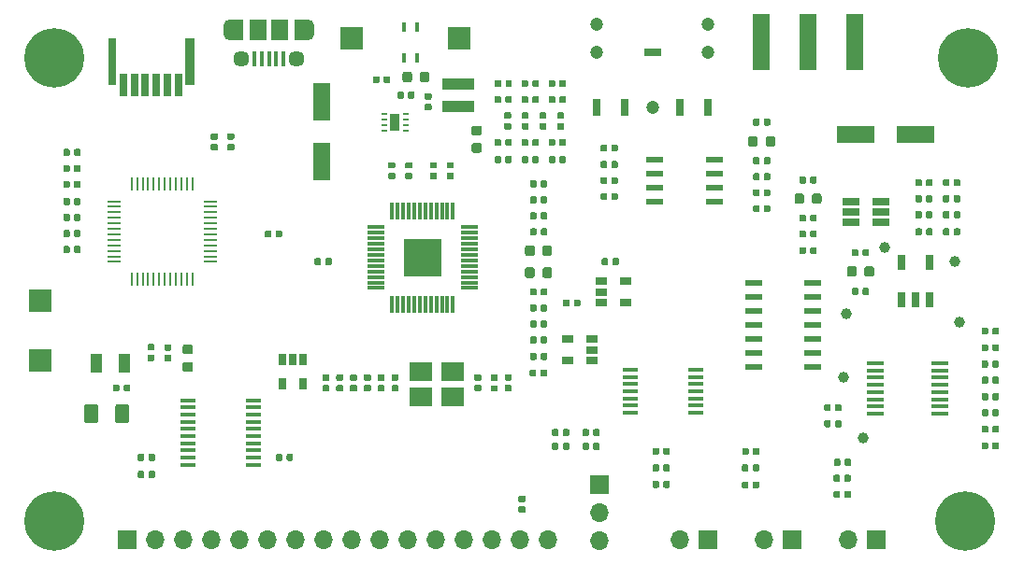
<source format=gts>
G04 #@! TF.GenerationSoftware,KiCad,Pcbnew,(5.0.0)*
G04 #@! TF.CreationDate,2019-01-26T18:48:23+01:00*
G04 #@! TF.ProjectId,rf-receiver,72662D72656365697665722E6B696361,rev?*
G04 #@! TF.SameCoordinates,Original*
G04 #@! TF.FileFunction,Soldermask,Top*
G04 #@! TF.FilePolarity,Negative*
%FSLAX46Y46*%
G04 Gerber Fmt 4.6, Leading zero omitted, Abs format (unit mm)*
G04 Created by KiCad (PCBNEW (5.0.0)) date 01/26/19 18:48:23*
%MOMM*%
%LPD*%
G01*
G04 APERTURE LIST*
%ADD10R,1.500000X0.800000*%
%ADD11C,1.200000*%
%ADD12R,0.800000X1.500000*%
%ADD13C,0.100000*%
%ADD14C,0.875000*%
%ADD15R,1.500000X0.450000*%
%ADD16C,1.250000*%
%ADD17C,0.590000*%
%ADD18R,3.500000X1.600000*%
%ADD19R,1.600000X3.500000*%
%ADD20R,1.500000X1.900000*%
%ADD21C,1.450000*%
%ADD22R,0.400000X1.350000*%
%ADD23O,1.200000X1.900000*%
%ADD24R,1.200000X1.900000*%
%ADD25C,5.400000*%
%ADD26R,1.500000X5.080000*%
%ADD27R,2.900000X1.000000*%
%ADD28C,1.000000*%
%ADD29R,1.060000X0.650000*%
%ADD30R,0.650000X1.060000*%
%ADD31R,0.820000X4.320000*%
%ADD32R,0.720000X2.120000*%
%ADD33R,0.800000X4.300000*%
%ADD34R,2.000000X2.000000*%
%ADD35R,1.450000X0.450000*%
%ADD36R,1.700000X1.700000*%
%ADD37O,1.700000X1.700000*%
%ADD38R,1.550000X0.600000*%
%ADD39R,1.560000X0.650000*%
%ADD40R,1.000000X1.800000*%
%ADD41R,2.100000X1.800000*%
%ADD42R,0.300000X1.500000*%
%ADD43R,1.500000X0.300000*%
%ADD44R,3.500000X3.500000*%
%ADD45R,0.250000X1.300000*%
%ADD46R,1.300000X0.250000*%
%ADD47R,1.500000X0.600000*%
%ADD48R,0.500000X0.250000*%
%ADD49R,0.900000X1.600000*%
%ADD50R,0.400000X0.900000*%
%ADD51R,0.760000X1.400000*%
G04 APERTURE END LIST*
D10*
G04 #@! TO.C,J1*
X125400000Y-66500000D03*
D11*
X130400000Y-64000000D03*
X130400000Y-66500000D03*
X120400000Y-64000000D03*
X120400000Y-66500000D03*
X125400000Y-71500000D03*
D12*
X127900000Y-71500000D03*
X122900000Y-71500000D03*
X130400000Y-71500000D03*
X120400000Y-71500000D03*
G04 #@! TD*
D13*
G04 #@! TO.C,C64*
G36*
X134752691Y-74126053D02*
X134773926Y-74129203D01*
X134794750Y-74134419D01*
X134814962Y-74141651D01*
X134834368Y-74150830D01*
X134852781Y-74161866D01*
X134870024Y-74174654D01*
X134885930Y-74189070D01*
X134900346Y-74204976D01*
X134913134Y-74222219D01*
X134924170Y-74240632D01*
X134933349Y-74260038D01*
X134940581Y-74280250D01*
X134945797Y-74301074D01*
X134948947Y-74322309D01*
X134950000Y-74343750D01*
X134950000Y-74856250D01*
X134948947Y-74877691D01*
X134945797Y-74898926D01*
X134940581Y-74919750D01*
X134933349Y-74939962D01*
X134924170Y-74959368D01*
X134913134Y-74977781D01*
X134900346Y-74995024D01*
X134885930Y-75010930D01*
X134870024Y-75025346D01*
X134852781Y-75038134D01*
X134834368Y-75049170D01*
X134814962Y-75058349D01*
X134794750Y-75065581D01*
X134773926Y-75070797D01*
X134752691Y-75073947D01*
X134731250Y-75075000D01*
X134293750Y-75075000D01*
X134272309Y-75073947D01*
X134251074Y-75070797D01*
X134230250Y-75065581D01*
X134210038Y-75058349D01*
X134190632Y-75049170D01*
X134172219Y-75038134D01*
X134154976Y-75025346D01*
X134139070Y-75010930D01*
X134124654Y-74995024D01*
X134111866Y-74977781D01*
X134100830Y-74959368D01*
X134091651Y-74939962D01*
X134084419Y-74919750D01*
X134079203Y-74898926D01*
X134076053Y-74877691D01*
X134075000Y-74856250D01*
X134075000Y-74343750D01*
X134076053Y-74322309D01*
X134079203Y-74301074D01*
X134084419Y-74280250D01*
X134091651Y-74260038D01*
X134100830Y-74240632D01*
X134111866Y-74222219D01*
X134124654Y-74204976D01*
X134139070Y-74189070D01*
X134154976Y-74174654D01*
X134172219Y-74161866D01*
X134190632Y-74150830D01*
X134210038Y-74141651D01*
X134230250Y-74134419D01*
X134251074Y-74129203D01*
X134272309Y-74126053D01*
X134293750Y-74125000D01*
X134731250Y-74125000D01*
X134752691Y-74126053D01*
X134752691Y-74126053D01*
G37*
D14*
X134512500Y-74600000D03*
D13*
G36*
X136327691Y-74126053D02*
X136348926Y-74129203D01*
X136369750Y-74134419D01*
X136389962Y-74141651D01*
X136409368Y-74150830D01*
X136427781Y-74161866D01*
X136445024Y-74174654D01*
X136460930Y-74189070D01*
X136475346Y-74204976D01*
X136488134Y-74222219D01*
X136499170Y-74240632D01*
X136508349Y-74260038D01*
X136515581Y-74280250D01*
X136520797Y-74301074D01*
X136523947Y-74322309D01*
X136525000Y-74343750D01*
X136525000Y-74856250D01*
X136523947Y-74877691D01*
X136520797Y-74898926D01*
X136515581Y-74919750D01*
X136508349Y-74939962D01*
X136499170Y-74959368D01*
X136488134Y-74977781D01*
X136475346Y-74995024D01*
X136460930Y-75010930D01*
X136445024Y-75025346D01*
X136427781Y-75038134D01*
X136409368Y-75049170D01*
X136389962Y-75058349D01*
X136369750Y-75065581D01*
X136348926Y-75070797D01*
X136327691Y-75073947D01*
X136306250Y-75075000D01*
X135868750Y-75075000D01*
X135847309Y-75073947D01*
X135826074Y-75070797D01*
X135805250Y-75065581D01*
X135785038Y-75058349D01*
X135765632Y-75049170D01*
X135747219Y-75038134D01*
X135729976Y-75025346D01*
X135714070Y-75010930D01*
X135699654Y-74995024D01*
X135686866Y-74977781D01*
X135675830Y-74959368D01*
X135666651Y-74939962D01*
X135659419Y-74919750D01*
X135654203Y-74898926D01*
X135651053Y-74877691D01*
X135650000Y-74856250D01*
X135650000Y-74343750D01*
X135651053Y-74322309D01*
X135654203Y-74301074D01*
X135659419Y-74280250D01*
X135666651Y-74260038D01*
X135675830Y-74240632D01*
X135686866Y-74222219D01*
X135699654Y-74204976D01*
X135714070Y-74189070D01*
X135729976Y-74174654D01*
X135747219Y-74161866D01*
X135765632Y-74150830D01*
X135785038Y-74141651D01*
X135805250Y-74134419D01*
X135826074Y-74129203D01*
X135847309Y-74126053D01*
X135868750Y-74125000D01*
X136306250Y-74125000D01*
X136327691Y-74126053D01*
X136327691Y-74126053D01*
G37*
D14*
X136087500Y-74600000D03*
G04 #@! TD*
D15*
G04 #@! TO.C,U9*
X151450000Y-99275000D03*
X151450000Y-98625000D03*
X151450000Y-97975000D03*
X151450000Y-97325000D03*
X151450000Y-96675000D03*
X151450000Y-96025000D03*
X151450000Y-95375000D03*
X151450000Y-94725000D03*
X145550000Y-94725000D03*
X145550000Y-95375000D03*
X145550000Y-96025000D03*
X145550000Y-96675000D03*
X145550000Y-97325000D03*
X145550000Y-97975000D03*
X145550000Y-98625000D03*
X145550000Y-99275000D03*
G04 #@! TD*
D13*
G04 #@! TO.C,R17*
G36*
X109777691Y-73176053D02*
X109798926Y-73179203D01*
X109819750Y-73184419D01*
X109839962Y-73191651D01*
X109859368Y-73200830D01*
X109877781Y-73211866D01*
X109895024Y-73224654D01*
X109910930Y-73239070D01*
X109925346Y-73254976D01*
X109938134Y-73272219D01*
X109949170Y-73290632D01*
X109958349Y-73310038D01*
X109965581Y-73330250D01*
X109970797Y-73351074D01*
X109973947Y-73372309D01*
X109975000Y-73393750D01*
X109975000Y-73831250D01*
X109973947Y-73852691D01*
X109970797Y-73873926D01*
X109965581Y-73894750D01*
X109958349Y-73914962D01*
X109949170Y-73934368D01*
X109938134Y-73952781D01*
X109925346Y-73970024D01*
X109910930Y-73985930D01*
X109895024Y-74000346D01*
X109877781Y-74013134D01*
X109859368Y-74024170D01*
X109839962Y-74033349D01*
X109819750Y-74040581D01*
X109798926Y-74045797D01*
X109777691Y-74048947D01*
X109756250Y-74050000D01*
X109243750Y-74050000D01*
X109222309Y-74048947D01*
X109201074Y-74045797D01*
X109180250Y-74040581D01*
X109160038Y-74033349D01*
X109140632Y-74024170D01*
X109122219Y-74013134D01*
X109104976Y-74000346D01*
X109089070Y-73985930D01*
X109074654Y-73970024D01*
X109061866Y-73952781D01*
X109050830Y-73934368D01*
X109041651Y-73914962D01*
X109034419Y-73894750D01*
X109029203Y-73873926D01*
X109026053Y-73852691D01*
X109025000Y-73831250D01*
X109025000Y-73393750D01*
X109026053Y-73372309D01*
X109029203Y-73351074D01*
X109034419Y-73330250D01*
X109041651Y-73310038D01*
X109050830Y-73290632D01*
X109061866Y-73272219D01*
X109074654Y-73254976D01*
X109089070Y-73239070D01*
X109104976Y-73224654D01*
X109122219Y-73211866D01*
X109140632Y-73200830D01*
X109160038Y-73191651D01*
X109180250Y-73184419D01*
X109201074Y-73179203D01*
X109222309Y-73176053D01*
X109243750Y-73175000D01*
X109756250Y-73175000D01*
X109777691Y-73176053D01*
X109777691Y-73176053D01*
G37*
D14*
X109500000Y-73612500D03*
D13*
G36*
X109777691Y-74751053D02*
X109798926Y-74754203D01*
X109819750Y-74759419D01*
X109839962Y-74766651D01*
X109859368Y-74775830D01*
X109877781Y-74786866D01*
X109895024Y-74799654D01*
X109910930Y-74814070D01*
X109925346Y-74829976D01*
X109938134Y-74847219D01*
X109949170Y-74865632D01*
X109958349Y-74885038D01*
X109965581Y-74905250D01*
X109970797Y-74926074D01*
X109973947Y-74947309D01*
X109975000Y-74968750D01*
X109975000Y-75406250D01*
X109973947Y-75427691D01*
X109970797Y-75448926D01*
X109965581Y-75469750D01*
X109958349Y-75489962D01*
X109949170Y-75509368D01*
X109938134Y-75527781D01*
X109925346Y-75545024D01*
X109910930Y-75560930D01*
X109895024Y-75575346D01*
X109877781Y-75588134D01*
X109859368Y-75599170D01*
X109839962Y-75608349D01*
X109819750Y-75615581D01*
X109798926Y-75620797D01*
X109777691Y-75623947D01*
X109756250Y-75625000D01*
X109243750Y-75625000D01*
X109222309Y-75623947D01*
X109201074Y-75620797D01*
X109180250Y-75615581D01*
X109160038Y-75608349D01*
X109140632Y-75599170D01*
X109122219Y-75588134D01*
X109104976Y-75575346D01*
X109089070Y-75560930D01*
X109074654Y-75545024D01*
X109061866Y-75527781D01*
X109050830Y-75509368D01*
X109041651Y-75489962D01*
X109034419Y-75469750D01*
X109029203Y-75448926D01*
X109026053Y-75427691D01*
X109025000Y-75406250D01*
X109025000Y-74968750D01*
X109026053Y-74947309D01*
X109029203Y-74926074D01*
X109034419Y-74905250D01*
X109041651Y-74885038D01*
X109050830Y-74865632D01*
X109061866Y-74847219D01*
X109074654Y-74829976D01*
X109089070Y-74814070D01*
X109104976Y-74799654D01*
X109122219Y-74786866D01*
X109140632Y-74775830D01*
X109160038Y-74766651D01*
X109180250Y-74759419D01*
X109201074Y-74754203D01*
X109222309Y-74751053D01*
X109243750Y-74750000D01*
X109756250Y-74750000D01*
X109777691Y-74751053D01*
X109777691Y-74751053D01*
G37*
D14*
X109500000Y-75187500D03*
G04 #@! TD*
D13*
G04 #@! TO.C,R14*
G36*
X116127691Y-86026053D02*
X116148926Y-86029203D01*
X116169750Y-86034419D01*
X116189962Y-86041651D01*
X116209368Y-86050830D01*
X116227781Y-86061866D01*
X116245024Y-86074654D01*
X116260930Y-86089070D01*
X116275346Y-86104976D01*
X116288134Y-86122219D01*
X116299170Y-86140632D01*
X116308349Y-86160038D01*
X116315581Y-86180250D01*
X116320797Y-86201074D01*
X116323947Y-86222309D01*
X116325000Y-86243750D01*
X116325000Y-86756250D01*
X116323947Y-86777691D01*
X116320797Y-86798926D01*
X116315581Y-86819750D01*
X116308349Y-86839962D01*
X116299170Y-86859368D01*
X116288134Y-86877781D01*
X116275346Y-86895024D01*
X116260930Y-86910930D01*
X116245024Y-86925346D01*
X116227781Y-86938134D01*
X116209368Y-86949170D01*
X116189962Y-86958349D01*
X116169750Y-86965581D01*
X116148926Y-86970797D01*
X116127691Y-86973947D01*
X116106250Y-86975000D01*
X115668750Y-86975000D01*
X115647309Y-86973947D01*
X115626074Y-86970797D01*
X115605250Y-86965581D01*
X115585038Y-86958349D01*
X115565632Y-86949170D01*
X115547219Y-86938134D01*
X115529976Y-86925346D01*
X115514070Y-86910930D01*
X115499654Y-86895024D01*
X115486866Y-86877781D01*
X115475830Y-86859368D01*
X115466651Y-86839962D01*
X115459419Y-86819750D01*
X115454203Y-86798926D01*
X115451053Y-86777691D01*
X115450000Y-86756250D01*
X115450000Y-86243750D01*
X115451053Y-86222309D01*
X115454203Y-86201074D01*
X115459419Y-86180250D01*
X115466651Y-86160038D01*
X115475830Y-86140632D01*
X115486866Y-86122219D01*
X115499654Y-86104976D01*
X115514070Y-86089070D01*
X115529976Y-86074654D01*
X115547219Y-86061866D01*
X115565632Y-86050830D01*
X115585038Y-86041651D01*
X115605250Y-86034419D01*
X115626074Y-86029203D01*
X115647309Y-86026053D01*
X115668750Y-86025000D01*
X116106250Y-86025000D01*
X116127691Y-86026053D01*
X116127691Y-86026053D01*
G37*
D14*
X115887500Y-86500000D03*
D13*
G36*
X114552691Y-86026053D02*
X114573926Y-86029203D01*
X114594750Y-86034419D01*
X114614962Y-86041651D01*
X114634368Y-86050830D01*
X114652781Y-86061866D01*
X114670024Y-86074654D01*
X114685930Y-86089070D01*
X114700346Y-86104976D01*
X114713134Y-86122219D01*
X114724170Y-86140632D01*
X114733349Y-86160038D01*
X114740581Y-86180250D01*
X114745797Y-86201074D01*
X114748947Y-86222309D01*
X114750000Y-86243750D01*
X114750000Y-86756250D01*
X114748947Y-86777691D01*
X114745797Y-86798926D01*
X114740581Y-86819750D01*
X114733349Y-86839962D01*
X114724170Y-86859368D01*
X114713134Y-86877781D01*
X114700346Y-86895024D01*
X114685930Y-86910930D01*
X114670024Y-86925346D01*
X114652781Y-86938134D01*
X114634368Y-86949170D01*
X114614962Y-86958349D01*
X114594750Y-86965581D01*
X114573926Y-86970797D01*
X114552691Y-86973947D01*
X114531250Y-86975000D01*
X114093750Y-86975000D01*
X114072309Y-86973947D01*
X114051074Y-86970797D01*
X114030250Y-86965581D01*
X114010038Y-86958349D01*
X113990632Y-86949170D01*
X113972219Y-86938134D01*
X113954976Y-86925346D01*
X113939070Y-86910930D01*
X113924654Y-86895024D01*
X113911866Y-86877781D01*
X113900830Y-86859368D01*
X113891651Y-86839962D01*
X113884419Y-86819750D01*
X113879203Y-86798926D01*
X113876053Y-86777691D01*
X113875000Y-86756250D01*
X113875000Y-86243750D01*
X113876053Y-86222309D01*
X113879203Y-86201074D01*
X113884419Y-86180250D01*
X113891651Y-86160038D01*
X113900830Y-86140632D01*
X113911866Y-86122219D01*
X113924654Y-86104976D01*
X113939070Y-86089070D01*
X113954976Y-86074654D01*
X113972219Y-86061866D01*
X113990632Y-86050830D01*
X114010038Y-86041651D01*
X114030250Y-86034419D01*
X114051074Y-86029203D01*
X114072309Y-86026053D01*
X114093750Y-86025000D01*
X114531250Y-86025000D01*
X114552691Y-86026053D01*
X114552691Y-86026053D01*
G37*
D14*
X114312500Y-86500000D03*
G04 #@! TD*
D13*
G04 #@! TO.C,R25*
G36*
X145277691Y-85926053D02*
X145298926Y-85929203D01*
X145319750Y-85934419D01*
X145339962Y-85941651D01*
X145359368Y-85950830D01*
X145377781Y-85961866D01*
X145395024Y-85974654D01*
X145410930Y-85989070D01*
X145425346Y-86004976D01*
X145438134Y-86022219D01*
X145449170Y-86040632D01*
X145458349Y-86060038D01*
X145465581Y-86080250D01*
X145470797Y-86101074D01*
X145473947Y-86122309D01*
X145475000Y-86143750D01*
X145475000Y-86656250D01*
X145473947Y-86677691D01*
X145470797Y-86698926D01*
X145465581Y-86719750D01*
X145458349Y-86739962D01*
X145449170Y-86759368D01*
X145438134Y-86777781D01*
X145425346Y-86795024D01*
X145410930Y-86810930D01*
X145395024Y-86825346D01*
X145377781Y-86838134D01*
X145359368Y-86849170D01*
X145339962Y-86858349D01*
X145319750Y-86865581D01*
X145298926Y-86870797D01*
X145277691Y-86873947D01*
X145256250Y-86875000D01*
X144818750Y-86875000D01*
X144797309Y-86873947D01*
X144776074Y-86870797D01*
X144755250Y-86865581D01*
X144735038Y-86858349D01*
X144715632Y-86849170D01*
X144697219Y-86838134D01*
X144679976Y-86825346D01*
X144664070Y-86810930D01*
X144649654Y-86795024D01*
X144636866Y-86777781D01*
X144625830Y-86759368D01*
X144616651Y-86739962D01*
X144609419Y-86719750D01*
X144604203Y-86698926D01*
X144601053Y-86677691D01*
X144600000Y-86656250D01*
X144600000Y-86143750D01*
X144601053Y-86122309D01*
X144604203Y-86101074D01*
X144609419Y-86080250D01*
X144616651Y-86060038D01*
X144625830Y-86040632D01*
X144636866Y-86022219D01*
X144649654Y-86004976D01*
X144664070Y-85989070D01*
X144679976Y-85974654D01*
X144697219Y-85961866D01*
X144715632Y-85950830D01*
X144735038Y-85941651D01*
X144755250Y-85934419D01*
X144776074Y-85929203D01*
X144797309Y-85926053D01*
X144818750Y-85925000D01*
X145256250Y-85925000D01*
X145277691Y-85926053D01*
X145277691Y-85926053D01*
G37*
D14*
X145037500Y-86400000D03*
D13*
G36*
X143702691Y-85926053D02*
X143723926Y-85929203D01*
X143744750Y-85934419D01*
X143764962Y-85941651D01*
X143784368Y-85950830D01*
X143802781Y-85961866D01*
X143820024Y-85974654D01*
X143835930Y-85989070D01*
X143850346Y-86004976D01*
X143863134Y-86022219D01*
X143874170Y-86040632D01*
X143883349Y-86060038D01*
X143890581Y-86080250D01*
X143895797Y-86101074D01*
X143898947Y-86122309D01*
X143900000Y-86143750D01*
X143900000Y-86656250D01*
X143898947Y-86677691D01*
X143895797Y-86698926D01*
X143890581Y-86719750D01*
X143883349Y-86739962D01*
X143874170Y-86759368D01*
X143863134Y-86777781D01*
X143850346Y-86795024D01*
X143835930Y-86810930D01*
X143820024Y-86825346D01*
X143802781Y-86838134D01*
X143784368Y-86849170D01*
X143764962Y-86858349D01*
X143744750Y-86865581D01*
X143723926Y-86870797D01*
X143702691Y-86873947D01*
X143681250Y-86875000D01*
X143243750Y-86875000D01*
X143222309Y-86873947D01*
X143201074Y-86870797D01*
X143180250Y-86865581D01*
X143160038Y-86858349D01*
X143140632Y-86849170D01*
X143122219Y-86838134D01*
X143104976Y-86825346D01*
X143089070Y-86810930D01*
X143074654Y-86795024D01*
X143061866Y-86777781D01*
X143050830Y-86759368D01*
X143041651Y-86739962D01*
X143034419Y-86719750D01*
X143029203Y-86698926D01*
X143026053Y-86677691D01*
X143025000Y-86656250D01*
X143025000Y-86143750D01*
X143026053Y-86122309D01*
X143029203Y-86101074D01*
X143034419Y-86080250D01*
X143041651Y-86060038D01*
X143050830Y-86040632D01*
X143061866Y-86022219D01*
X143074654Y-86004976D01*
X143089070Y-85989070D01*
X143104976Y-85974654D01*
X143122219Y-85961866D01*
X143140632Y-85950830D01*
X143160038Y-85941651D01*
X143180250Y-85934419D01*
X143201074Y-85929203D01*
X143222309Y-85926053D01*
X143243750Y-85925000D01*
X143681250Y-85925000D01*
X143702691Y-85926053D01*
X143702691Y-85926053D01*
G37*
D14*
X143462500Y-86400000D03*
G04 #@! TD*
D13*
G04 #@! TO.C,R21*
G36*
X140527691Y-79326053D02*
X140548926Y-79329203D01*
X140569750Y-79334419D01*
X140589962Y-79341651D01*
X140609368Y-79350830D01*
X140627781Y-79361866D01*
X140645024Y-79374654D01*
X140660930Y-79389070D01*
X140675346Y-79404976D01*
X140688134Y-79422219D01*
X140699170Y-79440632D01*
X140708349Y-79460038D01*
X140715581Y-79480250D01*
X140720797Y-79501074D01*
X140723947Y-79522309D01*
X140725000Y-79543750D01*
X140725000Y-80056250D01*
X140723947Y-80077691D01*
X140720797Y-80098926D01*
X140715581Y-80119750D01*
X140708349Y-80139962D01*
X140699170Y-80159368D01*
X140688134Y-80177781D01*
X140675346Y-80195024D01*
X140660930Y-80210930D01*
X140645024Y-80225346D01*
X140627781Y-80238134D01*
X140609368Y-80249170D01*
X140589962Y-80258349D01*
X140569750Y-80265581D01*
X140548926Y-80270797D01*
X140527691Y-80273947D01*
X140506250Y-80275000D01*
X140068750Y-80275000D01*
X140047309Y-80273947D01*
X140026074Y-80270797D01*
X140005250Y-80265581D01*
X139985038Y-80258349D01*
X139965632Y-80249170D01*
X139947219Y-80238134D01*
X139929976Y-80225346D01*
X139914070Y-80210930D01*
X139899654Y-80195024D01*
X139886866Y-80177781D01*
X139875830Y-80159368D01*
X139866651Y-80139962D01*
X139859419Y-80119750D01*
X139854203Y-80098926D01*
X139851053Y-80077691D01*
X139850000Y-80056250D01*
X139850000Y-79543750D01*
X139851053Y-79522309D01*
X139854203Y-79501074D01*
X139859419Y-79480250D01*
X139866651Y-79460038D01*
X139875830Y-79440632D01*
X139886866Y-79422219D01*
X139899654Y-79404976D01*
X139914070Y-79389070D01*
X139929976Y-79374654D01*
X139947219Y-79361866D01*
X139965632Y-79350830D01*
X139985038Y-79341651D01*
X140005250Y-79334419D01*
X140026074Y-79329203D01*
X140047309Y-79326053D01*
X140068750Y-79325000D01*
X140506250Y-79325000D01*
X140527691Y-79326053D01*
X140527691Y-79326053D01*
G37*
D14*
X140287500Y-79800000D03*
D13*
G36*
X138952691Y-79326053D02*
X138973926Y-79329203D01*
X138994750Y-79334419D01*
X139014962Y-79341651D01*
X139034368Y-79350830D01*
X139052781Y-79361866D01*
X139070024Y-79374654D01*
X139085930Y-79389070D01*
X139100346Y-79404976D01*
X139113134Y-79422219D01*
X139124170Y-79440632D01*
X139133349Y-79460038D01*
X139140581Y-79480250D01*
X139145797Y-79501074D01*
X139148947Y-79522309D01*
X139150000Y-79543750D01*
X139150000Y-80056250D01*
X139148947Y-80077691D01*
X139145797Y-80098926D01*
X139140581Y-80119750D01*
X139133349Y-80139962D01*
X139124170Y-80159368D01*
X139113134Y-80177781D01*
X139100346Y-80195024D01*
X139085930Y-80210930D01*
X139070024Y-80225346D01*
X139052781Y-80238134D01*
X139034368Y-80249170D01*
X139014962Y-80258349D01*
X138994750Y-80265581D01*
X138973926Y-80270797D01*
X138952691Y-80273947D01*
X138931250Y-80275000D01*
X138493750Y-80275000D01*
X138472309Y-80273947D01*
X138451074Y-80270797D01*
X138430250Y-80265581D01*
X138410038Y-80258349D01*
X138390632Y-80249170D01*
X138372219Y-80238134D01*
X138354976Y-80225346D01*
X138339070Y-80210930D01*
X138324654Y-80195024D01*
X138311866Y-80177781D01*
X138300830Y-80159368D01*
X138291651Y-80139962D01*
X138284419Y-80119750D01*
X138279203Y-80098926D01*
X138276053Y-80077691D01*
X138275000Y-80056250D01*
X138275000Y-79543750D01*
X138276053Y-79522309D01*
X138279203Y-79501074D01*
X138284419Y-79480250D01*
X138291651Y-79460038D01*
X138300830Y-79440632D01*
X138311866Y-79422219D01*
X138324654Y-79404976D01*
X138339070Y-79389070D01*
X138354976Y-79374654D01*
X138372219Y-79361866D01*
X138390632Y-79350830D01*
X138410038Y-79341651D01*
X138430250Y-79334419D01*
X138451074Y-79329203D01*
X138472309Y-79326053D01*
X138493750Y-79325000D01*
X138931250Y-79325000D01*
X138952691Y-79326053D01*
X138952691Y-79326053D01*
G37*
D14*
X138712500Y-79800000D03*
G04 #@! TD*
D13*
G04 #@! TO.C,R15*
G36*
X114552691Y-84026053D02*
X114573926Y-84029203D01*
X114594750Y-84034419D01*
X114614962Y-84041651D01*
X114634368Y-84050830D01*
X114652781Y-84061866D01*
X114670024Y-84074654D01*
X114685930Y-84089070D01*
X114700346Y-84104976D01*
X114713134Y-84122219D01*
X114724170Y-84140632D01*
X114733349Y-84160038D01*
X114740581Y-84180250D01*
X114745797Y-84201074D01*
X114748947Y-84222309D01*
X114750000Y-84243750D01*
X114750000Y-84756250D01*
X114748947Y-84777691D01*
X114745797Y-84798926D01*
X114740581Y-84819750D01*
X114733349Y-84839962D01*
X114724170Y-84859368D01*
X114713134Y-84877781D01*
X114700346Y-84895024D01*
X114685930Y-84910930D01*
X114670024Y-84925346D01*
X114652781Y-84938134D01*
X114634368Y-84949170D01*
X114614962Y-84958349D01*
X114594750Y-84965581D01*
X114573926Y-84970797D01*
X114552691Y-84973947D01*
X114531250Y-84975000D01*
X114093750Y-84975000D01*
X114072309Y-84973947D01*
X114051074Y-84970797D01*
X114030250Y-84965581D01*
X114010038Y-84958349D01*
X113990632Y-84949170D01*
X113972219Y-84938134D01*
X113954976Y-84925346D01*
X113939070Y-84910930D01*
X113924654Y-84895024D01*
X113911866Y-84877781D01*
X113900830Y-84859368D01*
X113891651Y-84839962D01*
X113884419Y-84819750D01*
X113879203Y-84798926D01*
X113876053Y-84777691D01*
X113875000Y-84756250D01*
X113875000Y-84243750D01*
X113876053Y-84222309D01*
X113879203Y-84201074D01*
X113884419Y-84180250D01*
X113891651Y-84160038D01*
X113900830Y-84140632D01*
X113911866Y-84122219D01*
X113924654Y-84104976D01*
X113939070Y-84089070D01*
X113954976Y-84074654D01*
X113972219Y-84061866D01*
X113990632Y-84050830D01*
X114010038Y-84041651D01*
X114030250Y-84034419D01*
X114051074Y-84029203D01*
X114072309Y-84026053D01*
X114093750Y-84025000D01*
X114531250Y-84025000D01*
X114552691Y-84026053D01*
X114552691Y-84026053D01*
G37*
D14*
X114312500Y-84500000D03*
D13*
G36*
X116127691Y-84026053D02*
X116148926Y-84029203D01*
X116169750Y-84034419D01*
X116189962Y-84041651D01*
X116209368Y-84050830D01*
X116227781Y-84061866D01*
X116245024Y-84074654D01*
X116260930Y-84089070D01*
X116275346Y-84104976D01*
X116288134Y-84122219D01*
X116299170Y-84140632D01*
X116308349Y-84160038D01*
X116315581Y-84180250D01*
X116320797Y-84201074D01*
X116323947Y-84222309D01*
X116325000Y-84243750D01*
X116325000Y-84756250D01*
X116323947Y-84777691D01*
X116320797Y-84798926D01*
X116315581Y-84819750D01*
X116308349Y-84839962D01*
X116299170Y-84859368D01*
X116288134Y-84877781D01*
X116275346Y-84895024D01*
X116260930Y-84910930D01*
X116245024Y-84925346D01*
X116227781Y-84938134D01*
X116209368Y-84949170D01*
X116189962Y-84958349D01*
X116169750Y-84965581D01*
X116148926Y-84970797D01*
X116127691Y-84973947D01*
X116106250Y-84975000D01*
X115668750Y-84975000D01*
X115647309Y-84973947D01*
X115626074Y-84970797D01*
X115605250Y-84965581D01*
X115585038Y-84958349D01*
X115565632Y-84949170D01*
X115547219Y-84938134D01*
X115529976Y-84925346D01*
X115514070Y-84910930D01*
X115499654Y-84895024D01*
X115486866Y-84877781D01*
X115475830Y-84859368D01*
X115466651Y-84839962D01*
X115459419Y-84819750D01*
X115454203Y-84798926D01*
X115451053Y-84777691D01*
X115450000Y-84756250D01*
X115450000Y-84243750D01*
X115451053Y-84222309D01*
X115454203Y-84201074D01*
X115459419Y-84180250D01*
X115466651Y-84160038D01*
X115475830Y-84140632D01*
X115486866Y-84122219D01*
X115499654Y-84104976D01*
X115514070Y-84089070D01*
X115529976Y-84074654D01*
X115547219Y-84061866D01*
X115565632Y-84050830D01*
X115585038Y-84041651D01*
X115605250Y-84034419D01*
X115626074Y-84029203D01*
X115647309Y-84026053D01*
X115668750Y-84025000D01*
X116106250Y-84025000D01*
X116127691Y-84026053D01*
X116127691Y-84026053D01*
G37*
D14*
X115887500Y-84500000D03*
G04 #@! TD*
D13*
G04 #@! TO.C,C1*
G36*
X77799504Y-98426204D02*
X77823773Y-98429804D01*
X77847571Y-98435765D01*
X77870671Y-98444030D01*
X77892849Y-98454520D01*
X77913893Y-98467133D01*
X77933598Y-98481747D01*
X77951777Y-98498223D01*
X77968253Y-98516402D01*
X77982867Y-98536107D01*
X77995480Y-98557151D01*
X78005970Y-98579329D01*
X78014235Y-98602429D01*
X78020196Y-98626227D01*
X78023796Y-98650496D01*
X78025000Y-98675000D01*
X78025000Y-99925000D01*
X78023796Y-99949504D01*
X78020196Y-99973773D01*
X78014235Y-99997571D01*
X78005970Y-100020671D01*
X77995480Y-100042849D01*
X77982867Y-100063893D01*
X77968253Y-100083598D01*
X77951777Y-100101777D01*
X77933598Y-100118253D01*
X77913893Y-100132867D01*
X77892849Y-100145480D01*
X77870671Y-100155970D01*
X77847571Y-100164235D01*
X77823773Y-100170196D01*
X77799504Y-100173796D01*
X77775000Y-100175000D01*
X77025000Y-100175000D01*
X77000496Y-100173796D01*
X76976227Y-100170196D01*
X76952429Y-100164235D01*
X76929329Y-100155970D01*
X76907151Y-100145480D01*
X76886107Y-100132867D01*
X76866402Y-100118253D01*
X76848223Y-100101777D01*
X76831747Y-100083598D01*
X76817133Y-100063893D01*
X76804520Y-100042849D01*
X76794030Y-100020671D01*
X76785765Y-99997571D01*
X76779804Y-99973773D01*
X76776204Y-99949504D01*
X76775000Y-99925000D01*
X76775000Y-98675000D01*
X76776204Y-98650496D01*
X76779804Y-98626227D01*
X76785765Y-98602429D01*
X76794030Y-98579329D01*
X76804520Y-98557151D01*
X76817133Y-98536107D01*
X76831747Y-98516402D01*
X76848223Y-98498223D01*
X76866402Y-98481747D01*
X76886107Y-98467133D01*
X76907151Y-98454520D01*
X76929329Y-98444030D01*
X76952429Y-98435765D01*
X76976227Y-98429804D01*
X77000496Y-98426204D01*
X77025000Y-98425000D01*
X77775000Y-98425000D01*
X77799504Y-98426204D01*
X77799504Y-98426204D01*
G37*
D16*
X77400000Y-99300000D03*
D13*
G36*
X74999504Y-98426204D02*
X75023773Y-98429804D01*
X75047571Y-98435765D01*
X75070671Y-98444030D01*
X75092849Y-98454520D01*
X75113893Y-98467133D01*
X75133598Y-98481747D01*
X75151777Y-98498223D01*
X75168253Y-98516402D01*
X75182867Y-98536107D01*
X75195480Y-98557151D01*
X75205970Y-98579329D01*
X75214235Y-98602429D01*
X75220196Y-98626227D01*
X75223796Y-98650496D01*
X75225000Y-98675000D01*
X75225000Y-99925000D01*
X75223796Y-99949504D01*
X75220196Y-99973773D01*
X75214235Y-99997571D01*
X75205970Y-100020671D01*
X75195480Y-100042849D01*
X75182867Y-100063893D01*
X75168253Y-100083598D01*
X75151777Y-100101777D01*
X75133598Y-100118253D01*
X75113893Y-100132867D01*
X75092849Y-100145480D01*
X75070671Y-100155970D01*
X75047571Y-100164235D01*
X75023773Y-100170196D01*
X74999504Y-100173796D01*
X74975000Y-100175000D01*
X74225000Y-100175000D01*
X74200496Y-100173796D01*
X74176227Y-100170196D01*
X74152429Y-100164235D01*
X74129329Y-100155970D01*
X74107151Y-100145480D01*
X74086107Y-100132867D01*
X74066402Y-100118253D01*
X74048223Y-100101777D01*
X74031747Y-100083598D01*
X74017133Y-100063893D01*
X74004520Y-100042849D01*
X73994030Y-100020671D01*
X73985765Y-99997571D01*
X73979804Y-99973773D01*
X73976204Y-99949504D01*
X73975000Y-99925000D01*
X73975000Y-98675000D01*
X73976204Y-98650496D01*
X73979804Y-98626227D01*
X73985765Y-98602429D01*
X73994030Y-98579329D01*
X74004520Y-98557151D01*
X74017133Y-98536107D01*
X74031747Y-98516402D01*
X74048223Y-98498223D01*
X74066402Y-98481747D01*
X74086107Y-98467133D01*
X74107151Y-98454520D01*
X74129329Y-98444030D01*
X74152429Y-98435765D01*
X74176227Y-98429804D01*
X74200496Y-98426204D01*
X74225000Y-98425000D01*
X74975000Y-98425000D01*
X74999504Y-98426204D01*
X74999504Y-98426204D01*
G37*
D16*
X74600000Y-99300000D03*
G04 #@! TD*
D13*
G04 #@! TO.C,C78*
G36*
X105027691Y-68276053D02*
X105048926Y-68279203D01*
X105069750Y-68284419D01*
X105089962Y-68291651D01*
X105109368Y-68300830D01*
X105127781Y-68311866D01*
X105145024Y-68324654D01*
X105160930Y-68339070D01*
X105175346Y-68354976D01*
X105188134Y-68372219D01*
X105199170Y-68390632D01*
X105208349Y-68410038D01*
X105215581Y-68430250D01*
X105220797Y-68451074D01*
X105223947Y-68472309D01*
X105225000Y-68493750D01*
X105225000Y-69006250D01*
X105223947Y-69027691D01*
X105220797Y-69048926D01*
X105215581Y-69069750D01*
X105208349Y-69089962D01*
X105199170Y-69109368D01*
X105188134Y-69127781D01*
X105175346Y-69145024D01*
X105160930Y-69160930D01*
X105145024Y-69175346D01*
X105127781Y-69188134D01*
X105109368Y-69199170D01*
X105089962Y-69208349D01*
X105069750Y-69215581D01*
X105048926Y-69220797D01*
X105027691Y-69223947D01*
X105006250Y-69225000D01*
X104568750Y-69225000D01*
X104547309Y-69223947D01*
X104526074Y-69220797D01*
X104505250Y-69215581D01*
X104485038Y-69208349D01*
X104465632Y-69199170D01*
X104447219Y-69188134D01*
X104429976Y-69175346D01*
X104414070Y-69160930D01*
X104399654Y-69145024D01*
X104386866Y-69127781D01*
X104375830Y-69109368D01*
X104366651Y-69089962D01*
X104359419Y-69069750D01*
X104354203Y-69048926D01*
X104351053Y-69027691D01*
X104350000Y-69006250D01*
X104350000Y-68493750D01*
X104351053Y-68472309D01*
X104354203Y-68451074D01*
X104359419Y-68430250D01*
X104366651Y-68410038D01*
X104375830Y-68390632D01*
X104386866Y-68372219D01*
X104399654Y-68354976D01*
X104414070Y-68339070D01*
X104429976Y-68324654D01*
X104447219Y-68311866D01*
X104465632Y-68300830D01*
X104485038Y-68291651D01*
X104505250Y-68284419D01*
X104526074Y-68279203D01*
X104547309Y-68276053D01*
X104568750Y-68275000D01*
X105006250Y-68275000D01*
X105027691Y-68276053D01*
X105027691Y-68276053D01*
G37*
D14*
X104787500Y-68750000D03*
D13*
G36*
X103452691Y-68276053D02*
X103473926Y-68279203D01*
X103494750Y-68284419D01*
X103514962Y-68291651D01*
X103534368Y-68300830D01*
X103552781Y-68311866D01*
X103570024Y-68324654D01*
X103585930Y-68339070D01*
X103600346Y-68354976D01*
X103613134Y-68372219D01*
X103624170Y-68390632D01*
X103633349Y-68410038D01*
X103640581Y-68430250D01*
X103645797Y-68451074D01*
X103648947Y-68472309D01*
X103650000Y-68493750D01*
X103650000Y-69006250D01*
X103648947Y-69027691D01*
X103645797Y-69048926D01*
X103640581Y-69069750D01*
X103633349Y-69089962D01*
X103624170Y-69109368D01*
X103613134Y-69127781D01*
X103600346Y-69145024D01*
X103585930Y-69160930D01*
X103570024Y-69175346D01*
X103552781Y-69188134D01*
X103534368Y-69199170D01*
X103514962Y-69208349D01*
X103494750Y-69215581D01*
X103473926Y-69220797D01*
X103452691Y-69223947D01*
X103431250Y-69225000D01*
X102993750Y-69225000D01*
X102972309Y-69223947D01*
X102951074Y-69220797D01*
X102930250Y-69215581D01*
X102910038Y-69208349D01*
X102890632Y-69199170D01*
X102872219Y-69188134D01*
X102854976Y-69175346D01*
X102839070Y-69160930D01*
X102824654Y-69145024D01*
X102811866Y-69127781D01*
X102800830Y-69109368D01*
X102791651Y-69089962D01*
X102784419Y-69069750D01*
X102779203Y-69048926D01*
X102776053Y-69027691D01*
X102775000Y-69006250D01*
X102775000Y-68493750D01*
X102776053Y-68472309D01*
X102779203Y-68451074D01*
X102784419Y-68430250D01*
X102791651Y-68410038D01*
X102800830Y-68390632D01*
X102811866Y-68372219D01*
X102824654Y-68354976D01*
X102839070Y-68339070D01*
X102854976Y-68324654D01*
X102872219Y-68311866D01*
X102890632Y-68300830D01*
X102910038Y-68291651D01*
X102930250Y-68284419D01*
X102951074Y-68279203D01*
X102972309Y-68276053D01*
X102993750Y-68275000D01*
X103431250Y-68275000D01*
X103452691Y-68276053D01*
X103452691Y-68276053D01*
G37*
D14*
X103212500Y-68750000D03*
G04 #@! TD*
D13*
G04 #@! TO.C,C79*
G36*
X103746958Y-70080710D02*
X103761276Y-70082834D01*
X103775317Y-70086351D01*
X103788946Y-70091228D01*
X103802031Y-70097417D01*
X103814447Y-70104858D01*
X103826073Y-70113481D01*
X103836798Y-70123202D01*
X103846519Y-70133927D01*
X103855142Y-70145553D01*
X103862583Y-70157969D01*
X103868772Y-70171054D01*
X103873649Y-70184683D01*
X103877166Y-70198724D01*
X103879290Y-70213042D01*
X103880000Y-70227500D01*
X103880000Y-70572500D01*
X103879290Y-70586958D01*
X103877166Y-70601276D01*
X103873649Y-70615317D01*
X103868772Y-70628946D01*
X103862583Y-70642031D01*
X103855142Y-70654447D01*
X103846519Y-70666073D01*
X103836798Y-70676798D01*
X103826073Y-70686519D01*
X103814447Y-70695142D01*
X103802031Y-70702583D01*
X103788946Y-70708772D01*
X103775317Y-70713649D01*
X103761276Y-70717166D01*
X103746958Y-70719290D01*
X103732500Y-70720000D01*
X103437500Y-70720000D01*
X103423042Y-70719290D01*
X103408724Y-70717166D01*
X103394683Y-70713649D01*
X103381054Y-70708772D01*
X103367969Y-70702583D01*
X103355553Y-70695142D01*
X103343927Y-70686519D01*
X103333202Y-70676798D01*
X103323481Y-70666073D01*
X103314858Y-70654447D01*
X103307417Y-70642031D01*
X103301228Y-70628946D01*
X103296351Y-70615317D01*
X103292834Y-70601276D01*
X103290710Y-70586958D01*
X103290000Y-70572500D01*
X103290000Y-70227500D01*
X103290710Y-70213042D01*
X103292834Y-70198724D01*
X103296351Y-70184683D01*
X103301228Y-70171054D01*
X103307417Y-70157969D01*
X103314858Y-70145553D01*
X103323481Y-70133927D01*
X103333202Y-70123202D01*
X103343927Y-70113481D01*
X103355553Y-70104858D01*
X103367969Y-70097417D01*
X103381054Y-70091228D01*
X103394683Y-70086351D01*
X103408724Y-70082834D01*
X103423042Y-70080710D01*
X103437500Y-70080000D01*
X103732500Y-70080000D01*
X103746958Y-70080710D01*
X103746958Y-70080710D01*
G37*
D17*
X103585000Y-70400000D03*
D13*
G36*
X102776958Y-70080710D02*
X102791276Y-70082834D01*
X102805317Y-70086351D01*
X102818946Y-70091228D01*
X102832031Y-70097417D01*
X102844447Y-70104858D01*
X102856073Y-70113481D01*
X102866798Y-70123202D01*
X102876519Y-70133927D01*
X102885142Y-70145553D01*
X102892583Y-70157969D01*
X102898772Y-70171054D01*
X102903649Y-70184683D01*
X102907166Y-70198724D01*
X102909290Y-70213042D01*
X102910000Y-70227500D01*
X102910000Y-70572500D01*
X102909290Y-70586958D01*
X102907166Y-70601276D01*
X102903649Y-70615317D01*
X102898772Y-70628946D01*
X102892583Y-70642031D01*
X102885142Y-70654447D01*
X102876519Y-70666073D01*
X102866798Y-70676798D01*
X102856073Y-70686519D01*
X102844447Y-70695142D01*
X102832031Y-70702583D01*
X102818946Y-70708772D01*
X102805317Y-70713649D01*
X102791276Y-70717166D01*
X102776958Y-70719290D01*
X102762500Y-70720000D01*
X102467500Y-70720000D01*
X102453042Y-70719290D01*
X102438724Y-70717166D01*
X102424683Y-70713649D01*
X102411054Y-70708772D01*
X102397969Y-70702583D01*
X102385553Y-70695142D01*
X102373927Y-70686519D01*
X102363202Y-70676798D01*
X102353481Y-70666073D01*
X102344858Y-70654447D01*
X102337417Y-70642031D01*
X102331228Y-70628946D01*
X102326351Y-70615317D01*
X102322834Y-70601276D01*
X102320710Y-70586958D01*
X102320000Y-70572500D01*
X102320000Y-70227500D01*
X102320710Y-70213042D01*
X102322834Y-70198724D01*
X102326351Y-70184683D01*
X102331228Y-70171054D01*
X102337417Y-70157969D01*
X102344858Y-70145553D01*
X102353481Y-70133927D01*
X102363202Y-70123202D01*
X102373927Y-70113481D01*
X102385553Y-70104858D01*
X102397969Y-70097417D01*
X102411054Y-70091228D01*
X102424683Y-70086351D01*
X102438724Y-70082834D01*
X102453042Y-70080710D01*
X102467500Y-70080000D01*
X102762500Y-70080000D01*
X102776958Y-70080710D01*
X102776958Y-70080710D01*
G37*
D17*
X102615000Y-70400000D03*
G04 #@! TD*
D18*
G04 #@! TO.C,C52*
X149200000Y-74000000D03*
X143800000Y-74000000D03*
G04 #@! TD*
D19*
G04 #@! TO.C,C76*
X95500000Y-71050000D03*
X95500000Y-76450000D03*
G04 #@! TD*
D20*
G04 #@! TO.C,J3*
X89700000Y-64450000D03*
D21*
X93200000Y-67150000D03*
D22*
X91350000Y-67150000D03*
X92000000Y-67150000D03*
X89400000Y-67150000D03*
X90050000Y-67150000D03*
X90700000Y-67150000D03*
D21*
X88200000Y-67150000D03*
D20*
X91700000Y-64450000D03*
D23*
X94200000Y-64450000D03*
X87200000Y-64450000D03*
D24*
X87800000Y-64450000D03*
X93600000Y-64450000D03*
G04 #@! TD*
D13*
G04 #@! TO.C,R3*
G36*
X87421959Y-73855709D02*
X87436277Y-73857833D01*
X87450318Y-73861350D01*
X87463947Y-73866227D01*
X87477032Y-73872416D01*
X87489448Y-73879857D01*
X87501074Y-73888480D01*
X87511799Y-73898201D01*
X87521520Y-73908926D01*
X87530143Y-73920552D01*
X87537584Y-73932968D01*
X87543773Y-73946053D01*
X87548650Y-73959682D01*
X87552167Y-73973723D01*
X87554291Y-73988041D01*
X87555001Y-74002499D01*
X87555001Y-74297499D01*
X87554291Y-74311957D01*
X87552167Y-74326275D01*
X87548650Y-74340316D01*
X87543773Y-74353945D01*
X87537584Y-74367030D01*
X87530143Y-74379446D01*
X87521520Y-74391072D01*
X87511799Y-74401797D01*
X87501074Y-74411518D01*
X87489448Y-74420141D01*
X87477032Y-74427582D01*
X87463947Y-74433771D01*
X87450318Y-74438648D01*
X87436277Y-74442165D01*
X87421959Y-74444289D01*
X87407501Y-74444999D01*
X87062501Y-74444999D01*
X87048043Y-74444289D01*
X87033725Y-74442165D01*
X87019684Y-74438648D01*
X87006055Y-74433771D01*
X86992970Y-74427582D01*
X86980554Y-74420141D01*
X86968928Y-74411518D01*
X86958203Y-74401797D01*
X86948482Y-74391072D01*
X86939859Y-74379446D01*
X86932418Y-74367030D01*
X86926229Y-74353945D01*
X86921352Y-74340316D01*
X86917835Y-74326275D01*
X86915711Y-74311957D01*
X86915001Y-74297499D01*
X86915001Y-74002499D01*
X86915711Y-73988041D01*
X86917835Y-73973723D01*
X86921352Y-73959682D01*
X86926229Y-73946053D01*
X86932418Y-73932968D01*
X86939859Y-73920552D01*
X86948482Y-73908926D01*
X86958203Y-73898201D01*
X86968928Y-73888480D01*
X86980554Y-73879857D01*
X86992970Y-73872416D01*
X87006055Y-73866227D01*
X87019684Y-73861350D01*
X87033725Y-73857833D01*
X87048043Y-73855709D01*
X87062501Y-73854999D01*
X87407501Y-73854999D01*
X87421959Y-73855709D01*
X87421959Y-73855709D01*
G37*
D17*
X87235001Y-74149999D03*
D13*
G36*
X87421959Y-74825709D02*
X87436277Y-74827833D01*
X87450318Y-74831350D01*
X87463947Y-74836227D01*
X87477032Y-74842416D01*
X87489448Y-74849857D01*
X87501074Y-74858480D01*
X87511799Y-74868201D01*
X87521520Y-74878926D01*
X87530143Y-74890552D01*
X87537584Y-74902968D01*
X87543773Y-74916053D01*
X87548650Y-74929682D01*
X87552167Y-74943723D01*
X87554291Y-74958041D01*
X87555001Y-74972499D01*
X87555001Y-75267499D01*
X87554291Y-75281957D01*
X87552167Y-75296275D01*
X87548650Y-75310316D01*
X87543773Y-75323945D01*
X87537584Y-75337030D01*
X87530143Y-75349446D01*
X87521520Y-75361072D01*
X87511799Y-75371797D01*
X87501074Y-75381518D01*
X87489448Y-75390141D01*
X87477032Y-75397582D01*
X87463947Y-75403771D01*
X87450318Y-75408648D01*
X87436277Y-75412165D01*
X87421959Y-75414289D01*
X87407501Y-75414999D01*
X87062501Y-75414999D01*
X87048043Y-75414289D01*
X87033725Y-75412165D01*
X87019684Y-75408648D01*
X87006055Y-75403771D01*
X86992970Y-75397582D01*
X86980554Y-75390141D01*
X86968928Y-75381518D01*
X86958203Y-75371797D01*
X86948482Y-75361072D01*
X86939859Y-75349446D01*
X86932418Y-75337030D01*
X86926229Y-75323945D01*
X86921352Y-75310316D01*
X86917835Y-75296275D01*
X86915711Y-75281957D01*
X86915001Y-75267499D01*
X86915001Y-74972499D01*
X86915711Y-74958041D01*
X86917835Y-74943723D01*
X86921352Y-74929682D01*
X86926229Y-74916053D01*
X86932418Y-74902968D01*
X86939859Y-74890552D01*
X86948482Y-74878926D01*
X86958203Y-74868201D01*
X86968928Y-74858480D01*
X86980554Y-74849857D01*
X86992970Y-74842416D01*
X87006055Y-74836227D01*
X87019684Y-74831350D01*
X87033725Y-74827833D01*
X87048043Y-74825709D01*
X87062501Y-74824999D01*
X87407501Y-74824999D01*
X87421959Y-74825709D01*
X87421959Y-74825709D01*
G37*
D17*
X87235001Y-75119999D03*
G04 #@! TD*
D13*
G04 #@! TO.C,R4*
G36*
X85931959Y-74825709D02*
X85946277Y-74827833D01*
X85960318Y-74831350D01*
X85973947Y-74836227D01*
X85987032Y-74842416D01*
X85999448Y-74849857D01*
X86011074Y-74858480D01*
X86021799Y-74868201D01*
X86031520Y-74878926D01*
X86040143Y-74890552D01*
X86047584Y-74902968D01*
X86053773Y-74916053D01*
X86058650Y-74929682D01*
X86062167Y-74943723D01*
X86064291Y-74958041D01*
X86065001Y-74972499D01*
X86065001Y-75267499D01*
X86064291Y-75281957D01*
X86062167Y-75296275D01*
X86058650Y-75310316D01*
X86053773Y-75323945D01*
X86047584Y-75337030D01*
X86040143Y-75349446D01*
X86031520Y-75361072D01*
X86021799Y-75371797D01*
X86011074Y-75381518D01*
X85999448Y-75390141D01*
X85987032Y-75397582D01*
X85973947Y-75403771D01*
X85960318Y-75408648D01*
X85946277Y-75412165D01*
X85931959Y-75414289D01*
X85917501Y-75414999D01*
X85572501Y-75414999D01*
X85558043Y-75414289D01*
X85543725Y-75412165D01*
X85529684Y-75408648D01*
X85516055Y-75403771D01*
X85502970Y-75397582D01*
X85490554Y-75390141D01*
X85478928Y-75381518D01*
X85468203Y-75371797D01*
X85458482Y-75361072D01*
X85449859Y-75349446D01*
X85442418Y-75337030D01*
X85436229Y-75323945D01*
X85431352Y-75310316D01*
X85427835Y-75296275D01*
X85425711Y-75281957D01*
X85425001Y-75267499D01*
X85425001Y-74972499D01*
X85425711Y-74958041D01*
X85427835Y-74943723D01*
X85431352Y-74929682D01*
X85436229Y-74916053D01*
X85442418Y-74902968D01*
X85449859Y-74890552D01*
X85458482Y-74878926D01*
X85468203Y-74868201D01*
X85478928Y-74858480D01*
X85490554Y-74849857D01*
X85502970Y-74842416D01*
X85516055Y-74836227D01*
X85529684Y-74831350D01*
X85543725Y-74827833D01*
X85558043Y-74825709D01*
X85572501Y-74824999D01*
X85917501Y-74824999D01*
X85931959Y-74825709D01*
X85931959Y-74825709D01*
G37*
D17*
X85745001Y-75119999D03*
D13*
G36*
X85931959Y-73855709D02*
X85946277Y-73857833D01*
X85960318Y-73861350D01*
X85973947Y-73866227D01*
X85987032Y-73872416D01*
X85999448Y-73879857D01*
X86011074Y-73888480D01*
X86021799Y-73898201D01*
X86031520Y-73908926D01*
X86040143Y-73920552D01*
X86047584Y-73932968D01*
X86053773Y-73946053D01*
X86058650Y-73959682D01*
X86062167Y-73973723D01*
X86064291Y-73988041D01*
X86065001Y-74002499D01*
X86065001Y-74297499D01*
X86064291Y-74311957D01*
X86062167Y-74326275D01*
X86058650Y-74340316D01*
X86053773Y-74353945D01*
X86047584Y-74367030D01*
X86040143Y-74379446D01*
X86031520Y-74391072D01*
X86021799Y-74401797D01*
X86011074Y-74411518D01*
X85999448Y-74420141D01*
X85987032Y-74427582D01*
X85973947Y-74433771D01*
X85960318Y-74438648D01*
X85946277Y-74442165D01*
X85931959Y-74444289D01*
X85917501Y-74444999D01*
X85572501Y-74444999D01*
X85558043Y-74444289D01*
X85543725Y-74442165D01*
X85529684Y-74438648D01*
X85516055Y-74433771D01*
X85502970Y-74427582D01*
X85490554Y-74420141D01*
X85478928Y-74411518D01*
X85468203Y-74401797D01*
X85458482Y-74391072D01*
X85449859Y-74379446D01*
X85442418Y-74367030D01*
X85436229Y-74353945D01*
X85431352Y-74340316D01*
X85427835Y-74326275D01*
X85425711Y-74311957D01*
X85425001Y-74297499D01*
X85425001Y-74002499D01*
X85425711Y-73988041D01*
X85427835Y-73973723D01*
X85431352Y-73959682D01*
X85436229Y-73946053D01*
X85442418Y-73932968D01*
X85449859Y-73920552D01*
X85458482Y-73908926D01*
X85468203Y-73898201D01*
X85478928Y-73888480D01*
X85490554Y-73879857D01*
X85502970Y-73872416D01*
X85516055Y-73866227D01*
X85529684Y-73861350D01*
X85543725Y-73857833D01*
X85558043Y-73855709D01*
X85572501Y-73854999D01*
X85917501Y-73854999D01*
X85931959Y-73855709D01*
X85931959Y-73855709D01*
G37*
D17*
X85745001Y-74149999D03*
G04 #@! TD*
D25*
G04 #@! TO.C,MH2*
X154000000Y-67000000D03*
G04 #@! TD*
G04 #@! TO.C,MH4*
X71250000Y-109000000D03*
G04 #@! TD*
G04 #@! TO.C,MH3*
X153750000Y-109000000D03*
G04 #@! TD*
G04 #@! TO.C,MH1*
X71250000Y-67000000D03*
G04 #@! TD*
D26*
G04 #@! TO.C,J2*
X143750000Y-65550000D03*
X135250000Y-65550000D03*
X139500000Y-65550000D03*
G04 #@! TD*
D27*
G04 #@! TO.C,L8*
X107850000Y-71415000D03*
X107850000Y-69385000D03*
G04 #@! TD*
D28*
G04 #@! TO.C,TP5*
X142750000Y-96000000D03*
G04 #@! TD*
G04 #@! TO.C,TP8*
X144500000Y-101500000D03*
G04 #@! TD*
G04 #@! TO.C,TP6*
X153250000Y-91000000D03*
G04 #@! TD*
G04 #@! TO.C,TP3*
X152750000Y-85500000D03*
G04 #@! TD*
G04 #@! TO.C,TP7*
X143000000Y-90250000D03*
G04 #@! TD*
G04 #@! TO.C,TP4*
X146400000Y-84200000D03*
G04 #@! TD*
D13*
G04 #@! TO.C,C54*
G36*
X115761958Y-90830710D02*
X115776276Y-90832834D01*
X115790317Y-90836351D01*
X115803946Y-90841228D01*
X115817031Y-90847417D01*
X115829447Y-90854858D01*
X115841073Y-90863481D01*
X115851798Y-90873202D01*
X115861519Y-90883927D01*
X115870142Y-90895553D01*
X115877583Y-90907969D01*
X115883772Y-90921054D01*
X115888649Y-90934683D01*
X115892166Y-90948724D01*
X115894290Y-90963042D01*
X115895000Y-90977500D01*
X115895000Y-91322500D01*
X115894290Y-91336958D01*
X115892166Y-91351276D01*
X115888649Y-91365317D01*
X115883772Y-91378946D01*
X115877583Y-91392031D01*
X115870142Y-91404447D01*
X115861519Y-91416073D01*
X115851798Y-91426798D01*
X115841073Y-91436519D01*
X115829447Y-91445142D01*
X115817031Y-91452583D01*
X115803946Y-91458772D01*
X115790317Y-91463649D01*
X115776276Y-91467166D01*
X115761958Y-91469290D01*
X115747500Y-91470000D01*
X115452500Y-91470000D01*
X115438042Y-91469290D01*
X115423724Y-91467166D01*
X115409683Y-91463649D01*
X115396054Y-91458772D01*
X115382969Y-91452583D01*
X115370553Y-91445142D01*
X115358927Y-91436519D01*
X115348202Y-91426798D01*
X115338481Y-91416073D01*
X115329858Y-91404447D01*
X115322417Y-91392031D01*
X115316228Y-91378946D01*
X115311351Y-91365317D01*
X115307834Y-91351276D01*
X115305710Y-91336958D01*
X115305000Y-91322500D01*
X115305000Y-90977500D01*
X115305710Y-90963042D01*
X115307834Y-90948724D01*
X115311351Y-90934683D01*
X115316228Y-90921054D01*
X115322417Y-90907969D01*
X115329858Y-90895553D01*
X115338481Y-90883927D01*
X115348202Y-90873202D01*
X115358927Y-90863481D01*
X115370553Y-90854858D01*
X115382969Y-90847417D01*
X115396054Y-90841228D01*
X115409683Y-90836351D01*
X115423724Y-90832834D01*
X115438042Y-90830710D01*
X115452500Y-90830000D01*
X115747500Y-90830000D01*
X115761958Y-90830710D01*
X115761958Y-90830710D01*
G37*
D17*
X115600000Y-91150000D03*
D13*
G36*
X114791958Y-90830710D02*
X114806276Y-90832834D01*
X114820317Y-90836351D01*
X114833946Y-90841228D01*
X114847031Y-90847417D01*
X114859447Y-90854858D01*
X114871073Y-90863481D01*
X114881798Y-90873202D01*
X114891519Y-90883927D01*
X114900142Y-90895553D01*
X114907583Y-90907969D01*
X114913772Y-90921054D01*
X114918649Y-90934683D01*
X114922166Y-90948724D01*
X114924290Y-90963042D01*
X114925000Y-90977500D01*
X114925000Y-91322500D01*
X114924290Y-91336958D01*
X114922166Y-91351276D01*
X114918649Y-91365317D01*
X114913772Y-91378946D01*
X114907583Y-91392031D01*
X114900142Y-91404447D01*
X114891519Y-91416073D01*
X114881798Y-91426798D01*
X114871073Y-91436519D01*
X114859447Y-91445142D01*
X114847031Y-91452583D01*
X114833946Y-91458772D01*
X114820317Y-91463649D01*
X114806276Y-91467166D01*
X114791958Y-91469290D01*
X114777500Y-91470000D01*
X114482500Y-91470000D01*
X114468042Y-91469290D01*
X114453724Y-91467166D01*
X114439683Y-91463649D01*
X114426054Y-91458772D01*
X114412969Y-91452583D01*
X114400553Y-91445142D01*
X114388927Y-91436519D01*
X114378202Y-91426798D01*
X114368481Y-91416073D01*
X114359858Y-91404447D01*
X114352417Y-91392031D01*
X114346228Y-91378946D01*
X114341351Y-91365317D01*
X114337834Y-91351276D01*
X114335710Y-91336958D01*
X114335000Y-91322500D01*
X114335000Y-90977500D01*
X114335710Y-90963042D01*
X114337834Y-90948724D01*
X114341351Y-90934683D01*
X114346228Y-90921054D01*
X114352417Y-90907969D01*
X114359858Y-90895553D01*
X114368481Y-90883927D01*
X114378202Y-90873202D01*
X114388927Y-90863481D01*
X114400553Y-90854858D01*
X114412969Y-90847417D01*
X114426054Y-90841228D01*
X114439683Y-90836351D01*
X114453724Y-90832834D01*
X114468042Y-90830710D01*
X114482500Y-90830000D01*
X114777500Y-90830000D01*
X114791958Y-90830710D01*
X114791958Y-90830710D01*
G37*
D17*
X114630000Y-91150000D03*
G04 #@! TD*
D29*
G04 #@! TO.C,U4*
X120750000Y-87300000D03*
X120750000Y-88250000D03*
X120750000Y-89200000D03*
X122950000Y-89200000D03*
X122950000Y-87300000D03*
G04 #@! TD*
G04 #@! TO.C,U11*
X119950000Y-94450000D03*
X119950000Y-93500000D03*
X119950000Y-92550000D03*
X117750000Y-92550000D03*
X117750000Y-94450000D03*
G04 #@! TD*
D30*
G04 #@! TO.C,U12*
X93800000Y-96600000D03*
X91900000Y-96600000D03*
X91900000Y-94400000D03*
X92850000Y-94400000D03*
X93800000Y-94400000D03*
G04 #@! TD*
D31*
G04 #@! TO.C,CON1*
X83500000Y-67400000D03*
D32*
X82500000Y-69500000D03*
X81500000Y-69500000D03*
X80500000Y-69500000D03*
X79500000Y-69500000D03*
X78500000Y-69500000D03*
X77500000Y-69500000D03*
D33*
X76500000Y-67400000D03*
G04 #@! TD*
D34*
G04 #@! TO.C,PSU-1*
X107950000Y-65250000D03*
G04 #@! TD*
G04 #@! TO.C,PSU+1*
X98200000Y-65250000D03*
G04 #@! TD*
D35*
G04 #@! TO.C,U3*
X89300000Y-103925000D03*
X89300000Y-103275000D03*
X89300000Y-102625000D03*
X89300000Y-101975000D03*
X89300000Y-101325000D03*
X89300000Y-100675000D03*
X89300000Y-100025000D03*
X89300000Y-99375000D03*
X89300000Y-98725000D03*
X89300000Y-98075000D03*
X83400000Y-98075000D03*
X83400000Y-98725000D03*
X83400000Y-99375000D03*
X83400000Y-100025000D03*
X83400000Y-100675000D03*
X83400000Y-101325000D03*
X83400000Y-101975000D03*
X83400000Y-102625000D03*
X83400000Y-103275000D03*
X83400000Y-103925000D03*
G04 #@! TD*
D36*
G04 #@! TO.C,U2*
X77850000Y-110750000D03*
D37*
X80390000Y-110750000D03*
X82930000Y-110750000D03*
X85470000Y-110750000D03*
X88010000Y-110750000D03*
X90550000Y-110750000D03*
X93090000Y-110750000D03*
X95630000Y-110750000D03*
X98170000Y-110750000D03*
X100710000Y-110750000D03*
X103250000Y-110750000D03*
X105790000Y-110750000D03*
X108330000Y-110750000D03*
X110870000Y-110750000D03*
X113410000Y-110750000D03*
X115950000Y-110750000D03*
G04 #@! TD*
D38*
G04 #@! TO.C,U8*
X125600000Y-76295000D03*
X125600000Y-77565000D03*
X125600000Y-78835000D03*
X125600000Y-80105000D03*
X131000000Y-80105000D03*
X131000000Y-78835000D03*
X131000000Y-77565000D03*
X131000000Y-76295000D03*
G04 #@! TD*
D35*
G04 #@! TO.C,U1*
X129300000Y-99200000D03*
X129300000Y-98550000D03*
X129300000Y-97900000D03*
X129300000Y-97250000D03*
X129300000Y-96600000D03*
X129300000Y-95950000D03*
X129300000Y-95300000D03*
X123400000Y-95300000D03*
X123400000Y-95950000D03*
X123400000Y-96600000D03*
X123400000Y-97250000D03*
X123400000Y-97900000D03*
X123400000Y-98550000D03*
X123400000Y-99200000D03*
G04 #@! TD*
D39*
G04 #@! TO.C,U5*
X146100000Y-81950000D03*
X146100000Y-81000000D03*
X146100000Y-80050000D03*
X143400000Y-80050000D03*
X143400000Y-81950000D03*
X143400000Y-81000000D03*
G04 #@! TD*
D13*
G04 #@! TO.C,C53*
G36*
X140146958Y-84180710D02*
X140161276Y-84182834D01*
X140175317Y-84186351D01*
X140188946Y-84191228D01*
X140202031Y-84197417D01*
X140214447Y-84204858D01*
X140226073Y-84213481D01*
X140236798Y-84223202D01*
X140246519Y-84233927D01*
X140255142Y-84245553D01*
X140262583Y-84257969D01*
X140268772Y-84271054D01*
X140273649Y-84284683D01*
X140277166Y-84298724D01*
X140279290Y-84313042D01*
X140280000Y-84327500D01*
X140280000Y-84672500D01*
X140279290Y-84686958D01*
X140277166Y-84701276D01*
X140273649Y-84715317D01*
X140268772Y-84728946D01*
X140262583Y-84742031D01*
X140255142Y-84754447D01*
X140246519Y-84766073D01*
X140236798Y-84776798D01*
X140226073Y-84786519D01*
X140214447Y-84795142D01*
X140202031Y-84802583D01*
X140188946Y-84808772D01*
X140175317Y-84813649D01*
X140161276Y-84817166D01*
X140146958Y-84819290D01*
X140132500Y-84820000D01*
X139837500Y-84820000D01*
X139823042Y-84819290D01*
X139808724Y-84817166D01*
X139794683Y-84813649D01*
X139781054Y-84808772D01*
X139767969Y-84802583D01*
X139755553Y-84795142D01*
X139743927Y-84786519D01*
X139733202Y-84776798D01*
X139723481Y-84766073D01*
X139714858Y-84754447D01*
X139707417Y-84742031D01*
X139701228Y-84728946D01*
X139696351Y-84715317D01*
X139692834Y-84701276D01*
X139690710Y-84686958D01*
X139690000Y-84672500D01*
X139690000Y-84327500D01*
X139690710Y-84313042D01*
X139692834Y-84298724D01*
X139696351Y-84284683D01*
X139701228Y-84271054D01*
X139707417Y-84257969D01*
X139714858Y-84245553D01*
X139723481Y-84233927D01*
X139733202Y-84223202D01*
X139743927Y-84213481D01*
X139755553Y-84204858D01*
X139767969Y-84197417D01*
X139781054Y-84191228D01*
X139794683Y-84186351D01*
X139808724Y-84182834D01*
X139823042Y-84180710D01*
X139837500Y-84180000D01*
X140132500Y-84180000D01*
X140146958Y-84180710D01*
X140146958Y-84180710D01*
G37*
D17*
X139985000Y-84500000D03*
D13*
G36*
X139176958Y-84180710D02*
X139191276Y-84182834D01*
X139205317Y-84186351D01*
X139218946Y-84191228D01*
X139232031Y-84197417D01*
X139244447Y-84204858D01*
X139256073Y-84213481D01*
X139266798Y-84223202D01*
X139276519Y-84233927D01*
X139285142Y-84245553D01*
X139292583Y-84257969D01*
X139298772Y-84271054D01*
X139303649Y-84284683D01*
X139307166Y-84298724D01*
X139309290Y-84313042D01*
X139310000Y-84327500D01*
X139310000Y-84672500D01*
X139309290Y-84686958D01*
X139307166Y-84701276D01*
X139303649Y-84715317D01*
X139298772Y-84728946D01*
X139292583Y-84742031D01*
X139285142Y-84754447D01*
X139276519Y-84766073D01*
X139266798Y-84776798D01*
X139256073Y-84786519D01*
X139244447Y-84795142D01*
X139232031Y-84802583D01*
X139218946Y-84808772D01*
X139205317Y-84813649D01*
X139191276Y-84817166D01*
X139176958Y-84819290D01*
X139162500Y-84820000D01*
X138867500Y-84820000D01*
X138853042Y-84819290D01*
X138838724Y-84817166D01*
X138824683Y-84813649D01*
X138811054Y-84808772D01*
X138797969Y-84802583D01*
X138785553Y-84795142D01*
X138773927Y-84786519D01*
X138763202Y-84776798D01*
X138753481Y-84766073D01*
X138744858Y-84754447D01*
X138737417Y-84742031D01*
X138731228Y-84728946D01*
X138726351Y-84715317D01*
X138722834Y-84701276D01*
X138720710Y-84686958D01*
X138720000Y-84672500D01*
X138720000Y-84327500D01*
X138720710Y-84313042D01*
X138722834Y-84298724D01*
X138726351Y-84284683D01*
X138731228Y-84271054D01*
X138737417Y-84257969D01*
X138744858Y-84245553D01*
X138753481Y-84233927D01*
X138763202Y-84223202D01*
X138773927Y-84213481D01*
X138785553Y-84204858D01*
X138797969Y-84197417D01*
X138811054Y-84191228D01*
X138824683Y-84186351D01*
X138838724Y-84182834D01*
X138853042Y-84180710D01*
X138867500Y-84180000D01*
X139162500Y-84180000D01*
X139176958Y-84180710D01*
X139176958Y-84180710D01*
G37*
D17*
X139015000Y-84500000D03*
G04 #@! TD*
D13*
G04 #@! TO.C,C62*
G36*
X135961958Y-77480710D02*
X135976276Y-77482834D01*
X135990317Y-77486351D01*
X136003946Y-77491228D01*
X136017031Y-77497417D01*
X136029447Y-77504858D01*
X136041073Y-77513481D01*
X136051798Y-77523202D01*
X136061519Y-77533927D01*
X136070142Y-77545553D01*
X136077583Y-77557969D01*
X136083772Y-77571054D01*
X136088649Y-77584683D01*
X136092166Y-77598724D01*
X136094290Y-77613042D01*
X136095000Y-77627500D01*
X136095000Y-77972500D01*
X136094290Y-77986958D01*
X136092166Y-78001276D01*
X136088649Y-78015317D01*
X136083772Y-78028946D01*
X136077583Y-78042031D01*
X136070142Y-78054447D01*
X136061519Y-78066073D01*
X136051798Y-78076798D01*
X136041073Y-78086519D01*
X136029447Y-78095142D01*
X136017031Y-78102583D01*
X136003946Y-78108772D01*
X135990317Y-78113649D01*
X135976276Y-78117166D01*
X135961958Y-78119290D01*
X135947500Y-78120000D01*
X135652500Y-78120000D01*
X135638042Y-78119290D01*
X135623724Y-78117166D01*
X135609683Y-78113649D01*
X135596054Y-78108772D01*
X135582969Y-78102583D01*
X135570553Y-78095142D01*
X135558927Y-78086519D01*
X135548202Y-78076798D01*
X135538481Y-78066073D01*
X135529858Y-78054447D01*
X135522417Y-78042031D01*
X135516228Y-78028946D01*
X135511351Y-78015317D01*
X135507834Y-78001276D01*
X135505710Y-77986958D01*
X135505000Y-77972500D01*
X135505000Y-77627500D01*
X135505710Y-77613042D01*
X135507834Y-77598724D01*
X135511351Y-77584683D01*
X135516228Y-77571054D01*
X135522417Y-77557969D01*
X135529858Y-77545553D01*
X135538481Y-77533927D01*
X135548202Y-77523202D01*
X135558927Y-77513481D01*
X135570553Y-77504858D01*
X135582969Y-77497417D01*
X135596054Y-77491228D01*
X135609683Y-77486351D01*
X135623724Y-77482834D01*
X135638042Y-77480710D01*
X135652500Y-77480000D01*
X135947500Y-77480000D01*
X135961958Y-77480710D01*
X135961958Y-77480710D01*
G37*
D17*
X135800000Y-77800000D03*
D13*
G36*
X134991958Y-77480710D02*
X135006276Y-77482834D01*
X135020317Y-77486351D01*
X135033946Y-77491228D01*
X135047031Y-77497417D01*
X135059447Y-77504858D01*
X135071073Y-77513481D01*
X135081798Y-77523202D01*
X135091519Y-77533927D01*
X135100142Y-77545553D01*
X135107583Y-77557969D01*
X135113772Y-77571054D01*
X135118649Y-77584683D01*
X135122166Y-77598724D01*
X135124290Y-77613042D01*
X135125000Y-77627500D01*
X135125000Y-77972500D01*
X135124290Y-77986958D01*
X135122166Y-78001276D01*
X135118649Y-78015317D01*
X135113772Y-78028946D01*
X135107583Y-78042031D01*
X135100142Y-78054447D01*
X135091519Y-78066073D01*
X135081798Y-78076798D01*
X135071073Y-78086519D01*
X135059447Y-78095142D01*
X135047031Y-78102583D01*
X135033946Y-78108772D01*
X135020317Y-78113649D01*
X135006276Y-78117166D01*
X134991958Y-78119290D01*
X134977500Y-78120000D01*
X134682500Y-78120000D01*
X134668042Y-78119290D01*
X134653724Y-78117166D01*
X134639683Y-78113649D01*
X134626054Y-78108772D01*
X134612969Y-78102583D01*
X134600553Y-78095142D01*
X134588927Y-78086519D01*
X134578202Y-78076798D01*
X134568481Y-78066073D01*
X134559858Y-78054447D01*
X134552417Y-78042031D01*
X134546228Y-78028946D01*
X134541351Y-78015317D01*
X134537834Y-78001276D01*
X134535710Y-77986958D01*
X134535000Y-77972500D01*
X134535000Y-77627500D01*
X134535710Y-77613042D01*
X134537834Y-77598724D01*
X134541351Y-77584683D01*
X134546228Y-77571054D01*
X134552417Y-77557969D01*
X134559858Y-77545553D01*
X134568481Y-77533927D01*
X134578202Y-77523202D01*
X134588927Y-77513481D01*
X134600553Y-77504858D01*
X134612969Y-77497417D01*
X134626054Y-77491228D01*
X134639683Y-77486351D01*
X134653724Y-77482834D01*
X134668042Y-77480710D01*
X134682500Y-77480000D01*
X134977500Y-77480000D01*
X134991958Y-77480710D01*
X134991958Y-77480710D01*
G37*
D17*
X134830000Y-77800000D03*
G04 #@! TD*
D13*
G04 #@! TO.C,C33*
G36*
X112486958Y-71970710D02*
X112501276Y-71972834D01*
X112515317Y-71976351D01*
X112528946Y-71981228D01*
X112542031Y-71987417D01*
X112554447Y-71994858D01*
X112566073Y-72003481D01*
X112576798Y-72013202D01*
X112586519Y-72023927D01*
X112595142Y-72035553D01*
X112602583Y-72047969D01*
X112608772Y-72061054D01*
X112613649Y-72074683D01*
X112617166Y-72088724D01*
X112619290Y-72103042D01*
X112620000Y-72117500D01*
X112620000Y-72412500D01*
X112619290Y-72426958D01*
X112617166Y-72441276D01*
X112613649Y-72455317D01*
X112608772Y-72468946D01*
X112602583Y-72482031D01*
X112595142Y-72494447D01*
X112586519Y-72506073D01*
X112576798Y-72516798D01*
X112566073Y-72526519D01*
X112554447Y-72535142D01*
X112542031Y-72542583D01*
X112528946Y-72548772D01*
X112515317Y-72553649D01*
X112501276Y-72557166D01*
X112486958Y-72559290D01*
X112472500Y-72560000D01*
X112127500Y-72560000D01*
X112113042Y-72559290D01*
X112098724Y-72557166D01*
X112084683Y-72553649D01*
X112071054Y-72548772D01*
X112057969Y-72542583D01*
X112045553Y-72535142D01*
X112033927Y-72526519D01*
X112023202Y-72516798D01*
X112013481Y-72506073D01*
X112004858Y-72494447D01*
X111997417Y-72482031D01*
X111991228Y-72468946D01*
X111986351Y-72455317D01*
X111982834Y-72441276D01*
X111980710Y-72426958D01*
X111980000Y-72412500D01*
X111980000Y-72117500D01*
X111980710Y-72103042D01*
X111982834Y-72088724D01*
X111986351Y-72074683D01*
X111991228Y-72061054D01*
X111997417Y-72047969D01*
X112004858Y-72035553D01*
X112013481Y-72023927D01*
X112023202Y-72013202D01*
X112033927Y-72003481D01*
X112045553Y-71994858D01*
X112057969Y-71987417D01*
X112071054Y-71981228D01*
X112084683Y-71976351D01*
X112098724Y-71972834D01*
X112113042Y-71970710D01*
X112127500Y-71970000D01*
X112472500Y-71970000D01*
X112486958Y-71970710D01*
X112486958Y-71970710D01*
G37*
D17*
X112300000Y-72265000D03*
D13*
G36*
X112486958Y-72940710D02*
X112501276Y-72942834D01*
X112515317Y-72946351D01*
X112528946Y-72951228D01*
X112542031Y-72957417D01*
X112554447Y-72964858D01*
X112566073Y-72973481D01*
X112576798Y-72983202D01*
X112586519Y-72993927D01*
X112595142Y-73005553D01*
X112602583Y-73017969D01*
X112608772Y-73031054D01*
X112613649Y-73044683D01*
X112617166Y-73058724D01*
X112619290Y-73073042D01*
X112620000Y-73087500D01*
X112620000Y-73382500D01*
X112619290Y-73396958D01*
X112617166Y-73411276D01*
X112613649Y-73425317D01*
X112608772Y-73438946D01*
X112602583Y-73452031D01*
X112595142Y-73464447D01*
X112586519Y-73476073D01*
X112576798Y-73486798D01*
X112566073Y-73496519D01*
X112554447Y-73505142D01*
X112542031Y-73512583D01*
X112528946Y-73518772D01*
X112515317Y-73523649D01*
X112501276Y-73527166D01*
X112486958Y-73529290D01*
X112472500Y-73530000D01*
X112127500Y-73530000D01*
X112113042Y-73529290D01*
X112098724Y-73527166D01*
X112084683Y-73523649D01*
X112071054Y-73518772D01*
X112057969Y-73512583D01*
X112045553Y-73505142D01*
X112033927Y-73496519D01*
X112023202Y-73486798D01*
X112013481Y-73476073D01*
X112004858Y-73464447D01*
X111997417Y-73452031D01*
X111991228Y-73438946D01*
X111986351Y-73425317D01*
X111982834Y-73411276D01*
X111980710Y-73396958D01*
X111980000Y-73382500D01*
X111980000Y-73087500D01*
X111980710Y-73073042D01*
X111982834Y-73058724D01*
X111986351Y-73044683D01*
X111991228Y-73031054D01*
X111997417Y-73017969D01*
X112004858Y-73005553D01*
X112013481Y-72993927D01*
X112023202Y-72983202D01*
X112033927Y-72973481D01*
X112045553Y-72964858D01*
X112057969Y-72957417D01*
X112071054Y-72951228D01*
X112084683Y-72946351D01*
X112098724Y-72942834D01*
X112113042Y-72940710D01*
X112127500Y-72940000D01*
X112472500Y-72940000D01*
X112486958Y-72940710D01*
X112486958Y-72940710D01*
G37*
D17*
X112300000Y-73235000D03*
G04 #@! TD*
D13*
G04 #@! TO.C,C61*
G36*
X135946958Y-78930710D02*
X135961276Y-78932834D01*
X135975317Y-78936351D01*
X135988946Y-78941228D01*
X136002031Y-78947417D01*
X136014447Y-78954858D01*
X136026073Y-78963481D01*
X136036798Y-78973202D01*
X136046519Y-78983927D01*
X136055142Y-78995553D01*
X136062583Y-79007969D01*
X136068772Y-79021054D01*
X136073649Y-79034683D01*
X136077166Y-79048724D01*
X136079290Y-79063042D01*
X136080000Y-79077500D01*
X136080000Y-79422500D01*
X136079290Y-79436958D01*
X136077166Y-79451276D01*
X136073649Y-79465317D01*
X136068772Y-79478946D01*
X136062583Y-79492031D01*
X136055142Y-79504447D01*
X136046519Y-79516073D01*
X136036798Y-79526798D01*
X136026073Y-79536519D01*
X136014447Y-79545142D01*
X136002031Y-79552583D01*
X135988946Y-79558772D01*
X135975317Y-79563649D01*
X135961276Y-79567166D01*
X135946958Y-79569290D01*
X135932500Y-79570000D01*
X135637500Y-79570000D01*
X135623042Y-79569290D01*
X135608724Y-79567166D01*
X135594683Y-79563649D01*
X135581054Y-79558772D01*
X135567969Y-79552583D01*
X135555553Y-79545142D01*
X135543927Y-79536519D01*
X135533202Y-79526798D01*
X135523481Y-79516073D01*
X135514858Y-79504447D01*
X135507417Y-79492031D01*
X135501228Y-79478946D01*
X135496351Y-79465317D01*
X135492834Y-79451276D01*
X135490710Y-79436958D01*
X135490000Y-79422500D01*
X135490000Y-79077500D01*
X135490710Y-79063042D01*
X135492834Y-79048724D01*
X135496351Y-79034683D01*
X135501228Y-79021054D01*
X135507417Y-79007969D01*
X135514858Y-78995553D01*
X135523481Y-78983927D01*
X135533202Y-78973202D01*
X135543927Y-78963481D01*
X135555553Y-78954858D01*
X135567969Y-78947417D01*
X135581054Y-78941228D01*
X135594683Y-78936351D01*
X135608724Y-78932834D01*
X135623042Y-78930710D01*
X135637500Y-78930000D01*
X135932500Y-78930000D01*
X135946958Y-78930710D01*
X135946958Y-78930710D01*
G37*
D17*
X135785000Y-79250000D03*
D13*
G36*
X134976958Y-78930710D02*
X134991276Y-78932834D01*
X135005317Y-78936351D01*
X135018946Y-78941228D01*
X135032031Y-78947417D01*
X135044447Y-78954858D01*
X135056073Y-78963481D01*
X135066798Y-78973202D01*
X135076519Y-78983927D01*
X135085142Y-78995553D01*
X135092583Y-79007969D01*
X135098772Y-79021054D01*
X135103649Y-79034683D01*
X135107166Y-79048724D01*
X135109290Y-79063042D01*
X135110000Y-79077500D01*
X135110000Y-79422500D01*
X135109290Y-79436958D01*
X135107166Y-79451276D01*
X135103649Y-79465317D01*
X135098772Y-79478946D01*
X135092583Y-79492031D01*
X135085142Y-79504447D01*
X135076519Y-79516073D01*
X135066798Y-79526798D01*
X135056073Y-79536519D01*
X135044447Y-79545142D01*
X135032031Y-79552583D01*
X135018946Y-79558772D01*
X135005317Y-79563649D01*
X134991276Y-79567166D01*
X134976958Y-79569290D01*
X134962500Y-79570000D01*
X134667500Y-79570000D01*
X134653042Y-79569290D01*
X134638724Y-79567166D01*
X134624683Y-79563649D01*
X134611054Y-79558772D01*
X134597969Y-79552583D01*
X134585553Y-79545142D01*
X134573927Y-79536519D01*
X134563202Y-79526798D01*
X134553481Y-79516073D01*
X134544858Y-79504447D01*
X134537417Y-79492031D01*
X134531228Y-79478946D01*
X134526351Y-79465317D01*
X134522834Y-79451276D01*
X134520710Y-79436958D01*
X134520000Y-79422500D01*
X134520000Y-79077500D01*
X134520710Y-79063042D01*
X134522834Y-79048724D01*
X134526351Y-79034683D01*
X134531228Y-79021054D01*
X134537417Y-79007969D01*
X134544858Y-78995553D01*
X134553481Y-78983927D01*
X134563202Y-78973202D01*
X134573927Y-78963481D01*
X134585553Y-78954858D01*
X134597969Y-78947417D01*
X134611054Y-78941228D01*
X134624683Y-78936351D01*
X134638724Y-78932834D01*
X134653042Y-78930710D01*
X134667500Y-78930000D01*
X134962500Y-78930000D01*
X134976958Y-78930710D01*
X134976958Y-78930710D01*
G37*
D17*
X134815000Y-79250000D03*
G04 #@! TD*
D13*
G04 #@! TO.C,C59*
G36*
X141426958Y-98430710D02*
X141441276Y-98432834D01*
X141455317Y-98436351D01*
X141468946Y-98441228D01*
X141482031Y-98447417D01*
X141494447Y-98454858D01*
X141506073Y-98463481D01*
X141516798Y-98473202D01*
X141526519Y-98483927D01*
X141535142Y-98495553D01*
X141542583Y-98507969D01*
X141548772Y-98521054D01*
X141553649Y-98534683D01*
X141557166Y-98548724D01*
X141559290Y-98563042D01*
X141560000Y-98577500D01*
X141560000Y-98922500D01*
X141559290Y-98936958D01*
X141557166Y-98951276D01*
X141553649Y-98965317D01*
X141548772Y-98978946D01*
X141542583Y-98992031D01*
X141535142Y-99004447D01*
X141526519Y-99016073D01*
X141516798Y-99026798D01*
X141506073Y-99036519D01*
X141494447Y-99045142D01*
X141482031Y-99052583D01*
X141468946Y-99058772D01*
X141455317Y-99063649D01*
X141441276Y-99067166D01*
X141426958Y-99069290D01*
X141412500Y-99070000D01*
X141117500Y-99070000D01*
X141103042Y-99069290D01*
X141088724Y-99067166D01*
X141074683Y-99063649D01*
X141061054Y-99058772D01*
X141047969Y-99052583D01*
X141035553Y-99045142D01*
X141023927Y-99036519D01*
X141013202Y-99026798D01*
X141003481Y-99016073D01*
X140994858Y-99004447D01*
X140987417Y-98992031D01*
X140981228Y-98978946D01*
X140976351Y-98965317D01*
X140972834Y-98951276D01*
X140970710Y-98936958D01*
X140970000Y-98922500D01*
X140970000Y-98577500D01*
X140970710Y-98563042D01*
X140972834Y-98548724D01*
X140976351Y-98534683D01*
X140981228Y-98521054D01*
X140987417Y-98507969D01*
X140994858Y-98495553D01*
X141003481Y-98483927D01*
X141013202Y-98473202D01*
X141023927Y-98463481D01*
X141035553Y-98454858D01*
X141047969Y-98447417D01*
X141061054Y-98441228D01*
X141074683Y-98436351D01*
X141088724Y-98432834D01*
X141103042Y-98430710D01*
X141117500Y-98430000D01*
X141412500Y-98430000D01*
X141426958Y-98430710D01*
X141426958Y-98430710D01*
G37*
D17*
X141265000Y-98750000D03*
D13*
G36*
X142396958Y-98430710D02*
X142411276Y-98432834D01*
X142425317Y-98436351D01*
X142438946Y-98441228D01*
X142452031Y-98447417D01*
X142464447Y-98454858D01*
X142476073Y-98463481D01*
X142486798Y-98473202D01*
X142496519Y-98483927D01*
X142505142Y-98495553D01*
X142512583Y-98507969D01*
X142518772Y-98521054D01*
X142523649Y-98534683D01*
X142527166Y-98548724D01*
X142529290Y-98563042D01*
X142530000Y-98577500D01*
X142530000Y-98922500D01*
X142529290Y-98936958D01*
X142527166Y-98951276D01*
X142523649Y-98965317D01*
X142518772Y-98978946D01*
X142512583Y-98992031D01*
X142505142Y-99004447D01*
X142496519Y-99016073D01*
X142486798Y-99026798D01*
X142476073Y-99036519D01*
X142464447Y-99045142D01*
X142452031Y-99052583D01*
X142438946Y-99058772D01*
X142425317Y-99063649D01*
X142411276Y-99067166D01*
X142396958Y-99069290D01*
X142382500Y-99070000D01*
X142087500Y-99070000D01*
X142073042Y-99069290D01*
X142058724Y-99067166D01*
X142044683Y-99063649D01*
X142031054Y-99058772D01*
X142017969Y-99052583D01*
X142005553Y-99045142D01*
X141993927Y-99036519D01*
X141983202Y-99026798D01*
X141973481Y-99016073D01*
X141964858Y-99004447D01*
X141957417Y-98992031D01*
X141951228Y-98978946D01*
X141946351Y-98965317D01*
X141942834Y-98951276D01*
X141940710Y-98936958D01*
X141940000Y-98922500D01*
X141940000Y-98577500D01*
X141940710Y-98563042D01*
X141942834Y-98548724D01*
X141946351Y-98534683D01*
X141951228Y-98521054D01*
X141957417Y-98507969D01*
X141964858Y-98495553D01*
X141973481Y-98483927D01*
X141983202Y-98473202D01*
X141993927Y-98463481D01*
X142005553Y-98454858D01*
X142017969Y-98447417D01*
X142031054Y-98441228D01*
X142044683Y-98436351D01*
X142058724Y-98432834D01*
X142073042Y-98430710D01*
X142087500Y-98430000D01*
X142382500Y-98430000D01*
X142396958Y-98430710D01*
X142396958Y-98430710D01*
G37*
D17*
X142235000Y-98750000D03*
G04 #@! TD*
D13*
G04 #@! TO.C,C57*
G36*
X152176958Y-80930710D02*
X152191276Y-80932834D01*
X152205317Y-80936351D01*
X152218946Y-80941228D01*
X152232031Y-80947417D01*
X152244447Y-80954858D01*
X152256073Y-80963481D01*
X152266798Y-80973202D01*
X152276519Y-80983927D01*
X152285142Y-80995553D01*
X152292583Y-81007969D01*
X152298772Y-81021054D01*
X152303649Y-81034683D01*
X152307166Y-81048724D01*
X152309290Y-81063042D01*
X152310000Y-81077500D01*
X152310000Y-81422500D01*
X152309290Y-81436958D01*
X152307166Y-81451276D01*
X152303649Y-81465317D01*
X152298772Y-81478946D01*
X152292583Y-81492031D01*
X152285142Y-81504447D01*
X152276519Y-81516073D01*
X152266798Y-81526798D01*
X152256073Y-81536519D01*
X152244447Y-81545142D01*
X152232031Y-81552583D01*
X152218946Y-81558772D01*
X152205317Y-81563649D01*
X152191276Y-81567166D01*
X152176958Y-81569290D01*
X152162500Y-81570000D01*
X151867500Y-81570000D01*
X151853042Y-81569290D01*
X151838724Y-81567166D01*
X151824683Y-81563649D01*
X151811054Y-81558772D01*
X151797969Y-81552583D01*
X151785553Y-81545142D01*
X151773927Y-81536519D01*
X151763202Y-81526798D01*
X151753481Y-81516073D01*
X151744858Y-81504447D01*
X151737417Y-81492031D01*
X151731228Y-81478946D01*
X151726351Y-81465317D01*
X151722834Y-81451276D01*
X151720710Y-81436958D01*
X151720000Y-81422500D01*
X151720000Y-81077500D01*
X151720710Y-81063042D01*
X151722834Y-81048724D01*
X151726351Y-81034683D01*
X151731228Y-81021054D01*
X151737417Y-81007969D01*
X151744858Y-80995553D01*
X151753481Y-80983927D01*
X151763202Y-80973202D01*
X151773927Y-80963481D01*
X151785553Y-80954858D01*
X151797969Y-80947417D01*
X151811054Y-80941228D01*
X151824683Y-80936351D01*
X151838724Y-80932834D01*
X151853042Y-80930710D01*
X151867500Y-80930000D01*
X152162500Y-80930000D01*
X152176958Y-80930710D01*
X152176958Y-80930710D01*
G37*
D17*
X152015000Y-81250000D03*
D13*
G36*
X153146958Y-80930710D02*
X153161276Y-80932834D01*
X153175317Y-80936351D01*
X153188946Y-80941228D01*
X153202031Y-80947417D01*
X153214447Y-80954858D01*
X153226073Y-80963481D01*
X153236798Y-80973202D01*
X153246519Y-80983927D01*
X153255142Y-80995553D01*
X153262583Y-81007969D01*
X153268772Y-81021054D01*
X153273649Y-81034683D01*
X153277166Y-81048724D01*
X153279290Y-81063042D01*
X153280000Y-81077500D01*
X153280000Y-81422500D01*
X153279290Y-81436958D01*
X153277166Y-81451276D01*
X153273649Y-81465317D01*
X153268772Y-81478946D01*
X153262583Y-81492031D01*
X153255142Y-81504447D01*
X153246519Y-81516073D01*
X153236798Y-81526798D01*
X153226073Y-81536519D01*
X153214447Y-81545142D01*
X153202031Y-81552583D01*
X153188946Y-81558772D01*
X153175317Y-81563649D01*
X153161276Y-81567166D01*
X153146958Y-81569290D01*
X153132500Y-81570000D01*
X152837500Y-81570000D01*
X152823042Y-81569290D01*
X152808724Y-81567166D01*
X152794683Y-81563649D01*
X152781054Y-81558772D01*
X152767969Y-81552583D01*
X152755553Y-81545142D01*
X152743927Y-81536519D01*
X152733202Y-81526798D01*
X152723481Y-81516073D01*
X152714858Y-81504447D01*
X152707417Y-81492031D01*
X152701228Y-81478946D01*
X152696351Y-81465317D01*
X152692834Y-81451276D01*
X152690710Y-81436958D01*
X152690000Y-81422500D01*
X152690000Y-81077500D01*
X152690710Y-81063042D01*
X152692834Y-81048724D01*
X152696351Y-81034683D01*
X152701228Y-81021054D01*
X152707417Y-81007969D01*
X152714858Y-80995553D01*
X152723481Y-80983927D01*
X152733202Y-80973202D01*
X152743927Y-80963481D01*
X152755553Y-80954858D01*
X152767969Y-80947417D01*
X152781054Y-80941228D01*
X152794683Y-80936351D01*
X152808724Y-80932834D01*
X152823042Y-80930710D01*
X152837500Y-80930000D01*
X153132500Y-80930000D01*
X153146958Y-80930710D01*
X153146958Y-80930710D01*
G37*
D17*
X152985000Y-81250000D03*
G04 #@! TD*
D13*
G04 #@! TO.C,C56*
G36*
X153146958Y-82480710D02*
X153161276Y-82482834D01*
X153175317Y-82486351D01*
X153188946Y-82491228D01*
X153202031Y-82497417D01*
X153214447Y-82504858D01*
X153226073Y-82513481D01*
X153236798Y-82523202D01*
X153246519Y-82533927D01*
X153255142Y-82545553D01*
X153262583Y-82557969D01*
X153268772Y-82571054D01*
X153273649Y-82584683D01*
X153277166Y-82598724D01*
X153279290Y-82613042D01*
X153280000Y-82627500D01*
X153280000Y-82972500D01*
X153279290Y-82986958D01*
X153277166Y-83001276D01*
X153273649Y-83015317D01*
X153268772Y-83028946D01*
X153262583Y-83042031D01*
X153255142Y-83054447D01*
X153246519Y-83066073D01*
X153236798Y-83076798D01*
X153226073Y-83086519D01*
X153214447Y-83095142D01*
X153202031Y-83102583D01*
X153188946Y-83108772D01*
X153175317Y-83113649D01*
X153161276Y-83117166D01*
X153146958Y-83119290D01*
X153132500Y-83120000D01*
X152837500Y-83120000D01*
X152823042Y-83119290D01*
X152808724Y-83117166D01*
X152794683Y-83113649D01*
X152781054Y-83108772D01*
X152767969Y-83102583D01*
X152755553Y-83095142D01*
X152743927Y-83086519D01*
X152733202Y-83076798D01*
X152723481Y-83066073D01*
X152714858Y-83054447D01*
X152707417Y-83042031D01*
X152701228Y-83028946D01*
X152696351Y-83015317D01*
X152692834Y-83001276D01*
X152690710Y-82986958D01*
X152690000Y-82972500D01*
X152690000Y-82627500D01*
X152690710Y-82613042D01*
X152692834Y-82598724D01*
X152696351Y-82584683D01*
X152701228Y-82571054D01*
X152707417Y-82557969D01*
X152714858Y-82545553D01*
X152723481Y-82533927D01*
X152733202Y-82523202D01*
X152743927Y-82513481D01*
X152755553Y-82504858D01*
X152767969Y-82497417D01*
X152781054Y-82491228D01*
X152794683Y-82486351D01*
X152808724Y-82482834D01*
X152823042Y-82480710D01*
X152837500Y-82480000D01*
X153132500Y-82480000D01*
X153146958Y-82480710D01*
X153146958Y-82480710D01*
G37*
D17*
X152985000Y-82800000D03*
D13*
G36*
X152176958Y-82480710D02*
X152191276Y-82482834D01*
X152205317Y-82486351D01*
X152218946Y-82491228D01*
X152232031Y-82497417D01*
X152244447Y-82504858D01*
X152256073Y-82513481D01*
X152266798Y-82523202D01*
X152276519Y-82533927D01*
X152285142Y-82545553D01*
X152292583Y-82557969D01*
X152298772Y-82571054D01*
X152303649Y-82584683D01*
X152307166Y-82598724D01*
X152309290Y-82613042D01*
X152310000Y-82627500D01*
X152310000Y-82972500D01*
X152309290Y-82986958D01*
X152307166Y-83001276D01*
X152303649Y-83015317D01*
X152298772Y-83028946D01*
X152292583Y-83042031D01*
X152285142Y-83054447D01*
X152276519Y-83066073D01*
X152266798Y-83076798D01*
X152256073Y-83086519D01*
X152244447Y-83095142D01*
X152232031Y-83102583D01*
X152218946Y-83108772D01*
X152205317Y-83113649D01*
X152191276Y-83117166D01*
X152176958Y-83119290D01*
X152162500Y-83120000D01*
X151867500Y-83120000D01*
X151853042Y-83119290D01*
X151838724Y-83117166D01*
X151824683Y-83113649D01*
X151811054Y-83108772D01*
X151797969Y-83102583D01*
X151785553Y-83095142D01*
X151773927Y-83086519D01*
X151763202Y-83076798D01*
X151753481Y-83066073D01*
X151744858Y-83054447D01*
X151737417Y-83042031D01*
X151731228Y-83028946D01*
X151726351Y-83015317D01*
X151722834Y-83001276D01*
X151720710Y-82986958D01*
X151720000Y-82972500D01*
X151720000Y-82627500D01*
X151720710Y-82613042D01*
X151722834Y-82598724D01*
X151726351Y-82584683D01*
X151731228Y-82571054D01*
X151737417Y-82557969D01*
X151744858Y-82545553D01*
X151753481Y-82533927D01*
X151763202Y-82523202D01*
X151773927Y-82513481D01*
X151785553Y-82504858D01*
X151797969Y-82497417D01*
X151811054Y-82491228D01*
X151824683Y-82486351D01*
X151838724Y-82482834D01*
X151853042Y-82480710D01*
X151867500Y-82480000D01*
X152162500Y-82480000D01*
X152176958Y-82480710D01*
X152176958Y-82480710D01*
G37*
D17*
X152015000Y-82800000D03*
G04 #@! TD*
D13*
G04 #@! TO.C,C83*
G36*
X114776958Y-93780710D02*
X114791276Y-93782834D01*
X114805317Y-93786351D01*
X114818946Y-93791228D01*
X114832031Y-93797417D01*
X114844447Y-93804858D01*
X114856073Y-93813481D01*
X114866798Y-93823202D01*
X114876519Y-93833927D01*
X114885142Y-93845553D01*
X114892583Y-93857969D01*
X114898772Y-93871054D01*
X114903649Y-93884683D01*
X114907166Y-93898724D01*
X114909290Y-93913042D01*
X114910000Y-93927500D01*
X114910000Y-94272500D01*
X114909290Y-94286958D01*
X114907166Y-94301276D01*
X114903649Y-94315317D01*
X114898772Y-94328946D01*
X114892583Y-94342031D01*
X114885142Y-94354447D01*
X114876519Y-94366073D01*
X114866798Y-94376798D01*
X114856073Y-94386519D01*
X114844447Y-94395142D01*
X114832031Y-94402583D01*
X114818946Y-94408772D01*
X114805317Y-94413649D01*
X114791276Y-94417166D01*
X114776958Y-94419290D01*
X114762500Y-94420000D01*
X114467500Y-94420000D01*
X114453042Y-94419290D01*
X114438724Y-94417166D01*
X114424683Y-94413649D01*
X114411054Y-94408772D01*
X114397969Y-94402583D01*
X114385553Y-94395142D01*
X114373927Y-94386519D01*
X114363202Y-94376798D01*
X114353481Y-94366073D01*
X114344858Y-94354447D01*
X114337417Y-94342031D01*
X114331228Y-94328946D01*
X114326351Y-94315317D01*
X114322834Y-94301276D01*
X114320710Y-94286958D01*
X114320000Y-94272500D01*
X114320000Y-93927500D01*
X114320710Y-93913042D01*
X114322834Y-93898724D01*
X114326351Y-93884683D01*
X114331228Y-93871054D01*
X114337417Y-93857969D01*
X114344858Y-93845553D01*
X114353481Y-93833927D01*
X114363202Y-93823202D01*
X114373927Y-93813481D01*
X114385553Y-93804858D01*
X114397969Y-93797417D01*
X114411054Y-93791228D01*
X114424683Y-93786351D01*
X114438724Y-93782834D01*
X114453042Y-93780710D01*
X114467500Y-93780000D01*
X114762500Y-93780000D01*
X114776958Y-93780710D01*
X114776958Y-93780710D01*
G37*
D17*
X114615000Y-94100000D03*
D13*
G36*
X115746958Y-93780710D02*
X115761276Y-93782834D01*
X115775317Y-93786351D01*
X115788946Y-93791228D01*
X115802031Y-93797417D01*
X115814447Y-93804858D01*
X115826073Y-93813481D01*
X115836798Y-93823202D01*
X115846519Y-93833927D01*
X115855142Y-93845553D01*
X115862583Y-93857969D01*
X115868772Y-93871054D01*
X115873649Y-93884683D01*
X115877166Y-93898724D01*
X115879290Y-93913042D01*
X115880000Y-93927500D01*
X115880000Y-94272500D01*
X115879290Y-94286958D01*
X115877166Y-94301276D01*
X115873649Y-94315317D01*
X115868772Y-94328946D01*
X115862583Y-94342031D01*
X115855142Y-94354447D01*
X115846519Y-94366073D01*
X115836798Y-94376798D01*
X115826073Y-94386519D01*
X115814447Y-94395142D01*
X115802031Y-94402583D01*
X115788946Y-94408772D01*
X115775317Y-94413649D01*
X115761276Y-94417166D01*
X115746958Y-94419290D01*
X115732500Y-94420000D01*
X115437500Y-94420000D01*
X115423042Y-94419290D01*
X115408724Y-94417166D01*
X115394683Y-94413649D01*
X115381054Y-94408772D01*
X115367969Y-94402583D01*
X115355553Y-94395142D01*
X115343927Y-94386519D01*
X115333202Y-94376798D01*
X115323481Y-94366073D01*
X115314858Y-94354447D01*
X115307417Y-94342031D01*
X115301228Y-94328946D01*
X115296351Y-94315317D01*
X115292834Y-94301276D01*
X115290710Y-94286958D01*
X115290000Y-94272500D01*
X115290000Y-93927500D01*
X115290710Y-93913042D01*
X115292834Y-93898724D01*
X115296351Y-93884683D01*
X115301228Y-93871054D01*
X115307417Y-93857969D01*
X115314858Y-93845553D01*
X115323481Y-93833927D01*
X115333202Y-93823202D01*
X115343927Y-93813481D01*
X115355553Y-93804858D01*
X115367969Y-93797417D01*
X115381054Y-93791228D01*
X115394683Y-93786351D01*
X115408724Y-93782834D01*
X115423042Y-93780710D01*
X115437500Y-93780000D01*
X115732500Y-93780000D01*
X115746958Y-93780710D01*
X115746958Y-93780710D01*
G37*
D17*
X115585000Y-94100000D03*
G04 #@! TD*
D13*
G04 #@! TO.C,C51*
G36*
X143926958Y-87880710D02*
X143941276Y-87882834D01*
X143955317Y-87886351D01*
X143968946Y-87891228D01*
X143982031Y-87897417D01*
X143994447Y-87904858D01*
X144006073Y-87913481D01*
X144016798Y-87923202D01*
X144026519Y-87933927D01*
X144035142Y-87945553D01*
X144042583Y-87957969D01*
X144048772Y-87971054D01*
X144053649Y-87984683D01*
X144057166Y-87998724D01*
X144059290Y-88013042D01*
X144060000Y-88027500D01*
X144060000Y-88372500D01*
X144059290Y-88386958D01*
X144057166Y-88401276D01*
X144053649Y-88415317D01*
X144048772Y-88428946D01*
X144042583Y-88442031D01*
X144035142Y-88454447D01*
X144026519Y-88466073D01*
X144016798Y-88476798D01*
X144006073Y-88486519D01*
X143994447Y-88495142D01*
X143982031Y-88502583D01*
X143968946Y-88508772D01*
X143955317Y-88513649D01*
X143941276Y-88517166D01*
X143926958Y-88519290D01*
X143912500Y-88520000D01*
X143617500Y-88520000D01*
X143603042Y-88519290D01*
X143588724Y-88517166D01*
X143574683Y-88513649D01*
X143561054Y-88508772D01*
X143547969Y-88502583D01*
X143535553Y-88495142D01*
X143523927Y-88486519D01*
X143513202Y-88476798D01*
X143503481Y-88466073D01*
X143494858Y-88454447D01*
X143487417Y-88442031D01*
X143481228Y-88428946D01*
X143476351Y-88415317D01*
X143472834Y-88401276D01*
X143470710Y-88386958D01*
X143470000Y-88372500D01*
X143470000Y-88027500D01*
X143470710Y-88013042D01*
X143472834Y-87998724D01*
X143476351Y-87984683D01*
X143481228Y-87971054D01*
X143487417Y-87957969D01*
X143494858Y-87945553D01*
X143503481Y-87933927D01*
X143513202Y-87923202D01*
X143523927Y-87913481D01*
X143535553Y-87904858D01*
X143547969Y-87897417D01*
X143561054Y-87891228D01*
X143574683Y-87886351D01*
X143588724Y-87882834D01*
X143603042Y-87880710D01*
X143617500Y-87880000D01*
X143912500Y-87880000D01*
X143926958Y-87880710D01*
X143926958Y-87880710D01*
G37*
D17*
X143765000Y-88200000D03*
D13*
G36*
X144896958Y-87880710D02*
X144911276Y-87882834D01*
X144925317Y-87886351D01*
X144938946Y-87891228D01*
X144952031Y-87897417D01*
X144964447Y-87904858D01*
X144976073Y-87913481D01*
X144986798Y-87923202D01*
X144996519Y-87933927D01*
X145005142Y-87945553D01*
X145012583Y-87957969D01*
X145018772Y-87971054D01*
X145023649Y-87984683D01*
X145027166Y-87998724D01*
X145029290Y-88013042D01*
X145030000Y-88027500D01*
X145030000Y-88372500D01*
X145029290Y-88386958D01*
X145027166Y-88401276D01*
X145023649Y-88415317D01*
X145018772Y-88428946D01*
X145012583Y-88442031D01*
X145005142Y-88454447D01*
X144996519Y-88466073D01*
X144986798Y-88476798D01*
X144976073Y-88486519D01*
X144964447Y-88495142D01*
X144952031Y-88502583D01*
X144938946Y-88508772D01*
X144925317Y-88513649D01*
X144911276Y-88517166D01*
X144896958Y-88519290D01*
X144882500Y-88520000D01*
X144587500Y-88520000D01*
X144573042Y-88519290D01*
X144558724Y-88517166D01*
X144544683Y-88513649D01*
X144531054Y-88508772D01*
X144517969Y-88502583D01*
X144505553Y-88495142D01*
X144493927Y-88486519D01*
X144483202Y-88476798D01*
X144473481Y-88466073D01*
X144464858Y-88454447D01*
X144457417Y-88442031D01*
X144451228Y-88428946D01*
X144446351Y-88415317D01*
X144442834Y-88401276D01*
X144440710Y-88386958D01*
X144440000Y-88372500D01*
X144440000Y-88027500D01*
X144440710Y-88013042D01*
X144442834Y-87998724D01*
X144446351Y-87984683D01*
X144451228Y-87971054D01*
X144457417Y-87957969D01*
X144464858Y-87945553D01*
X144473481Y-87933927D01*
X144483202Y-87923202D01*
X144493927Y-87913481D01*
X144505553Y-87904858D01*
X144517969Y-87897417D01*
X144531054Y-87891228D01*
X144544683Y-87886351D01*
X144558724Y-87882834D01*
X144573042Y-87880710D01*
X144587500Y-87880000D01*
X144882500Y-87880000D01*
X144896958Y-87880710D01*
X144896958Y-87880710D01*
G37*
D17*
X144735000Y-88200000D03*
G04 #@! TD*
D13*
G04 #@! TO.C,C50*
G36*
X121276958Y-85180710D02*
X121291276Y-85182834D01*
X121305317Y-85186351D01*
X121318946Y-85191228D01*
X121332031Y-85197417D01*
X121344447Y-85204858D01*
X121356073Y-85213481D01*
X121366798Y-85223202D01*
X121376519Y-85233927D01*
X121385142Y-85245553D01*
X121392583Y-85257969D01*
X121398772Y-85271054D01*
X121403649Y-85284683D01*
X121407166Y-85298724D01*
X121409290Y-85313042D01*
X121410000Y-85327500D01*
X121410000Y-85672500D01*
X121409290Y-85686958D01*
X121407166Y-85701276D01*
X121403649Y-85715317D01*
X121398772Y-85728946D01*
X121392583Y-85742031D01*
X121385142Y-85754447D01*
X121376519Y-85766073D01*
X121366798Y-85776798D01*
X121356073Y-85786519D01*
X121344447Y-85795142D01*
X121332031Y-85802583D01*
X121318946Y-85808772D01*
X121305317Y-85813649D01*
X121291276Y-85817166D01*
X121276958Y-85819290D01*
X121262500Y-85820000D01*
X120967500Y-85820000D01*
X120953042Y-85819290D01*
X120938724Y-85817166D01*
X120924683Y-85813649D01*
X120911054Y-85808772D01*
X120897969Y-85802583D01*
X120885553Y-85795142D01*
X120873927Y-85786519D01*
X120863202Y-85776798D01*
X120853481Y-85766073D01*
X120844858Y-85754447D01*
X120837417Y-85742031D01*
X120831228Y-85728946D01*
X120826351Y-85715317D01*
X120822834Y-85701276D01*
X120820710Y-85686958D01*
X120820000Y-85672500D01*
X120820000Y-85327500D01*
X120820710Y-85313042D01*
X120822834Y-85298724D01*
X120826351Y-85284683D01*
X120831228Y-85271054D01*
X120837417Y-85257969D01*
X120844858Y-85245553D01*
X120853481Y-85233927D01*
X120863202Y-85223202D01*
X120873927Y-85213481D01*
X120885553Y-85204858D01*
X120897969Y-85197417D01*
X120911054Y-85191228D01*
X120924683Y-85186351D01*
X120938724Y-85182834D01*
X120953042Y-85180710D01*
X120967500Y-85180000D01*
X121262500Y-85180000D01*
X121276958Y-85180710D01*
X121276958Y-85180710D01*
G37*
D17*
X121115000Y-85500000D03*
D13*
G36*
X122246958Y-85180710D02*
X122261276Y-85182834D01*
X122275317Y-85186351D01*
X122288946Y-85191228D01*
X122302031Y-85197417D01*
X122314447Y-85204858D01*
X122326073Y-85213481D01*
X122336798Y-85223202D01*
X122346519Y-85233927D01*
X122355142Y-85245553D01*
X122362583Y-85257969D01*
X122368772Y-85271054D01*
X122373649Y-85284683D01*
X122377166Y-85298724D01*
X122379290Y-85313042D01*
X122380000Y-85327500D01*
X122380000Y-85672500D01*
X122379290Y-85686958D01*
X122377166Y-85701276D01*
X122373649Y-85715317D01*
X122368772Y-85728946D01*
X122362583Y-85742031D01*
X122355142Y-85754447D01*
X122346519Y-85766073D01*
X122336798Y-85776798D01*
X122326073Y-85786519D01*
X122314447Y-85795142D01*
X122302031Y-85802583D01*
X122288946Y-85808772D01*
X122275317Y-85813649D01*
X122261276Y-85817166D01*
X122246958Y-85819290D01*
X122232500Y-85820000D01*
X121937500Y-85820000D01*
X121923042Y-85819290D01*
X121908724Y-85817166D01*
X121894683Y-85813649D01*
X121881054Y-85808772D01*
X121867969Y-85802583D01*
X121855553Y-85795142D01*
X121843927Y-85786519D01*
X121833202Y-85776798D01*
X121823481Y-85766073D01*
X121814858Y-85754447D01*
X121807417Y-85742031D01*
X121801228Y-85728946D01*
X121796351Y-85715317D01*
X121792834Y-85701276D01*
X121790710Y-85686958D01*
X121790000Y-85672500D01*
X121790000Y-85327500D01*
X121790710Y-85313042D01*
X121792834Y-85298724D01*
X121796351Y-85284683D01*
X121801228Y-85271054D01*
X121807417Y-85257969D01*
X121814858Y-85245553D01*
X121823481Y-85233927D01*
X121833202Y-85223202D01*
X121843927Y-85213481D01*
X121855553Y-85204858D01*
X121867969Y-85197417D01*
X121881054Y-85191228D01*
X121894683Y-85186351D01*
X121908724Y-85182834D01*
X121923042Y-85180710D01*
X121937500Y-85180000D01*
X122232500Y-85180000D01*
X122246958Y-85180710D01*
X122246958Y-85180710D01*
G37*
D17*
X122085000Y-85500000D03*
G04 #@! TD*
D13*
G04 #@! TO.C,C49*
G36*
X139176958Y-82680710D02*
X139191276Y-82682834D01*
X139205317Y-82686351D01*
X139218946Y-82691228D01*
X139232031Y-82697417D01*
X139244447Y-82704858D01*
X139256073Y-82713481D01*
X139266798Y-82723202D01*
X139276519Y-82733927D01*
X139285142Y-82745553D01*
X139292583Y-82757969D01*
X139298772Y-82771054D01*
X139303649Y-82784683D01*
X139307166Y-82798724D01*
X139309290Y-82813042D01*
X139310000Y-82827500D01*
X139310000Y-83172500D01*
X139309290Y-83186958D01*
X139307166Y-83201276D01*
X139303649Y-83215317D01*
X139298772Y-83228946D01*
X139292583Y-83242031D01*
X139285142Y-83254447D01*
X139276519Y-83266073D01*
X139266798Y-83276798D01*
X139256073Y-83286519D01*
X139244447Y-83295142D01*
X139232031Y-83302583D01*
X139218946Y-83308772D01*
X139205317Y-83313649D01*
X139191276Y-83317166D01*
X139176958Y-83319290D01*
X139162500Y-83320000D01*
X138867500Y-83320000D01*
X138853042Y-83319290D01*
X138838724Y-83317166D01*
X138824683Y-83313649D01*
X138811054Y-83308772D01*
X138797969Y-83302583D01*
X138785553Y-83295142D01*
X138773927Y-83286519D01*
X138763202Y-83276798D01*
X138753481Y-83266073D01*
X138744858Y-83254447D01*
X138737417Y-83242031D01*
X138731228Y-83228946D01*
X138726351Y-83215317D01*
X138722834Y-83201276D01*
X138720710Y-83186958D01*
X138720000Y-83172500D01*
X138720000Y-82827500D01*
X138720710Y-82813042D01*
X138722834Y-82798724D01*
X138726351Y-82784683D01*
X138731228Y-82771054D01*
X138737417Y-82757969D01*
X138744858Y-82745553D01*
X138753481Y-82733927D01*
X138763202Y-82723202D01*
X138773927Y-82713481D01*
X138785553Y-82704858D01*
X138797969Y-82697417D01*
X138811054Y-82691228D01*
X138824683Y-82686351D01*
X138838724Y-82682834D01*
X138853042Y-82680710D01*
X138867500Y-82680000D01*
X139162500Y-82680000D01*
X139176958Y-82680710D01*
X139176958Y-82680710D01*
G37*
D17*
X139015000Y-83000000D03*
D13*
G36*
X140146958Y-82680710D02*
X140161276Y-82682834D01*
X140175317Y-82686351D01*
X140188946Y-82691228D01*
X140202031Y-82697417D01*
X140214447Y-82704858D01*
X140226073Y-82713481D01*
X140236798Y-82723202D01*
X140246519Y-82733927D01*
X140255142Y-82745553D01*
X140262583Y-82757969D01*
X140268772Y-82771054D01*
X140273649Y-82784683D01*
X140277166Y-82798724D01*
X140279290Y-82813042D01*
X140280000Y-82827500D01*
X140280000Y-83172500D01*
X140279290Y-83186958D01*
X140277166Y-83201276D01*
X140273649Y-83215317D01*
X140268772Y-83228946D01*
X140262583Y-83242031D01*
X140255142Y-83254447D01*
X140246519Y-83266073D01*
X140236798Y-83276798D01*
X140226073Y-83286519D01*
X140214447Y-83295142D01*
X140202031Y-83302583D01*
X140188946Y-83308772D01*
X140175317Y-83313649D01*
X140161276Y-83317166D01*
X140146958Y-83319290D01*
X140132500Y-83320000D01*
X139837500Y-83320000D01*
X139823042Y-83319290D01*
X139808724Y-83317166D01*
X139794683Y-83313649D01*
X139781054Y-83308772D01*
X139767969Y-83302583D01*
X139755553Y-83295142D01*
X139743927Y-83286519D01*
X139733202Y-83276798D01*
X139723481Y-83266073D01*
X139714858Y-83254447D01*
X139707417Y-83242031D01*
X139701228Y-83228946D01*
X139696351Y-83215317D01*
X139692834Y-83201276D01*
X139690710Y-83186958D01*
X139690000Y-83172500D01*
X139690000Y-82827500D01*
X139690710Y-82813042D01*
X139692834Y-82798724D01*
X139696351Y-82784683D01*
X139701228Y-82771054D01*
X139707417Y-82757969D01*
X139714858Y-82745553D01*
X139723481Y-82733927D01*
X139733202Y-82723202D01*
X139743927Y-82713481D01*
X139755553Y-82704858D01*
X139767969Y-82697417D01*
X139781054Y-82691228D01*
X139794683Y-82686351D01*
X139808724Y-82682834D01*
X139823042Y-82680710D01*
X139837500Y-82680000D01*
X140132500Y-82680000D01*
X140146958Y-82680710D01*
X140146958Y-82680710D01*
G37*
D17*
X139985000Y-83000000D03*
G04 #@! TD*
D13*
G04 #@! TO.C,C48*
G36*
X149661958Y-80930710D02*
X149676276Y-80932834D01*
X149690317Y-80936351D01*
X149703946Y-80941228D01*
X149717031Y-80947417D01*
X149729447Y-80954858D01*
X149741073Y-80963481D01*
X149751798Y-80973202D01*
X149761519Y-80983927D01*
X149770142Y-80995553D01*
X149777583Y-81007969D01*
X149783772Y-81021054D01*
X149788649Y-81034683D01*
X149792166Y-81048724D01*
X149794290Y-81063042D01*
X149795000Y-81077500D01*
X149795000Y-81422500D01*
X149794290Y-81436958D01*
X149792166Y-81451276D01*
X149788649Y-81465317D01*
X149783772Y-81478946D01*
X149777583Y-81492031D01*
X149770142Y-81504447D01*
X149761519Y-81516073D01*
X149751798Y-81526798D01*
X149741073Y-81536519D01*
X149729447Y-81545142D01*
X149717031Y-81552583D01*
X149703946Y-81558772D01*
X149690317Y-81563649D01*
X149676276Y-81567166D01*
X149661958Y-81569290D01*
X149647500Y-81570000D01*
X149352500Y-81570000D01*
X149338042Y-81569290D01*
X149323724Y-81567166D01*
X149309683Y-81563649D01*
X149296054Y-81558772D01*
X149282969Y-81552583D01*
X149270553Y-81545142D01*
X149258927Y-81536519D01*
X149248202Y-81526798D01*
X149238481Y-81516073D01*
X149229858Y-81504447D01*
X149222417Y-81492031D01*
X149216228Y-81478946D01*
X149211351Y-81465317D01*
X149207834Y-81451276D01*
X149205710Y-81436958D01*
X149205000Y-81422500D01*
X149205000Y-81077500D01*
X149205710Y-81063042D01*
X149207834Y-81048724D01*
X149211351Y-81034683D01*
X149216228Y-81021054D01*
X149222417Y-81007969D01*
X149229858Y-80995553D01*
X149238481Y-80983927D01*
X149248202Y-80973202D01*
X149258927Y-80963481D01*
X149270553Y-80954858D01*
X149282969Y-80947417D01*
X149296054Y-80941228D01*
X149309683Y-80936351D01*
X149323724Y-80932834D01*
X149338042Y-80930710D01*
X149352500Y-80930000D01*
X149647500Y-80930000D01*
X149661958Y-80930710D01*
X149661958Y-80930710D01*
G37*
D17*
X149500000Y-81250000D03*
D13*
G36*
X150631958Y-80930710D02*
X150646276Y-80932834D01*
X150660317Y-80936351D01*
X150673946Y-80941228D01*
X150687031Y-80947417D01*
X150699447Y-80954858D01*
X150711073Y-80963481D01*
X150721798Y-80973202D01*
X150731519Y-80983927D01*
X150740142Y-80995553D01*
X150747583Y-81007969D01*
X150753772Y-81021054D01*
X150758649Y-81034683D01*
X150762166Y-81048724D01*
X150764290Y-81063042D01*
X150765000Y-81077500D01*
X150765000Y-81422500D01*
X150764290Y-81436958D01*
X150762166Y-81451276D01*
X150758649Y-81465317D01*
X150753772Y-81478946D01*
X150747583Y-81492031D01*
X150740142Y-81504447D01*
X150731519Y-81516073D01*
X150721798Y-81526798D01*
X150711073Y-81536519D01*
X150699447Y-81545142D01*
X150687031Y-81552583D01*
X150673946Y-81558772D01*
X150660317Y-81563649D01*
X150646276Y-81567166D01*
X150631958Y-81569290D01*
X150617500Y-81570000D01*
X150322500Y-81570000D01*
X150308042Y-81569290D01*
X150293724Y-81567166D01*
X150279683Y-81563649D01*
X150266054Y-81558772D01*
X150252969Y-81552583D01*
X150240553Y-81545142D01*
X150228927Y-81536519D01*
X150218202Y-81526798D01*
X150208481Y-81516073D01*
X150199858Y-81504447D01*
X150192417Y-81492031D01*
X150186228Y-81478946D01*
X150181351Y-81465317D01*
X150177834Y-81451276D01*
X150175710Y-81436958D01*
X150175000Y-81422500D01*
X150175000Y-81077500D01*
X150175710Y-81063042D01*
X150177834Y-81048724D01*
X150181351Y-81034683D01*
X150186228Y-81021054D01*
X150192417Y-81007969D01*
X150199858Y-80995553D01*
X150208481Y-80983927D01*
X150218202Y-80973202D01*
X150228927Y-80963481D01*
X150240553Y-80954858D01*
X150252969Y-80947417D01*
X150266054Y-80941228D01*
X150279683Y-80936351D01*
X150293724Y-80932834D01*
X150308042Y-80930710D01*
X150322500Y-80930000D01*
X150617500Y-80930000D01*
X150631958Y-80930710D01*
X150631958Y-80930710D01*
G37*
D17*
X150470000Y-81250000D03*
G04 #@! TD*
D13*
G04 #@! TO.C,C47*
G36*
X139176958Y-81230710D02*
X139191276Y-81232834D01*
X139205317Y-81236351D01*
X139218946Y-81241228D01*
X139232031Y-81247417D01*
X139244447Y-81254858D01*
X139256073Y-81263481D01*
X139266798Y-81273202D01*
X139276519Y-81283927D01*
X139285142Y-81295553D01*
X139292583Y-81307969D01*
X139298772Y-81321054D01*
X139303649Y-81334683D01*
X139307166Y-81348724D01*
X139309290Y-81363042D01*
X139310000Y-81377500D01*
X139310000Y-81722500D01*
X139309290Y-81736958D01*
X139307166Y-81751276D01*
X139303649Y-81765317D01*
X139298772Y-81778946D01*
X139292583Y-81792031D01*
X139285142Y-81804447D01*
X139276519Y-81816073D01*
X139266798Y-81826798D01*
X139256073Y-81836519D01*
X139244447Y-81845142D01*
X139232031Y-81852583D01*
X139218946Y-81858772D01*
X139205317Y-81863649D01*
X139191276Y-81867166D01*
X139176958Y-81869290D01*
X139162500Y-81870000D01*
X138867500Y-81870000D01*
X138853042Y-81869290D01*
X138838724Y-81867166D01*
X138824683Y-81863649D01*
X138811054Y-81858772D01*
X138797969Y-81852583D01*
X138785553Y-81845142D01*
X138773927Y-81836519D01*
X138763202Y-81826798D01*
X138753481Y-81816073D01*
X138744858Y-81804447D01*
X138737417Y-81792031D01*
X138731228Y-81778946D01*
X138726351Y-81765317D01*
X138722834Y-81751276D01*
X138720710Y-81736958D01*
X138720000Y-81722500D01*
X138720000Y-81377500D01*
X138720710Y-81363042D01*
X138722834Y-81348724D01*
X138726351Y-81334683D01*
X138731228Y-81321054D01*
X138737417Y-81307969D01*
X138744858Y-81295553D01*
X138753481Y-81283927D01*
X138763202Y-81273202D01*
X138773927Y-81263481D01*
X138785553Y-81254858D01*
X138797969Y-81247417D01*
X138811054Y-81241228D01*
X138824683Y-81236351D01*
X138838724Y-81232834D01*
X138853042Y-81230710D01*
X138867500Y-81230000D01*
X139162500Y-81230000D01*
X139176958Y-81230710D01*
X139176958Y-81230710D01*
G37*
D17*
X139015000Y-81550000D03*
D13*
G36*
X140146958Y-81230710D02*
X140161276Y-81232834D01*
X140175317Y-81236351D01*
X140188946Y-81241228D01*
X140202031Y-81247417D01*
X140214447Y-81254858D01*
X140226073Y-81263481D01*
X140236798Y-81273202D01*
X140246519Y-81283927D01*
X140255142Y-81295553D01*
X140262583Y-81307969D01*
X140268772Y-81321054D01*
X140273649Y-81334683D01*
X140277166Y-81348724D01*
X140279290Y-81363042D01*
X140280000Y-81377500D01*
X140280000Y-81722500D01*
X140279290Y-81736958D01*
X140277166Y-81751276D01*
X140273649Y-81765317D01*
X140268772Y-81778946D01*
X140262583Y-81792031D01*
X140255142Y-81804447D01*
X140246519Y-81816073D01*
X140236798Y-81826798D01*
X140226073Y-81836519D01*
X140214447Y-81845142D01*
X140202031Y-81852583D01*
X140188946Y-81858772D01*
X140175317Y-81863649D01*
X140161276Y-81867166D01*
X140146958Y-81869290D01*
X140132500Y-81870000D01*
X139837500Y-81870000D01*
X139823042Y-81869290D01*
X139808724Y-81867166D01*
X139794683Y-81863649D01*
X139781054Y-81858772D01*
X139767969Y-81852583D01*
X139755553Y-81845142D01*
X139743927Y-81836519D01*
X139733202Y-81826798D01*
X139723481Y-81816073D01*
X139714858Y-81804447D01*
X139707417Y-81792031D01*
X139701228Y-81778946D01*
X139696351Y-81765317D01*
X139692834Y-81751276D01*
X139690710Y-81736958D01*
X139690000Y-81722500D01*
X139690000Y-81377500D01*
X139690710Y-81363042D01*
X139692834Y-81348724D01*
X139696351Y-81334683D01*
X139701228Y-81321054D01*
X139707417Y-81307969D01*
X139714858Y-81295553D01*
X139723481Y-81283927D01*
X139733202Y-81273202D01*
X139743927Y-81263481D01*
X139755553Y-81254858D01*
X139767969Y-81247417D01*
X139781054Y-81241228D01*
X139794683Y-81236351D01*
X139808724Y-81232834D01*
X139823042Y-81230710D01*
X139837500Y-81230000D01*
X140132500Y-81230000D01*
X140146958Y-81230710D01*
X140146958Y-81230710D01*
G37*
D17*
X139985000Y-81550000D03*
G04 #@! TD*
D13*
G04 #@! TO.C,C46*
G36*
X149676958Y-82480710D02*
X149691276Y-82482834D01*
X149705317Y-82486351D01*
X149718946Y-82491228D01*
X149732031Y-82497417D01*
X149744447Y-82504858D01*
X149756073Y-82513481D01*
X149766798Y-82523202D01*
X149776519Y-82533927D01*
X149785142Y-82545553D01*
X149792583Y-82557969D01*
X149798772Y-82571054D01*
X149803649Y-82584683D01*
X149807166Y-82598724D01*
X149809290Y-82613042D01*
X149810000Y-82627500D01*
X149810000Y-82972500D01*
X149809290Y-82986958D01*
X149807166Y-83001276D01*
X149803649Y-83015317D01*
X149798772Y-83028946D01*
X149792583Y-83042031D01*
X149785142Y-83054447D01*
X149776519Y-83066073D01*
X149766798Y-83076798D01*
X149756073Y-83086519D01*
X149744447Y-83095142D01*
X149732031Y-83102583D01*
X149718946Y-83108772D01*
X149705317Y-83113649D01*
X149691276Y-83117166D01*
X149676958Y-83119290D01*
X149662500Y-83120000D01*
X149367500Y-83120000D01*
X149353042Y-83119290D01*
X149338724Y-83117166D01*
X149324683Y-83113649D01*
X149311054Y-83108772D01*
X149297969Y-83102583D01*
X149285553Y-83095142D01*
X149273927Y-83086519D01*
X149263202Y-83076798D01*
X149253481Y-83066073D01*
X149244858Y-83054447D01*
X149237417Y-83042031D01*
X149231228Y-83028946D01*
X149226351Y-83015317D01*
X149222834Y-83001276D01*
X149220710Y-82986958D01*
X149220000Y-82972500D01*
X149220000Y-82627500D01*
X149220710Y-82613042D01*
X149222834Y-82598724D01*
X149226351Y-82584683D01*
X149231228Y-82571054D01*
X149237417Y-82557969D01*
X149244858Y-82545553D01*
X149253481Y-82533927D01*
X149263202Y-82523202D01*
X149273927Y-82513481D01*
X149285553Y-82504858D01*
X149297969Y-82497417D01*
X149311054Y-82491228D01*
X149324683Y-82486351D01*
X149338724Y-82482834D01*
X149353042Y-82480710D01*
X149367500Y-82480000D01*
X149662500Y-82480000D01*
X149676958Y-82480710D01*
X149676958Y-82480710D01*
G37*
D17*
X149515000Y-82800000D03*
D13*
G36*
X150646958Y-82480710D02*
X150661276Y-82482834D01*
X150675317Y-82486351D01*
X150688946Y-82491228D01*
X150702031Y-82497417D01*
X150714447Y-82504858D01*
X150726073Y-82513481D01*
X150736798Y-82523202D01*
X150746519Y-82533927D01*
X150755142Y-82545553D01*
X150762583Y-82557969D01*
X150768772Y-82571054D01*
X150773649Y-82584683D01*
X150777166Y-82598724D01*
X150779290Y-82613042D01*
X150780000Y-82627500D01*
X150780000Y-82972500D01*
X150779290Y-82986958D01*
X150777166Y-83001276D01*
X150773649Y-83015317D01*
X150768772Y-83028946D01*
X150762583Y-83042031D01*
X150755142Y-83054447D01*
X150746519Y-83066073D01*
X150736798Y-83076798D01*
X150726073Y-83086519D01*
X150714447Y-83095142D01*
X150702031Y-83102583D01*
X150688946Y-83108772D01*
X150675317Y-83113649D01*
X150661276Y-83117166D01*
X150646958Y-83119290D01*
X150632500Y-83120000D01*
X150337500Y-83120000D01*
X150323042Y-83119290D01*
X150308724Y-83117166D01*
X150294683Y-83113649D01*
X150281054Y-83108772D01*
X150267969Y-83102583D01*
X150255553Y-83095142D01*
X150243927Y-83086519D01*
X150233202Y-83076798D01*
X150223481Y-83066073D01*
X150214858Y-83054447D01*
X150207417Y-83042031D01*
X150201228Y-83028946D01*
X150196351Y-83015317D01*
X150192834Y-83001276D01*
X150190710Y-82986958D01*
X150190000Y-82972500D01*
X150190000Y-82627500D01*
X150190710Y-82613042D01*
X150192834Y-82598724D01*
X150196351Y-82584683D01*
X150201228Y-82571054D01*
X150207417Y-82557969D01*
X150214858Y-82545553D01*
X150223481Y-82533927D01*
X150233202Y-82523202D01*
X150243927Y-82513481D01*
X150255553Y-82504858D01*
X150267969Y-82497417D01*
X150281054Y-82491228D01*
X150294683Y-82486351D01*
X150308724Y-82482834D01*
X150323042Y-82480710D01*
X150337500Y-82480000D01*
X150632500Y-82480000D01*
X150646958Y-82480710D01*
X150646958Y-82480710D01*
G37*
D17*
X150485000Y-82800000D03*
G04 #@! TD*
D13*
G04 #@! TO.C,C45*
G36*
X140146958Y-77780710D02*
X140161276Y-77782834D01*
X140175317Y-77786351D01*
X140188946Y-77791228D01*
X140202031Y-77797417D01*
X140214447Y-77804858D01*
X140226073Y-77813481D01*
X140236798Y-77823202D01*
X140246519Y-77833927D01*
X140255142Y-77845553D01*
X140262583Y-77857969D01*
X140268772Y-77871054D01*
X140273649Y-77884683D01*
X140277166Y-77898724D01*
X140279290Y-77913042D01*
X140280000Y-77927500D01*
X140280000Y-78272500D01*
X140279290Y-78286958D01*
X140277166Y-78301276D01*
X140273649Y-78315317D01*
X140268772Y-78328946D01*
X140262583Y-78342031D01*
X140255142Y-78354447D01*
X140246519Y-78366073D01*
X140236798Y-78376798D01*
X140226073Y-78386519D01*
X140214447Y-78395142D01*
X140202031Y-78402583D01*
X140188946Y-78408772D01*
X140175317Y-78413649D01*
X140161276Y-78417166D01*
X140146958Y-78419290D01*
X140132500Y-78420000D01*
X139837500Y-78420000D01*
X139823042Y-78419290D01*
X139808724Y-78417166D01*
X139794683Y-78413649D01*
X139781054Y-78408772D01*
X139767969Y-78402583D01*
X139755553Y-78395142D01*
X139743927Y-78386519D01*
X139733202Y-78376798D01*
X139723481Y-78366073D01*
X139714858Y-78354447D01*
X139707417Y-78342031D01*
X139701228Y-78328946D01*
X139696351Y-78315317D01*
X139692834Y-78301276D01*
X139690710Y-78286958D01*
X139690000Y-78272500D01*
X139690000Y-77927500D01*
X139690710Y-77913042D01*
X139692834Y-77898724D01*
X139696351Y-77884683D01*
X139701228Y-77871054D01*
X139707417Y-77857969D01*
X139714858Y-77845553D01*
X139723481Y-77833927D01*
X139733202Y-77823202D01*
X139743927Y-77813481D01*
X139755553Y-77804858D01*
X139767969Y-77797417D01*
X139781054Y-77791228D01*
X139794683Y-77786351D01*
X139808724Y-77782834D01*
X139823042Y-77780710D01*
X139837500Y-77780000D01*
X140132500Y-77780000D01*
X140146958Y-77780710D01*
X140146958Y-77780710D01*
G37*
D17*
X139985000Y-78100000D03*
D13*
G36*
X139176958Y-77780710D02*
X139191276Y-77782834D01*
X139205317Y-77786351D01*
X139218946Y-77791228D01*
X139232031Y-77797417D01*
X139244447Y-77804858D01*
X139256073Y-77813481D01*
X139266798Y-77823202D01*
X139276519Y-77833927D01*
X139285142Y-77845553D01*
X139292583Y-77857969D01*
X139298772Y-77871054D01*
X139303649Y-77884683D01*
X139307166Y-77898724D01*
X139309290Y-77913042D01*
X139310000Y-77927500D01*
X139310000Y-78272500D01*
X139309290Y-78286958D01*
X139307166Y-78301276D01*
X139303649Y-78315317D01*
X139298772Y-78328946D01*
X139292583Y-78342031D01*
X139285142Y-78354447D01*
X139276519Y-78366073D01*
X139266798Y-78376798D01*
X139256073Y-78386519D01*
X139244447Y-78395142D01*
X139232031Y-78402583D01*
X139218946Y-78408772D01*
X139205317Y-78413649D01*
X139191276Y-78417166D01*
X139176958Y-78419290D01*
X139162500Y-78420000D01*
X138867500Y-78420000D01*
X138853042Y-78419290D01*
X138838724Y-78417166D01*
X138824683Y-78413649D01*
X138811054Y-78408772D01*
X138797969Y-78402583D01*
X138785553Y-78395142D01*
X138773927Y-78386519D01*
X138763202Y-78376798D01*
X138753481Y-78366073D01*
X138744858Y-78354447D01*
X138737417Y-78342031D01*
X138731228Y-78328946D01*
X138726351Y-78315317D01*
X138722834Y-78301276D01*
X138720710Y-78286958D01*
X138720000Y-78272500D01*
X138720000Y-77927500D01*
X138720710Y-77913042D01*
X138722834Y-77898724D01*
X138726351Y-77884683D01*
X138731228Y-77871054D01*
X138737417Y-77857969D01*
X138744858Y-77845553D01*
X138753481Y-77833927D01*
X138763202Y-77823202D01*
X138773927Y-77813481D01*
X138785553Y-77804858D01*
X138797969Y-77797417D01*
X138811054Y-77791228D01*
X138824683Y-77786351D01*
X138838724Y-77782834D01*
X138853042Y-77780710D01*
X138867500Y-77780000D01*
X139162500Y-77780000D01*
X139176958Y-77780710D01*
X139176958Y-77780710D01*
G37*
D17*
X139015000Y-78100000D03*
G04 #@! TD*
D13*
G04 #@! TO.C,C63*
G36*
X142396958Y-99880710D02*
X142411276Y-99882834D01*
X142425317Y-99886351D01*
X142438946Y-99891228D01*
X142452031Y-99897417D01*
X142464447Y-99904858D01*
X142476073Y-99913481D01*
X142486798Y-99923202D01*
X142496519Y-99933927D01*
X142505142Y-99945553D01*
X142512583Y-99957969D01*
X142518772Y-99971054D01*
X142523649Y-99984683D01*
X142527166Y-99998724D01*
X142529290Y-100013042D01*
X142530000Y-100027500D01*
X142530000Y-100372500D01*
X142529290Y-100386958D01*
X142527166Y-100401276D01*
X142523649Y-100415317D01*
X142518772Y-100428946D01*
X142512583Y-100442031D01*
X142505142Y-100454447D01*
X142496519Y-100466073D01*
X142486798Y-100476798D01*
X142476073Y-100486519D01*
X142464447Y-100495142D01*
X142452031Y-100502583D01*
X142438946Y-100508772D01*
X142425317Y-100513649D01*
X142411276Y-100517166D01*
X142396958Y-100519290D01*
X142382500Y-100520000D01*
X142087500Y-100520000D01*
X142073042Y-100519290D01*
X142058724Y-100517166D01*
X142044683Y-100513649D01*
X142031054Y-100508772D01*
X142017969Y-100502583D01*
X142005553Y-100495142D01*
X141993927Y-100486519D01*
X141983202Y-100476798D01*
X141973481Y-100466073D01*
X141964858Y-100454447D01*
X141957417Y-100442031D01*
X141951228Y-100428946D01*
X141946351Y-100415317D01*
X141942834Y-100401276D01*
X141940710Y-100386958D01*
X141940000Y-100372500D01*
X141940000Y-100027500D01*
X141940710Y-100013042D01*
X141942834Y-99998724D01*
X141946351Y-99984683D01*
X141951228Y-99971054D01*
X141957417Y-99957969D01*
X141964858Y-99945553D01*
X141973481Y-99933927D01*
X141983202Y-99923202D01*
X141993927Y-99913481D01*
X142005553Y-99904858D01*
X142017969Y-99897417D01*
X142031054Y-99891228D01*
X142044683Y-99886351D01*
X142058724Y-99882834D01*
X142073042Y-99880710D01*
X142087500Y-99880000D01*
X142382500Y-99880000D01*
X142396958Y-99880710D01*
X142396958Y-99880710D01*
G37*
D17*
X142235000Y-100200000D03*
D13*
G36*
X141426958Y-99880710D02*
X141441276Y-99882834D01*
X141455317Y-99886351D01*
X141468946Y-99891228D01*
X141482031Y-99897417D01*
X141494447Y-99904858D01*
X141506073Y-99913481D01*
X141516798Y-99923202D01*
X141526519Y-99933927D01*
X141535142Y-99945553D01*
X141542583Y-99957969D01*
X141548772Y-99971054D01*
X141553649Y-99984683D01*
X141557166Y-99998724D01*
X141559290Y-100013042D01*
X141560000Y-100027500D01*
X141560000Y-100372500D01*
X141559290Y-100386958D01*
X141557166Y-100401276D01*
X141553649Y-100415317D01*
X141548772Y-100428946D01*
X141542583Y-100442031D01*
X141535142Y-100454447D01*
X141526519Y-100466073D01*
X141516798Y-100476798D01*
X141506073Y-100486519D01*
X141494447Y-100495142D01*
X141482031Y-100502583D01*
X141468946Y-100508772D01*
X141455317Y-100513649D01*
X141441276Y-100517166D01*
X141426958Y-100519290D01*
X141412500Y-100520000D01*
X141117500Y-100520000D01*
X141103042Y-100519290D01*
X141088724Y-100517166D01*
X141074683Y-100513649D01*
X141061054Y-100508772D01*
X141047969Y-100502583D01*
X141035553Y-100495142D01*
X141023927Y-100486519D01*
X141013202Y-100476798D01*
X141003481Y-100466073D01*
X140994858Y-100454447D01*
X140987417Y-100442031D01*
X140981228Y-100428946D01*
X140976351Y-100415317D01*
X140972834Y-100401276D01*
X140970710Y-100386958D01*
X140970000Y-100372500D01*
X140970000Y-100027500D01*
X140970710Y-100013042D01*
X140972834Y-99998724D01*
X140976351Y-99984683D01*
X140981228Y-99971054D01*
X140987417Y-99957969D01*
X140994858Y-99945553D01*
X141003481Y-99933927D01*
X141013202Y-99923202D01*
X141023927Y-99913481D01*
X141035553Y-99904858D01*
X141047969Y-99897417D01*
X141061054Y-99891228D01*
X141074683Y-99886351D01*
X141088724Y-99882834D01*
X141103042Y-99880710D01*
X141117500Y-99880000D01*
X141412500Y-99880000D01*
X141426958Y-99880710D01*
X141426958Y-99880710D01*
G37*
D17*
X141265000Y-100200000D03*
G04 #@! TD*
D13*
G04 #@! TO.C,C82*
G36*
X96036958Y-96690710D02*
X96051276Y-96692834D01*
X96065317Y-96696351D01*
X96078946Y-96701228D01*
X96092031Y-96707417D01*
X96104447Y-96714858D01*
X96116073Y-96723481D01*
X96126798Y-96733202D01*
X96136519Y-96743927D01*
X96145142Y-96755553D01*
X96152583Y-96767969D01*
X96158772Y-96781054D01*
X96163649Y-96794683D01*
X96167166Y-96808724D01*
X96169290Y-96823042D01*
X96170000Y-96837500D01*
X96170000Y-97132500D01*
X96169290Y-97146958D01*
X96167166Y-97161276D01*
X96163649Y-97175317D01*
X96158772Y-97188946D01*
X96152583Y-97202031D01*
X96145142Y-97214447D01*
X96136519Y-97226073D01*
X96126798Y-97236798D01*
X96116073Y-97246519D01*
X96104447Y-97255142D01*
X96092031Y-97262583D01*
X96078946Y-97268772D01*
X96065317Y-97273649D01*
X96051276Y-97277166D01*
X96036958Y-97279290D01*
X96022500Y-97280000D01*
X95677500Y-97280000D01*
X95663042Y-97279290D01*
X95648724Y-97277166D01*
X95634683Y-97273649D01*
X95621054Y-97268772D01*
X95607969Y-97262583D01*
X95595553Y-97255142D01*
X95583927Y-97246519D01*
X95573202Y-97236798D01*
X95563481Y-97226073D01*
X95554858Y-97214447D01*
X95547417Y-97202031D01*
X95541228Y-97188946D01*
X95536351Y-97175317D01*
X95532834Y-97161276D01*
X95530710Y-97146958D01*
X95530000Y-97132500D01*
X95530000Y-96837500D01*
X95530710Y-96823042D01*
X95532834Y-96808724D01*
X95536351Y-96794683D01*
X95541228Y-96781054D01*
X95547417Y-96767969D01*
X95554858Y-96755553D01*
X95563481Y-96743927D01*
X95573202Y-96733202D01*
X95583927Y-96723481D01*
X95595553Y-96714858D01*
X95607969Y-96707417D01*
X95621054Y-96701228D01*
X95634683Y-96696351D01*
X95648724Y-96692834D01*
X95663042Y-96690710D01*
X95677500Y-96690000D01*
X96022500Y-96690000D01*
X96036958Y-96690710D01*
X96036958Y-96690710D01*
G37*
D17*
X95850000Y-96985000D03*
D13*
G36*
X96036958Y-95720710D02*
X96051276Y-95722834D01*
X96065317Y-95726351D01*
X96078946Y-95731228D01*
X96092031Y-95737417D01*
X96104447Y-95744858D01*
X96116073Y-95753481D01*
X96126798Y-95763202D01*
X96136519Y-95773927D01*
X96145142Y-95785553D01*
X96152583Y-95797969D01*
X96158772Y-95811054D01*
X96163649Y-95824683D01*
X96167166Y-95838724D01*
X96169290Y-95853042D01*
X96170000Y-95867500D01*
X96170000Y-96162500D01*
X96169290Y-96176958D01*
X96167166Y-96191276D01*
X96163649Y-96205317D01*
X96158772Y-96218946D01*
X96152583Y-96232031D01*
X96145142Y-96244447D01*
X96136519Y-96256073D01*
X96126798Y-96266798D01*
X96116073Y-96276519D01*
X96104447Y-96285142D01*
X96092031Y-96292583D01*
X96078946Y-96298772D01*
X96065317Y-96303649D01*
X96051276Y-96307166D01*
X96036958Y-96309290D01*
X96022500Y-96310000D01*
X95677500Y-96310000D01*
X95663042Y-96309290D01*
X95648724Y-96307166D01*
X95634683Y-96303649D01*
X95621054Y-96298772D01*
X95607969Y-96292583D01*
X95595553Y-96285142D01*
X95583927Y-96276519D01*
X95573202Y-96266798D01*
X95563481Y-96256073D01*
X95554858Y-96244447D01*
X95547417Y-96232031D01*
X95541228Y-96218946D01*
X95536351Y-96205317D01*
X95532834Y-96191276D01*
X95530710Y-96176958D01*
X95530000Y-96162500D01*
X95530000Y-95867500D01*
X95530710Y-95853042D01*
X95532834Y-95838724D01*
X95536351Y-95824683D01*
X95541228Y-95811054D01*
X95547417Y-95797969D01*
X95554858Y-95785553D01*
X95563481Y-95773927D01*
X95573202Y-95763202D01*
X95583927Y-95753481D01*
X95595553Y-95744858D01*
X95607969Y-95737417D01*
X95621054Y-95731228D01*
X95634683Y-95726351D01*
X95648724Y-95722834D01*
X95663042Y-95720710D01*
X95677500Y-95720000D01*
X96022500Y-95720000D01*
X96036958Y-95720710D01*
X96036958Y-95720710D01*
G37*
D17*
X95850000Y-96015000D03*
G04 #@! TD*
D13*
G04 #@! TO.C,C21*
G36*
X109786958Y-95705710D02*
X109801276Y-95707834D01*
X109815317Y-95711351D01*
X109828946Y-95716228D01*
X109842031Y-95722417D01*
X109854447Y-95729858D01*
X109866073Y-95738481D01*
X109876798Y-95748202D01*
X109886519Y-95758927D01*
X109895142Y-95770553D01*
X109902583Y-95782969D01*
X109908772Y-95796054D01*
X109913649Y-95809683D01*
X109917166Y-95823724D01*
X109919290Y-95838042D01*
X109920000Y-95852500D01*
X109920000Y-96147500D01*
X109919290Y-96161958D01*
X109917166Y-96176276D01*
X109913649Y-96190317D01*
X109908772Y-96203946D01*
X109902583Y-96217031D01*
X109895142Y-96229447D01*
X109886519Y-96241073D01*
X109876798Y-96251798D01*
X109866073Y-96261519D01*
X109854447Y-96270142D01*
X109842031Y-96277583D01*
X109828946Y-96283772D01*
X109815317Y-96288649D01*
X109801276Y-96292166D01*
X109786958Y-96294290D01*
X109772500Y-96295000D01*
X109427500Y-96295000D01*
X109413042Y-96294290D01*
X109398724Y-96292166D01*
X109384683Y-96288649D01*
X109371054Y-96283772D01*
X109357969Y-96277583D01*
X109345553Y-96270142D01*
X109333927Y-96261519D01*
X109323202Y-96251798D01*
X109313481Y-96241073D01*
X109304858Y-96229447D01*
X109297417Y-96217031D01*
X109291228Y-96203946D01*
X109286351Y-96190317D01*
X109282834Y-96176276D01*
X109280710Y-96161958D01*
X109280000Y-96147500D01*
X109280000Y-95852500D01*
X109280710Y-95838042D01*
X109282834Y-95823724D01*
X109286351Y-95809683D01*
X109291228Y-95796054D01*
X109297417Y-95782969D01*
X109304858Y-95770553D01*
X109313481Y-95758927D01*
X109323202Y-95748202D01*
X109333927Y-95738481D01*
X109345553Y-95729858D01*
X109357969Y-95722417D01*
X109371054Y-95716228D01*
X109384683Y-95711351D01*
X109398724Y-95707834D01*
X109413042Y-95705710D01*
X109427500Y-95705000D01*
X109772500Y-95705000D01*
X109786958Y-95705710D01*
X109786958Y-95705710D01*
G37*
D17*
X109600000Y-96000000D03*
D13*
G36*
X109786958Y-96675710D02*
X109801276Y-96677834D01*
X109815317Y-96681351D01*
X109828946Y-96686228D01*
X109842031Y-96692417D01*
X109854447Y-96699858D01*
X109866073Y-96708481D01*
X109876798Y-96718202D01*
X109886519Y-96728927D01*
X109895142Y-96740553D01*
X109902583Y-96752969D01*
X109908772Y-96766054D01*
X109913649Y-96779683D01*
X109917166Y-96793724D01*
X109919290Y-96808042D01*
X109920000Y-96822500D01*
X109920000Y-97117500D01*
X109919290Y-97131958D01*
X109917166Y-97146276D01*
X109913649Y-97160317D01*
X109908772Y-97173946D01*
X109902583Y-97187031D01*
X109895142Y-97199447D01*
X109886519Y-97211073D01*
X109876798Y-97221798D01*
X109866073Y-97231519D01*
X109854447Y-97240142D01*
X109842031Y-97247583D01*
X109828946Y-97253772D01*
X109815317Y-97258649D01*
X109801276Y-97262166D01*
X109786958Y-97264290D01*
X109772500Y-97265000D01*
X109427500Y-97265000D01*
X109413042Y-97264290D01*
X109398724Y-97262166D01*
X109384683Y-97258649D01*
X109371054Y-97253772D01*
X109357969Y-97247583D01*
X109345553Y-97240142D01*
X109333927Y-97231519D01*
X109323202Y-97221798D01*
X109313481Y-97211073D01*
X109304858Y-97199447D01*
X109297417Y-97187031D01*
X109291228Y-97173946D01*
X109286351Y-97160317D01*
X109282834Y-97146276D01*
X109280710Y-97131958D01*
X109280000Y-97117500D01*
X109280000Y-96822500D01*
X109280710Y-96808042D01*
X109282834Y-96793724D01*
X109286351Y-96779683D01*
X109291228Y-96766054D01*
X109297417Y-96752969D01*
X109304858Y-96740553D01*
X109313481Y-96728927D01*
X109323202Y-96718202D01*
X109333927Y-96708481D01*
X109345553Y-96699858D01*
X109357969Y-96692417D01*
X109371054Y-96686228D01*
X109384683Y-96681351D01*
X109398724Y-96677834D01*
X109413042Y-96675710D01*
X109427500Y-96675000D01*
X109772500Y-96675000D01*
X109786958Y-96675710D01*
X109786958Y-96675710D01*
G37*
D17*
X109600000Y-96970000D03*
G04 #@! TD*
D13*
G04 #@! TO.C,C80*
G36*
X115731958Y-95280710D02*
X115746276Y-95282834D01*
X115760317Y-95286351D01*
X115773946Y-95291228D01*
X115787031Y-95297417D01*
X115799447Y-95304858D01*
X115811073Y-95313481D01*
X115821798Y-95323202D01*
X115831519Y-95333927D01*
X115840142Y-95345553D01*
X115847583Y-95357969D01*
X115853772Y-95371054D01*
X115858649Y-95384683D01*
X115862166Y-95398724D01*
X115864290Y-95413042D01*
X115865000Y-95427500D01*
X115865000Y-95772500D01*
X115864290Y-95786958D01*
X115862166Y-95801276D01*
X115858649Y-95815317D01*
X115853772Y-95828946D01*
X115847583Y-95842031D01*
X115840142Y-95854447D01*
X115831519Y-95866073D01*
X115821798Y-95876798D01*
X115811073Y-95886519D01*
X115799447Y-95895142D01*
X115787031Y-95902583D01*
X115773946Y-95908772D01*
X115760317Y-95913649D01*
X115746276Y-95917166D01*
X115731958Y-95919290D01*
X115717500Y-95920000D01*
X115422500Y-95920000D01*
X115408042Y-95919290D01*
X115393724Y-95917166D01*
X115379683Y-95913649D01*
X115366054Y-95908772D01*
X115352969Y-95902583D01*
X115340553Y-95895142D01*
X115328927Y-95886519D01*
X115318202Y-95876798D01*
X115308481Y-95866073D01*
X115299858Y-95854447D01*
X115292417Y-95842031D01*
X115286228Y-95828946D01*
X115281351Y-95815317D01*
X115277834Y-95801276D01*
X115275710Y-95786958D01*
X115275000Y-95772500D01*
X115275000Y-95427500D01*
X115275710Y-95413042D01*
X115277834Y-95398724D01*
X115281351Y-95384683D01*
X115286228Y-95371054D01*
X115292417Y-95357969D01*
X115299858Y-95345553D01*
X115308481Y-95333927D01*
X115318202Y-95323202D01*
X115328927Y-95313481D01*
X115340553Y-95304858D01*
X115352969Y-95297417D01*
X115366054Y-95291228D01*
X115379683Y-95286351D01*
X115393724Y-95282834D01*
X115408042Y-95280710D01*
X115422500Y-95280000D01*
X115717500Y-95280000D01*
X115731958Y-95280710D01*
X115731958Y-95280710D01*
G37*
D17*
X115570000Y-95600000D03*
D13*
G36*
X114761958Y-95280710D02*
X114776276Y-95282834D01*
X114790317Y-95286351D01*
X114803946Y-95291228D01*
X114817031Y-95297417D01*
X114829447Y-95304858D01*
X114841073Y-95313481D01*
X114851798Y-95323202D01*
X114861519Y-95333927D01*
X114870142Y-95345553D01*
X114877583Y-95357969D01*
X114883772Y-95371054D01*
X114888649Y-95384683D01*
X114892166Y-95398724D01*
X114894290Y-95413042D01*
X114895000Y-95427500D01*
X114895000Y-95772500D01*
X114894290Y-95786958D01*
X114892166Y-95801276D01*
X114888649Y-95815317D01*
X114883772Y-95828946D01*
X114877583Y-95842031D01*
X114870142Y-95854447D01*
X114861519Y-95866073D01*
X114851798Y-95876798D01*
X114841073Y-95886519D01*
X114829447Y-95895142D01*
X114817031Y-95902583D01*
X114803946Y-95908772D01*
X114790317Y-95913649D01*
X114776276Y-95917166D01*
X114761958Y-95919290D01*
X114747500Y-95920000D01*
X114452500Y-95920000D01*
X114438042Y-95919290D01*
X114423724Y-95917166D01*
X114409683Y-95913649D01*
X114396054Y-95908772D01*
X114382969Y-95902583D01*
X114370553Y-95895142D01*
X114358927Y-95886519D01*
X114348202Y-95876798D01*
X114338481Y-95866073D01*
X114329858Y-95854447D01*
X114322417Y-95842031D01*
X114316228Y-95828946D01*
X114311351Y-95815317D01*
X114307834Y-95801276D01*
X114305710Y-95786958D01*
X114305000Y-95772500D01*
X114305000Y-95427500D01*
X114305710Y-95413042D01*
X114307834Y-95398724D01*
X114311351Y-95384683D01*
X114316228Y-95371054D01*
X114322417Y-95357969D01*
X114329858Y-95345553D01*
X114338481Y-95333927D01*
X114348202Y-95323202D01*
X114358927Y-95313481D01*
X114370553Y-95304858D01*
X114382969Y-95297417D01*
X114396054Y-95291228D01*
X114409683Y-95286351D01*
X114423724Y-95282834D01*
X114438042Y-95280710D01*
X114452500Y-95280000D01*
X114747500Y-95280000D01*
X114761958Y-95280710D01*
X114761958Y-95280710D01*
G37*
D17*
X114600000Y-95600000D03*
G04 #@! TD*
D13*
G04 #@! TO.C,C77*
G36*
X100561958Y-68680710D02*
X100576276Y-68682834D01*
X100590317Y-68686351D01*
X100603946Y-68691228D01*
X100617031Y-68697417D01*
X100629447Y-68704858D01*
X100641073Y-68713481D01*
X100651798Y-68723202D01*
X100661519Y-68733927D01*
X100670142Y-68745553D01*
X100677583Y-68757969D01*
X100683772Y-68771054D01*
X100688649Y-68784683D01*
X100692166Y-68798724D01*
X100694290Y-68813042D01*
X100695000Y-68827500D01*
X100695000Y-69172500D01*
X100694290Y-69186958D01*
X100692166Y-69201276D01*
X100688649Y-69215317D01*
X100683772Y-69228946D01*
X100677583Y-69242031D01*
X100670142Y-69254447D01*
X100661519Y-69266073D01*
X100651798Y-69276798D01*
X100641073Y-69286519D01*
X100629447Y-69295142D01*
X100617031Y-69302583D01*
X100603946Y-69308772D01*
X100590317Y-69313649D01*
X100576276Y-69317166D01*
X100561958Y-69319290D01*
X100547500Y-69320000D01*
X100252500Y-69320000D01*
X100238042Y-69319290D01*
X100223724Y-69317166D01*
X100209683Y-69313649D01*
X100196054Y-69308772D01*
X100182969Y-69302583D01*
X100170553Y-69295142D01*
X100158927Y-69286519D01*
X100148202Y-69276798D01*
X100138481Y-69266073D01*
X100129858Y-69254447D01*
X100122417Y-69242031D01*
X100116228Y-69228946D01*
X100111351Y-69215317D01*
X100107834Y-69201276D01*
X100105710Y-69186958D01*
X100105000Y-69172500D01*
X100105000Y-68827500D01*
X100105710Y-68813042D01*
X100107834Y-68798724D01*
X100111351Y-68784683D01*
X100116228Y-68771054D01*
X100122417Y-68757969D01*
X100129858Y-68745553D01*
X100138481Y-68733927D01*
X100148202Y-68723202D01*
X100158927Y-68713481D01*
X100170553Y-68704858D01*
X100182969Y-68697417D01*
X100196054Y-68691228D01*
X100209683Y-68686351D01*
X100223724Y-68682834D01*
X100238042Y-68680710D01*
X100252500Y-68680000D01*
X100547500Y-68680000D01*
X100561958Y-68680710D01*
X100561958Y-68680710D01*
G37*
D17*
X100400000Y-69000000D03*
D13*
G36*
X101531958Y-68680710D02*
X101546276Y-68682834D01*
X101560317Y-68686351D01*
X101573946Y-68691228D01*
X101587031Y-68697417D01*
X101599447Y-68704858D01*
X101611073Y-68713481D01*
X101621798Y-68723202D01*
X101631519Y-68733927D01*
X101640142Y-68745553D01*
X101647583Y-68757969D01*
X101653772Y-68771054D01*
X101658649Y-68784683D01*
X101662166Y-68798724D01*
X101664290Y-68813042D01*
X101665000Y-68827500D01*
X101665000Y-69172500D01*
X101664290Y-69186958D01*
X101662166Y-69201276D01*
X101658649Y-69215317D01*
X101653772Y-69228946D01*
X101647583Y-69242031D01*
X101640142Y-69254447D01*
X101631519Y-69266073D01*
X101621798Y-69276798D01*
X101611073Y-69286519D01*
X101599447Y-69295142D01*
X101587031Y-69302583D01*
X101573946Y-69308772D01*
X101560317Y-69313649D01*
X101546276Y-69317166D01*
X101531958Y-69319290D01*
X101517500Y-69320000D01*
X101222500Y-69320000D01*
X101208042Y-69319290D01*
X101193724Y-69317166D01*
X101179683Y-69313649D01*
X101166054Y-69308772D01*
X101152969Y-69302583D01*
X101140553Y-69295142D01*
X101128927Y-69286519D01*
X101118202Y-69276798D01*
X101108481Y-69266073D01*
X101099858Y-69254447D01*
X101092417Y-69242031D01*
X101086228Y-69228946D01*
X101081351Y-69215317D01*
X101077834Y-69201276D01*
X101075710Y-69186958D01*
X101075000Y-69172500D01*
X101075000Y-68827500D01*
X101075710Y-68813042D01*
X101077834Y-68798724D01*
X101081351Y-68784683D01*
X101086228Y-68771054D01*
X101092417Y-68757969D01*
X101099858Y-68745553D01*
X101108481Y-68733927D01*
X101118202Y-68723202D01*
X101128927Y-68713481D01*
X101140553Y-68704858D01*
X101152969Y-68697417D01*
X101166054Y-68691228D01*
X101179683Y-68686351D01*
X101193724Y-68682834D01*
X101208042Y-68680710D01*
X101222500Y-68680000D01*
X101517500Y-68680000D01*
X101531958Y-68680710D01*
X101531958Y-68680710D01*
G37*
D17*
X101370000Y-69000000D03*
G04 #@! TD*
D13*
G04 #@! TO.C,C75*
G36*
X155676958Y-101880710D02*
X155691276Y-101882834D01*
X155705317Y-101886351D01*
X155718946Y-101891228D01*
X155732031Y-101897417D01*
X155744447Y-101904858D01*
X155756073Y-101913481D01*
X155766798Y-101923202D01*
X155776519Y-101933927D01*
X155785142Y-101945553D01*
X155792583Y-101957969D01*
X155798772Y-101971054D01*
X155803649Y-101984683D01*
X155807166Y-101998724D01*
X155809290Y-102013042D01*
X155810000Y-102027500D01*
X155810000Y-102372500D01*
X155809290Y-102386958D01*
X155807166Y-102401276D01*
X155803649Y-102415317D01*
X155798772Y-102428946D01*
X155792583Y-102442031D01*
X155785142Y-102454447D01*
X155776519Y-102466073D01*
X155766798Y-102476798D01*
X155756073Y-102486519D01*
X155744447Y-102495142D01*
X155732031Y-102502583D01*
X155718946Y-102508772D01*
X155705317Y-102513649D01*
X155691276Y-102517166D01*
X155676958Y-102519290D01*
X155662500Y-102520000D01*
X155367500Y-102520000D01*
X155353042Y-102519290D01*
X155338724Y-102517166D01*
X155324683Y-102513649D01*
X155311054Y-102508772D01*
X155297969Y-102502583D01*
X155285553Y-102495142D01*
X155273927Y-102486519D01*
X155263202Y-102476798D01*
X155253481Y-102466073D01*
X155244858Y-102454447D01*
X155237417Y-102442031D01*
X155231228Y-102428946D01*
X155226351Y-102415317D01*
X155222834Y-102401276D01*
X155220710Y-102386958D01*
X155220000Y-102372500D01*
X155220000Y-102027500D01*
X155220710Y-102013042D01*
X155222834Y-101998724D01*
X155226351Y-101984683D01*
X155231228Y-101971054D01*
X155237417Y-101957969D01*
X155244858Y-101945553D01*
X155253481Y-101933927D01*
X155263202Y-101923202D01*
X155273927Y-101913481D01*
X155285553Y-101904858D01*
X155297969Y-101897417D01*
X155311054Y-101891228D01*
X155324683Y-101886351D01*
X155338724Y-101882834D01*
X155353042Y-101880710D01*
X155367500Y-101880000D01*
X155662500Y-101880000D01*
X155676958Y-101880710D01*
X155676958Y-101880710D01*
G37*
D17*
X155515000Y-102200000D03*
D13*
G36*
X156646958Y-101880710D02*
X156661276Y-101882834D01*
X156675317Y-101886351D01*
X156688946Y-101891228D01*
X156702031Y-101897417D01*
X156714447Y-101904858D01*
X156726073Y-101913481D01*
X156736798Y-101923202D01*
X156746519Y-101933927D01*
X156755142Y-101945553D01*
X156762583Y-101957969D01*
X156768772Y-101971054D01*
X156773649Y-101984683D01*
X156777166Y-101998724D01*
X156779290Y-102013042D01*
X156780000Y-102027500D01*
X156780000Y-102372500D01*
X156779290Y-102386958D01*
X156777166Y-102401276D01*
X156773649Y-102415317D01*
X156768772Y-102428946D01*
X156762583Y-102442031D01*
X156755142Y-102454447D01*
X156746519Y-102466073D01*
X156736798Y-102476798D01*
X156726073Y-102486519D01*
X156714447Y-102495142D01*
X156702031Y-102502583D01*
X156688946Y-102508772D01*
X156675317Y-102513649D01*
X156661276Y-102517166D01*
X156646958Y-102519290D01*
X156632500Y-102520000D01*
X156337500Y-102520000D01*
X156323042Y-102519290D01*
X156308724Y-102517166D01*
X156294683Y-102513649D01*
X156281054Y-102508772D01*
X156267969Y-102502583D01*
X156255553Y-102495142D01*
X156243927Y-102486519D01*
X156233202Y-102476798D01*
X156223481Y-102466073D01*
X156214858Y-102454447D01*
X156207417Y-102442031D01*
X156201228Y-102428946D01*
X156196351Y-102415317D01*
X156192834Y-102401276D01*
X156190710Y-102386958D01*
X156190000Y-102372500D01*
X156190000Y-102027500D01*
X156190710Y-102013042D01*
X156192834Y-101998724D01*
X156196351Y-101984683D01*
X156201228Y-101971054D01*
X156207417Y-101957969D01*
X156214858Y-101945553D01*
X156223481Y-101933927D01*
X156233202Y-101923202D01*
X156243927Y-101913481D01*
X156255553Y-101904858D01*
X156267969Y-101897417D01*
X156281054Y-101891228D01*
X156294683Y-101886351D01*
X156308724Y-101882834D01*
X156323042Y-101880710D01*
X156337500Y-101880000D01*
X156632500Y-101880000D01*
X156646958Y-101880710D01*
X156646958Y-101880710D01*
G37*
D17*
X156485000Y-102200000D03*
G04 #@! TD*
D13*
G04 #@! TO.C,C44*
G36*
X117776958Y-88930710D02*
X117791276Y-88932834D01*
X117805317Y-88936351D01*
X117818946Y-88941228D01*
X117832031Y-88947417D01*
X117844447Y-88954858D01*
X117856073Y-88963481D01*
X117866798Y-88973202D01*
X117876519Y-88983927D01*
X117885142Y-88995553D01*
X117892583Y-89007969D01*
X117898772Y-89021054D01*
X117903649Y-89034683D01*
X117907166Y-89048724D01*
X117909290Y-89063042D01*
X117910000Y-89077500D01*
X117910000Y-89422500D01*
X117909290Y-89436958D01*
X117907166Y-89451276D01*
X117903649Y-89465317D01*
X117898772Y-89478946D01*
X117892583Y-89492031D01*
X117885142Y-89504447D01*
X117876519Y-89516073D01*
X117866798Y-89526798D01*
X117856073Y-89536519D01*
X117844447Y-89545142D01*
X117832031Y-89552583D01*
X117818946Y-89558772D01*
X117805317Y-89563649D01*
X117791276Y-89567166D01*
X117776958Y-89569290D01*
X117762500Y-89570000D01*
X117467500Y-89570000D01*
X117453042Y-89569290D01*
X117438724Y-89567166D01*
X117424683Y-89563649D01*
X117411054Y-89558772D01*
X117397969Y-89552583D01*
X117385553Y-89545142D01*
X117373927Y-89536519D01*
X117363202Y-89526798D01*
X117353481Y-89516073D01*
X117344858Y-89504447D01*
X117337417Y-89492031D01*
X117331228Y-89478946D01*
X117326351Y-89465317D01*
X117322834Y-89451276D01*
X117320710Y-89436958D01*
X117320000Y-89422500D01*
X117320000Y-89077500D01*
X117320710Y-89063042D01*
X117322834Y-89048724D01*
X117326351Y-89034683D01*
X117331228Y-89021054D01*
X117337417Y-89007969D01*
X117344858Y-88995553D01*
X117353481Y-88983927D01*
X117363202Y-88973202D01*
X117373927Y-88963481D01*
X117385553Y-88954858D01*
X117397969Y-88947417D01*
X117411054Y-88941228D01*
X117424683Y-88936351D01*
X117438724Y-88932834D01*
X117453042Y-88930710D01*
X117467500Y-88930000D01*
X117762500Y-88930000D01*
X117776958Y-88930710D01*
X117776958Y-88930710D01*
G37*
D17*
X117615000Y-89250000D03*
D13*
G36*
X118746958Y-88930710D02*
X118761276Y-88932834D01*
X118775317Y-88936351D01*
X118788946Y-88941228D01*
X118802031Y-88947417D01*
X118814447Y-88954858D01*
X118826073Y-88963481D01*
X118836798Y-88973202D01*
X118846519Y-88983927D01*
X118855142Y-88995553D01*
X118862583Y-89007969D01*
X118868772Y-89021054D01*
X118873649Y-89034683D01*
X118877166Y-89048724D01*
X118879290Y-89063042D01*
X118880000Y-89077500D01*
X118880000Y-89422500D01*
X118879290Y-89436958D01*
X118877166Y-89451276D01*
X118873649Y-89465317D01*
X118868772Y-89478946D01*
X118862583Y-89492031D01*
X118855142Y-89504447D01*
X118846519Y-89516073D01*
X118836798Y-89526798D01*
X118826073Y-89536519D01*
X118814447Y-89545142D01*
X118802031Y-89552583D01*
X118788946Y-89558772D01*
X118775317Y-89563649D01*
X118761276Y-89567166D01*
X118746958Y-89569290D01*
X118732500Y-89570000D01*
X118437500Y-89570000D01*
X118423042Y-89569290D01*
X118408724Y-89567166D01*
X118394683Y-89563649D01*
X118381054Y-89558772D01*
X118367969Y-89552583D01*
X118355553Y-89545142D01*
X118343927Y-89536519D01*
X118333202Y-89526798D01*
X118323481Y-89516073D01*
X118314858Y-89504447D01*
X118307417Y-89492031D01*
X118301228Y-89478946D01*
X118296351Y-89465317D01*
X118292834Y-89451276D01*
X118290710Y-89436958D01*
X118290000Y-89422500D01*
X118290000Y-89077500D01*
X118290710Y-89063042D01*
X118292834Y-89048724D01*
X118296351Y-89034683D01*
X118301228Y-89021054D01*
X118307417Y-89007969D01*
X118314858Y-88995553D01*
X118323481Y-88983927D01*
X118333202Y-88973202D01*
X118343927Y-88963481D01*
X118355553Y-88954858D01*
X118367969Y-88947417D01*
X118381054Y-88941228D01*
X118394683Y-88936351D01*
X118408724Y-88932834D01*
X118423042Y-88930710D01*
X118437500Y-88930000D01*
X118732500Y-88930000D01*
X118746958Y-88930710D01*
X118746958Y-88930710D01*
G37*
D17*
X118585000Y-89250000D03*
G04 #@! TD*
D13*
G04 #@! TO.C,C72*
G36*
X156646958Y-100380710D02*
X156661276Y-100382834D01*
X156675317Y-100386351D01*
X156688946Y-100391228D01*
X156702031Y-100397417D01*
X156714447Y-100404858D01*
X156726073Y-100413481D01*
X156736798Y-100423202D01*
X156746519Y-100433927D01*
X156755142Y-100445553D01*
X156762583Y-100457969D01*
X156768772Y-100471054D01*
X156773649Y-100484683D01*
X156777166Y-100498724D01*
X156779290Y-100513042D01*
X156780000Y-100527500D01*
X156780000Y-100872500D01*
X156779290Y-100886958D01*
X156777166Y-100901276D01*
X156773649Y-100915317D01*
X156768772Y-100928946D01*
X156762583Y-100942031D01*
X156755142Y-100954447D01*
X156746519Y-100966073D01*
X156736798Y-100976798D01*
X156726073Y-100986519D01*
X156714447Y-100995142D01*
X156702031Y-101002583D01*
X156688946Y-101008772D01*
X156675317Y-101013649D01*
X156661276Y-101017166D01*
X156646958Y-101019290D01*
X156632500Y-101020000D01*
X156337500Y-101020000D01*
X156323042Y-101019290D01*
X156308724Y-101017166D01*
X156294683Y-101013649D01*
X156281054Y-101008772D01*
X156267969Y-101002583D01*
X156255553Y-100995142D01*
X156243927Y-100986519D01*
X156233202Y-100976798D01*
X156223481Y-100966073D01*
X156214858Y-100954447D01*
X156207417Y-100942031D01*
X156201228Y-100928946D01*
X156196351Y-100915317D01*
X156192834Y-100901276D01*
X156190710Y-100886958D01*
X156190000Y-100872500D01*
X156190000Y-100527500D01*
X156190710Y-100513042D01*
X156192834Y-100498724D01*
X156196351Y-100484683D01*
X156201228Y-100471054D01*
X156207417Y-100457969D01*
X156214858Y-100445553D01*
X156223481Y-100433927D01*
X156233202Y-100423202D01*
X156243927Y-100413481D01*
X156255553Y-100404858D01*
X156267969Y-100397417D01*
X156281054Y-100391228D01*
X156294683Y-100386351D01*
X156308724Y-100382834D01*
X156323042Y-100380710D01*
X156337500Y-100380000D01*
X156632500Y-100380000D01*
X156646958Y-100380710D01*
X156646958Y-100380710D01*
G37*
D17*
X156485000Y-100700000D03*
D13*
G36*
X155676958Y-100380710D02*
X155691276Y-100382834D01*
X155705317Y-100386351D01*
X155718946Y-100391228D01*
X155732031Y-100397417D01*
X155744447Y-100404858D01*
X155756073Y-100413481D01*
X155766798Y-100423202D01*
X155776519Y-100433927D01*
X155785142Y-100445553D01*
X155792583Y-100457969D01*
X155798772Y-100471054D01*
X155803649Y-100484683D01*
X155807166Y-100498724D01*
X155809290Y-100513042D01*
X155810000Y-100527500D01*
X155810000Y-100872500D01*
X155809290Y-100886958D01*
X155807166Y-100901276D01*
X155803649Y-100915317D01*
X155798772Y-100928946D01*
X155792583Y-100942031D01*
X155785142Y-100954447D01*
X155776519Y-100966073D01*
X155766798Y-100976798D01*
X155756073Y-100986519D01*
X155744447Y-100995142D01*
X155732031Y-101002583D01*
X155718946Y-101008772D01*
X155705317Y-101013649D01*
X155691276Y-101017166D01*
X155676958Y-101019290D01*
X155662500Y-101020000D01*
X155367500Y-101020000D01*
X155353042Y-101019290D01*
X155338724Y-101017166D01*
X155324683Y-101013649D01*
X155311054Y-101008772D01*
X155297969Y-101002583D01*
X155285553Y-100995142D01*
X155273927Y-100986519D01*
X155263202Y-100976798D01*
X155253481Y-100966073D01*
X155244858Y-100954447D01*
X155237417Y-100942031D01*
X155231228Y-100928946D01*
X155226351Y-100915317D01*
X155222834Y-100901276D01*
X155220710Y-100886958D01*
X155220000Y-100872500D01*
X155220000Y-100527500D01*
X155220710Y-100513042D01*
X155222834Y-100498724D01*
X155226351Y-100484683D01*
X155231228Y-100471054D01*
X155237417Y-100457969D01*
X155244858Y-100445553D01*
X155253481Y-100433927D01*
X155263202Y-100423202D01*
X155273927Y-100413481D01*
X155285553Y-100404858D01*
X155297969Y-100397417D01*
X155311054Y-100391228D01*
X155324683Y-100386351D01*
X155338724Y-100382834D01*
X155353042Y-100380710D01*
X155367500Y-100380000D01*
X155662500Y-100380000D01*
X155676958Y-100380710D01*
X155676958Y-100380710D01*
G37*
D17*
X155515000Y-100700000D03*
G04 #@! TD*
D13*
G04 #@! TO.C,C71*
G36*
X155676958Y-98880710D02*
X155691276Y-98882834D01*
X155705317Y-98886351D01*
X155718946Y-98891228D01*
X155732031Y-98897417D01*
X155744447Y-98904858D01*
X155756073Y-98913481D01*
X155766798Y-98923202D01*
X155776519Y-98933927D01*
X155785142Y-98945553D01*
X155792583Y-98957969D01*
X155798772Y-98971054D01*
X155803649Y-98984683D01*
X155807166Y-98998724D01*
X155809290Y-99013042D01*
X155810000Y-99027500D01*
X155810000Y-99372500D01*
X155809290Y-99386958D01*
X155807166Y-99401276D01*
X155803649Y-99415317D01*
X155798772Y-99428946D01*
X155792583Y-99442031D01*
X155785142Y-99454447D01*
X155776519Y-99466073D01*
X155766798Y-99476798D01*
X155756073Y-99486519D01*
X155744447Y-99495142D01*
X155732031Y-99502583D01*
X155718946Y-99508772D01*
X155705317Y-99513649D01*
X155691276Y-99517166D01*
X155676958Y-99519290D01*
X155662500Y-99520000D01*
X155367500Y-99520000D01*
X155353042Y-99519290D01*
X155338724Y-99517166D01*
X155324683Y-99513649D01*
X155311054Y-99508772D01*
X155297969Y-99502583D01*
X155285553Y-99495142D01*
X155273927Y-99486519D01*
X155263202Y-99476798D01*
X155253481Y-99466073D01*
X155244858Y-99454447D01*
X155237417Y-99442031D01*
X155231228Y-99428946D01*
X155226351Y-99415317D01*
X155222834Y-99401276D01*
X155220710Y-99386958D01*
X155220000Y-99372500D01*
X155220000Y-99027500D01*
X155220710Y-99013042D01*
X155222834Y-98998724D01*
X155226351Y-98984683D01*
X155231228Y-98971054D01*
X155237417Y-98957969D01*
X155244858Y-98945553D01*
X155253481Y-98933927D01*
X155263202Y-98923202D01*
X155273927Y-98913481D01*
X155285553Y-98904858D01*
X155297969Y-98897417D01*
X155311054Y-98891228D01*
X155324683Y-98886351D01*
X155338724Y-98882834D01*
X155353042Y-98880710D01*
X155367500Y-98880000D01*
X155662500Y-98880000D01*
X155676958Y-98880710D01*
X155676958Y-98880710D01*
G37*
D17*
X155515000Y-99200000D03*
D13*
G36*
X156646958Y-98880710D02*
X156661276Y-98882834D01*
X156675317Y-98886351D01*
X156688946Y-98891228D01*
X156702031Y-98897417D01*
X156714447Y-98904858D01*
X156726073Y-98913481D01*
X156736798Y-98923202D01*
X156746519Y-98933927D01*
X156755142Y-98945553D01*
X156762583Y-98957969D01*
X156768772Y-98971054D01*
X156773649Y-98984683D01*
X156777166Y-98998724D01*
X156779290Y-99013042D01*
X156780000Y-99027500D01*
X156780000Y-99372500D01*
X156779290Y-99386958D01*
X156777166Y-99401276D01*
X156773649Y-99415317D01*
X156768772Y-99428946D01*
X156762583Y-99442031D01*
X156755142Y-99454447D01*
X156746519Y-99466073D01*
X156736798Y-99476798D01*
X156726073Y-99486519D01*
X156714447Y-99495142D01*
X156702031Y-99502583D01*
X156688946Y-99508772D01*
X156675317Y-99513649D01*
X156661276Y-99517166D01*
X156646958Y-99519290D01*
X156632500Y-99520000D01*
X156337500Y-99520000D01*
X156323042Y-99519290D01*
X156308724Y-99517166D01*
X156294683Y-99513649D01*
X156281054Y-99508772D01*
X156267969Y-99502583D01*
X156255553Y-99495142D01*
X156243927Y-99486519D01*
X156233202Y-99476798D01*
X156223481Y-99466073D01*
X156214858Y-99454447D01*
X156207417Y-99442031D01*
X156201228Y-99428946D01*
X156196351Y-99415317D01*
X156192834Y-99401276D01*
X156190710Y-99386958D01*
X156190000Y-99372500D01*
X156190000Y-99027500D01*
X156190710Y-99013042D01*
X156192834Y-98998724D01*
X156196351Y-98984683D01*
X156201228Y-98971054D01*
X156207417Y-98957969D01*
X156214858Y-98945553D01*
X156223481Y-98933927D01*
X156233202Y-98923202D01*
X156243927Y-98913481D01*
X156255553Y-98904858D01*
X156267969Y-98897417D01*
X156281054Y-98891228D01*
X156294683Y-98886351D01*
X156308724Y-98882834D01*
X156323042Y-98880710D01*
X156337500Y-98880000D01*
X156632500Y-98880000D01*
X156646958Y-98880710D01*
X156646958Y-98880710D01*
G37*
D17*
X156485000Y-99200000D03*
G04 #@! TD*
D13*
G04 #@! TO.C,C70*
G36*
X156646958Y-97430710D02*
X156661276Y-97432834D01*
X156675317Y-97436351D01*
X156688946Y-97441228D01*
X156702031Y-97447417D01*
X156714447Y-97454858D01*
X156726073Y-97463481D01*
X156736798Y-97473202D01*
X156746519Y-97483927D01*
X156755142Y-97495553D01*
X156762583Y-97507969D01*
X156768772Y-97521054D01*
X156773649Y-97534683D01*
X156777166Y-97548724D01*
X156779290Y-97563042D01*
X156780000Y-97577500D01*
X156780000Y-97922500D01*
X156779290Y-97936958D01*
X156777166Y-97951276D01*
X156773649Y-97965317D01*
X156768772Y-97978946D01*
X156762583Y-97992031D01*
X156755142Y-98004447D01*
X156746519Y-98016073D01*
X156736798Y-98026798D01*
X156726073Y-98036519D01*
X156714447Y-98045142D01*
X156702031Y-98052583D01*
X156688946Y-98058772D01*
X156675317Y-98063649D01*
X156661276Y-98067166D01*
X156646958Y-98069290D01*
X156632500Y-98070000D01*
X156337500Y-98070000D01*
X156323042Y-98069290D01*
X156308724Y-98067166D01*
X156294683Y-98063649D01*
X156281054Y-98058772D01*
X156267969Y-98052583D01*
X156255553Y-98045142D01*
X156243927Y-98036519D01*
X156233202Y-98026798D01*
X156223481Y-98016073D01*
X156214858Y-98004447D01*
X156207417Y-97992031D01*
X156201228Y-97978946D01*
X156196351Y-97965317D01*
X156192834Y-97951276D01*
X156190710Y-97936958D01*
X156190000Y-97922500D01*
X156190000Y-97577500D01*
X156190710Y-97563042D01*
X156192834Y-97548724D01*
X156196351Y-97534683D01*
X156201228Y-97521054D01*
X156207417Y-97507969D01*
X156214858Y-97495553D01*
X156223481Y-97483927D01*
X156233202Y-97473202D01*
X156243927Y-97463481D01*
X156255553Y-97454858D01*
X156267969Y-97447417D01*
X156281054Y-97441228D01*
X156294683Y-97436351D01*
X156308724Y-97432834D01*
X156323042Y-97430710D01*
X156337500Y-97430000D01*
X156632500Y-97430000D01*
X156646958Y-97430710D01*
X156646958Y-97430710D01*
G37*
D17*
X156485000Y-97750000D03*
D13*
G36*
X155676958Y-97430710D02*
X155691276Y-97432834D01*
X155705317Y-97436351D01*
X155718946Y-97441228D01*
X155732031Y-97447417D01*
X155744447Y-97454858D01*
X155756073Y-97463481D01*
X155766798Y-97473202D01*
X155776519Y-97483927D01*
X155785142Y-97495553D01*
X155792583Y-97507969D01*
X155798772Y-97521054D01*
X155803649Y-97534683D01*
X155807166Y-97548724D01*
X155809290Y-97563042D01*
X155810000Y-97577500D01*
X155810000Y-97922500D01*
X155809290Y-97936958D01*
X155807166Y-97951276D01*
X155803649Y-97965317D01*
X155798772Y-97978946D01*
X155792583Y-97992031D01*
X155785142Y-98004447D01*
X155776519Y-98016073D01*
X155766798Y-98026798D01*
X155756073Y-98036519D01*
X155744447Y-98045142D01*
X155732031Y-98052583D01*
X155718946Y-98058772D01*
X155705317Y-98063649D01*
X155691276Y-98067166D01*
X155676958Y-98069290D01*
X155662500Y-98070000D01*
X155367500Y-98070000D01*
X155353042Y-98069290D01*
X155338724Y-98067166D01*
X155324683Y-98063649D01*
X155311054Y-98058772D01*
X155297969Y-98052583D01*
X155285553Y-98045142D01*
X155273927Y-98036519D01*
X155263202Y-98026798D01*
X155253481Y-98016073D01*
X155244858Y-98004447D01*
X155237417Y-97992031D01*
X155231228Y-97978946D01*
X155226351Y-97965317D01*
X155222834Y-97951276D01*
X155220710Y-97936958D01*
X155220000Y-97922500D01*
X155220000Y-97577500D01*
X155220710Y-97563042D01*
X155222834Y-97548724D01*
X155226351Y-97534683D01*
X155231228Y-97521054D01*
X155237417Y-97507969D01*
X155244858Y-97495553D01*
X155253481Y-97483927D01*
X155263202Y-97473202D01*
X155273927Y-97463481D01*
X155285553Y-97454858D01*
X155297969Y-97447417D01*
X155311054Y-97441228D01*
X155324683Y-97436351D01*
X155338724Y-97432834D01*
X155353042Y-97430710D01*
X155367500Y-97430000D01*
X155662500Y-97430000D01*
X155676958Y-97430710D01*
X155676958Y-97430710D01*
G37*
D17*
X155515000Y-97750000D03*
G04 #@! TD*
D13*
G04 #@! TO.C,C69*
G36*
X155676958Y-95930710D02*
X155691276Y-95932834D01*
X155705317Y-95936351D01*
X155718946Y-95941228D01*
X155732031Y-95947417D01*
X155744447Y-95954858D01*
X155756073Y-95963481D01*
X155766798Y-95973202D01*
X155776519Y-95983927D01*
X155785142Y-95995553D01*
X155792583Y-96007969D01*
X155798772Y-96021054D01*
X155803649Y-96034683D01*
X155807166Y-96048724D01*
X155809290Y-96063042D01*
X155810000Y-96077500D01*
X155810000Y-96422500D01*
X155809290Y-96436958D01*
X155807166Y-96451276D01*
X155803649Y-96465317D01*
X155798772Y-96478946D01*
X155792583Y-96492031D01*
X155785142Y-96504447D01*
X155776519Y-96516073D01*
X155766798Y-96526798D01*
X155756073Y-96536519D01*
X155744447Y-96545142D01*
X155732031Y-96552583D01*
X155718946Y-96558772D01*
X155705317Y-96563649D01*
X155691276Y-96567166D01*
X155676958Y-96569290D01*
X155662500Y-96570000D01*
X155367500Y-96570000D01*
X155353042Y-96569290D01*
X155338724Y-96567166D01*
X155324683Y-96563649D01*
X155311054Y-96558772D01*
X155297969Y-96552583D01*
X155285553Y-96545142D01*
X155273927Y-96536519D01*
X155263202Y-96526798D01*
X155253481Y-96516073D01*
X155244858Y-96504447D01*
X155237417Y-96492031D01*
X155231228Y-96478946D01*
X155226351Y-96465317D01*
X155222834Y-96451276D01*
X155220710Y-96436958D01*
X155220000Y-96422500D01*
X155220000Y-96077500D01*
X155220710Y-96063042D01*
X155222834Y-96048724D01*
X155226351Y-96034683D01*
X155231228Y-96021054D01*
X155237417Y-96007969D01*
X155244858Y-95995553D01*
X155253481Y-95983927D01*
X155263202Y-95973202D01*
X155273927Y-95963481D01*
X155285553Y-95954858D01*
X155297969Y-95947417D01*
X155311054Y-95941228D01*
X155324683Y-95936351D01*
X155338724Y-95932834D01*
X155353042Y-95930710D01*
X155367500Y-95930000D01*
X155662500Y-95930000D01*
X155676958Y-95930710D01*
X155676958Y-95930710D01*
G37*
D17*
X155515000Y-96250000D03*
D13*
G36*
X156646958Y-95930710D02*
X156661276Y-95932834D01*
X156675317Y-95936351D01*
X156688946Y-95941228D01*
X156702031Y-95947417D01*
X156714447Y-95954858D01*
X156726073Y-95963481D01*
X156736798Y-95973202D01*
X156746519Y-95983927D01*
X156755142Y-95995553D01*
X156762583Y-96007969D01*
X156768772Y-96021054D01*
X156773649Y-96034683D01*
X156777166Y-96048724D01*
X156779290Y-96063042D01*
X156780000Y-96077500D01*
X156780000Y-96422500D01*
X156779290Y-96436958D01*
X156777166Y-96451276D01*
X156773649Y-96465317D01*
X156768772Y-96478946D01*
X156762583Y-96492031D01*
X156755142Y-96504447D01*
X156746519Y-96516073D01*
X156736798Y-96526798D01*
X156726073Y-96536519D01*
X156714447Y-96545142D01*
X156702031Y-96552583D01*
X156688946Y-96558772D01*
X156675317Y-96563649D01*
X156661276Y-96567166D01*
X156646958Y-96569290D01*
X156632500Y-96570000D01*
X156337500Y-96570000D01*
X156323042Y-96569290D01*
X156308724Y-96567166D01*
X156294683Y-96563649D01*
X156281054Y-96558772D01*
X156267969Y-96552583D01*
X156255553Y-96545142D01*
X156243927Y-96536519D01*
X156233202Y-96526798D01*
X156223481Y-96516073D01*
X156214858Y-96504447D01*
X156207417Y-96492031D01*
X156201228Y-96478946D01*
X156196351Y-96465317D01*
X156192834Y-96451276D01*
X156190710Y-96436958D01*
X156190000Y-96422500D01*
X156190000Y-96077500D01*
X156190710Y-96063042D01*
X156192834Y-96048724D01*
X156196351Y-96034683D01*
X156201228Y-96021054D01*
X156207417Y-96007969D01*
X156214858Y-95995553D01*
X156223481Y-95983927D01*
X156233202Y-95973202D01*
X156243927Y-95963481D01*
X156255553Y-95954858D01*
X156267969Y-95947417D01*
X156281054Y-95941228D01*
X156294683Y-95936351D01*
X156308724Y-95932834D01*
X156323042Y-95930710D01*
X156337500Y-95930000D01*
X156632500Y-95930000D01*
X156646958Y-95930710D01*
X156646958Y-95930710D01*
G37*
D17*
X156485000Y-96250000D03*
G04 #@! TD*
D13*
G04 #@! TO.C,C68*
G36*
X156631958Y-94480710D02*
X156646276Y-94482834D01*
X156660317Y-94486351D01*
X156673946Y-94491228D01*
X156687031Y-94497417D01*
X156699447Y-94504858D01*
X156711073Y-94513481D01*
X156721798Y-94523202D01*
X156731519Y-94533927D01*
X156740142Y-94545553D01*
X156747583Y-94557969D01*
X156753772Y-94571054D01*
X156758649Y-94584683D01*
X156762166Y-94598724D01*
X156764290Y-94613042D01*
X156765000Y-94627500D01*
X156765000Y-94972500D01*
X156764290Y-94986958D01*
X156762166Y-95001276D01*
X156758649Y-95015317D01*
X156753772Y-95028946D01*
X156747583Y-95042031D01*
X156740142Y-95054447D01*
X156731519Y-95066073D01*
X156721798Y-95076798D01*
X156711073Y-95086519D01*
X156699447Y-95095142D01*
X156687031Y-95102583D01*
X156673946Y-95108772D01*
X156660317Y-95113649D01*
X156646276Y-95117166D01*
X156631958Y-95119290D01*
X156617500Y-95120000D01*
X156322500Y-95120000D01*
X156308042Y-95119290D01*
X156293724Y-95117166D01*
X156279683Y-95113649D01*
X156266054Y-95108772D01*
X156252969Y-95102583D01*
X156240553Y-95095142D01*
X156228927Y-95086519D01*
X156218202Y-95076798D01*
X156208481Y-95066073D01*
X156199858Y-95054447D01*
X156192417Y-95042031D01*
X156186228Y-95028946D01*
X156181351Y-95015317D01*
X156177834Y-95001276D01*
X156175710Y-94986958D01*
X156175000Y-94972500D01*
X156175000Y-94627500D01*
X156175710Y-94613042D01*
X156177834Y-94598724D01*
X156181351Y-94584683D01*
X156186228Y-94571054D01*
X156192417Y-94557969D01*
X156199858Y-94545553D01*
X156208481Y-94533927D01*
X156218202Y-94523202D01*
X156228927Y-94513481D01*
X156240553Y-94504858D01*
X156252969Y-94497417D01*
X156266054Y-94491228D01*
X156279683Y-94486351D01*
X156293724Y-94482834D01*
X156308042Y-94480710D01*
X156322500Y-94480000D01*
X156617500Y-94480000D01*
X156631958Y-94480710D01*
X156631958Y-94480710D01*
G37*
D17*
X156470000Y-94800000D03*
D13*
G36*
X155661958Y-94480710D02*
X155676276Y-94482834D01*
X155690317Y-94486351D01*
X155703946Y-94491228D01*
X155717031Y-94497417D01*
X155729447Y-94504858D01*
X155741073Y-94513481D01*
X155751798Y-94523202D01*
X155761519Y-94533927D01*
X155770142Y-94545553D01*
X155777583Y-94557969D01*
X155783772Y-94571054D01*
X155788649Y-94584683D01*
X155792166Y-94598724D01*
X155794290Y-94613042D01*
X155795000Y-94627500D01*
X155795000Y-94972500D01*
X155794290Y-94986958D01*
X155792166Y-95001276D01*
X155788649Y-95015317D01*
X155783772Y-95028946D01*
X155777583Y-95042031D01*
X155770142Y-95054447D01*
X155761519Y-95066073D01*
X155751798Y-95076798D01*
X155741073Y-95086519D01*
X155729447Y-95095142D01*
X155717031Y-95102583D01*
X155703946Y-95108772D01*
X155690317Y-95113649D01*
X155676276Y-95117166D01*
X155661958Y-95119290D01*
X155647500Y-95120000D01*
X155352500Y-95120000D01*
X155338042Y-95119290D01*
X155323724Y-95117166D01*
X155309683Y-95113649D01*
X155296054Y-95108772D01*
X155282969Y-95102583D01*
X155270553Y-95095142D01*
X155258927Y-95086519D01*
X155248202Y-95076798D01*
X155238481Y-95066073D01*
X155229858Y-95054447D01*
X155222417Y-95042031D01*
X155216228Y-95028946D01*
X155211351Y-95015317D01*
X155207834Y-95001276D01*
X155205710Y-94986958D01*
X155205000Y-94972500D01*
X155205000Y-94627500D01*
X155205710Y-94613042D01*
X155207834Y-94598724D01*
X155211351Y-94584683D01*
X155216228Y-94571054D01*
X155222417Y-94557969D01*
X155229858Y-94545553D01*
X155238481Y-94533927D01*
X155248202Y-94523202D01*
X155258927Y-94513481D01*
X155270553Y-94504858D01*
X155282969Y-94497417D01*
X155296054Y-94491228D01*
X155309683Y-94486351D01*
X155323724Y-94482834D01*
X155338042Y-94480710D01*
X155352500Y-94480000D01*
X155647500Y-94480000D01*
X155661958Y-94480710D01*
X155661958Y-94480710D01*
G37*
D17*
X155500000Y-94800000D03*
G04 #@! TD*
D13*
G04 #@! TO.C,C67*
G36*
X155676958Y-92980710D02*
X155691276Y-92982834D01*
X155705317Y-92986351D01*
X155718946Y-92991228D01*
X155732031Y-92997417D01*
X155744447Y-93004858D01*
X155756073Y-93013481D01*
X155766798Y-93023202D01*
X155776519Y-93033927D01*
X155785142Y-93045553D01*
X155792583Y-93057969D01*
X155798772Y-93071054D01*
X155803649Y-93084683D01*
X155807166Y-93098724D01*
X155809290Y-93113042D01*
X155810000Y-93127500D01*
X155810000Y-93472500D01*
X155809290Y-93486958D01*
X155807166Y-93501276D01*
X155803649Y-93515317D01*
X155798772Y-93528946D01*
X155792583Y-93542031D01*
X155785142Y-93554447D01*
X155776519Y-93566073D01*
X155766798Y-93576798D01*
X155756073Y-93586519D01*
X155744447Y-93595142D01*
X155732031Y-93602583D01*
X155718946Y-93608772D01*
X155705317Y-93613649D01*
X155691276Y-93617166D01*
X155676958Y-93619290D01*
X155662500Y-93620000D01*
X155367500Y-93620000D01*
X155353042Y-93619290D01*
X155338724Y-93617166D01*
X155324683Y-93613649D01*
X155311054Y-93608772D01*
X155297969Y-93602583D01*
X155285553Y-93595142D01*
X155273927Y-93586519D01*
X155263202Y-93576798D01*
X155253481Y-93566073D01*
X155244858Y-93554447D01*
X155237417Y-93542031D01*
X155231228Y-93528946D01*
X155226351Y-93515317D01*
X155222834Y-93501276D01*
X155220710Y-93486958D01*
X155220000Y-93472500D01*
X155220000Y-93127500D01*
X155220710Y-93113042D01*
X155222834Y-93098724D01*
X155226351Y-93084683D01*
X155231228Y-93071054D01*
X155237417Y-93057969D01*
X155244858Y-93045553D01*
X155253481Y-93033927D01*
X155263202Y-93023202D01*
X155273927Y-93013481D01*
X155285553Y-93004858D01*
X155297969Y-92997417D01*
X155311054Y-92991228D01*
X155324683Y-92986351D01*
X155338724Y-92982834D01*
X155353042Y-92980710D01*
X155367500Y-92980000D01*
X155662500Y-92980000D01*
X155676958Y-92980710D01*
X155676958Y-92980710D01*
G37*
D17*
X155515000Y-93300000D03*
D13*
G36*
X156646958Y-92980710D02*
X156661276Y-92982834D01*
X156675317Y-92986351D01*
X156688946Y-92991228D01*
X156702031Y-92997417D01*
X156714447Y-93004858D01*
X156726073Y-93013481D01*
X156736798Y-93023202D01*
X156746519Y-93033927D01*
X156755142Y-93045553D01*
X156762583Y-93057969D01*
X156768772Y-93071054D01*
X156773649Y-93084683D01*
X156777166Y-93098724D01*
X156779290Y-93113042D01*
X156780000Y-93127500D01*
X156780000Y-93472500D01*
X156779290Y-93486958D01*
X156777166Y-93501276D01*
X156773649Y-93515317D01*
X156768772Y-93528946D01*
X156762583Y-93542031D01*
X156755142Y-93554447D01*
X156746519Y-93566073D01*
X156736798Y-93576798D01*
X156726073Y-93586519D01*
X156714447Y-93595142D01*
X156702031Y-93602583D01*
X156688946Y-93608772D01*
X156675317Y-93613649D01*
X156661276Y-93617166D01*
X156646958Y-93619290D01*
X156632500Y-93620000D01*
X156337500Y-93620000D01*
X156323042Y-93619290D01*
X156308724Y-93617166D01*
X156294683Y-93613649D01*
X156281054Y-93608772D01*
X156267969Y-93602583D01*
X156255553Y-93595142D01*
X156243927Y-93586519D01*
X156233202Y-93576798D01*
X156223481Y-93566073D01*
X156214858Y-93554447D01*
X156207417Y-93542031D01*
X156201228Y-93528946D01*
X156196351Y-93515317D01*
X156192834Y-93501276D01*
X156190710Y-93486958D01*
X156190000Y-93472500D01*
X156190000Y-93127500D01*
X156190710Y-93113042D01*
X156192834Y-93098724D01*
X156196351Y-93084683D01*
X156201228Y-93071054D01*
X156207417Y-93057969D01*
X156214858Y-93045553D01*
X156223481Y-93033927D01*
X156233202Y-93023202D01*
X156243927Y-93013481D01*
X156255553Y-93004858D01*
X156267969Y-92997417D01*
X156281054Y-92991228D01*
X156294683Y-92986351D01*
X156308724Y-92982834D01*
X156323042Y-92980710D01*
X156337500Y-92980000D01*
X156632500Y-92980000D01*
X156646958Y-92980710D01*
X156646958Y-92980710D01*
G37*
D17*
X156485000Y-93300000D03*
G04 #@! TD*
D13*
G04 #@! TO.C,C66*
G36*
X156646958Y-91480710D02*
X156661276Y-91482834D01*
X156675317Y-91486351D01*
X156688946Y-91491228D01*
X156702031Y-91497417D01*
X156714447Y-91504858D01*
X156726073Y-91513481D01*
X156736798Y-91523202D01*
X156746519Y-91533927D01*
X156755142Y-91545553D01*
X156762583Y-91557969D01*
X156768772Y-91571054D01*
X156773649Y-91584683D01*
X156777166Y-91598724D01*
X156779290Y-91613042D01*
X156780000Y-91627500D01*
X156780000Y-91972500D01*
X156779290Y-91986958D01*
X156777166Y-92001276D01*
X156773649Y-92015317D01*
X156768772Y-92028946D01*
X156762583Y-92042031D01*
X156755142Y-92054447D01*
X156746519Y-92066073D01*
X156736798Y-92076798D01*
X156726073Y-92086519D01*
X156714447Y-92095142D01*
X156702031Y-92102583D01*
X156688946Y-92108772D01*
X156675317Y-92113649D01*
X156661276Y-92117166D01*
X156646958Y-92119290D01*
X156632500Y-92120000D01*
X156337500Y-92120000D01*
X156323042Y-92119290D01*
X156308724Y-92117166D01*
X156294683Y-92113649D01*
X156281054Y-92108772D01*
X156267969Y-92102583D01*
X156255553Y-92095142D01*
X156243927Y-92086519D01*
X156233202Y-92076798D01*
X156223481Y-92066073D01*
X156214858Y-92054447D01*
X156207417Y-92042031D01*
X156201228Y-92028946D01*
X156196351Y-92015317D01*
X156192834Y-92001276D01*
X156190710Y-91986958D01*
X156190000Y-91972500D01*
X156190000Y-91627500D01*
X156190710Y-91613042D01*
X156192834Y-91598724D01*
X156196351Y-91584683D01*
X156201228Y-91571054D01*
X156207417Y-91557969D01*
X156214858Y-91545553D01*
X156223481Y-91533927D01*
X156233202Y-91523202D01*
X156243927Y-91513481D01*
X156255553Y-91504858D01*
X156267969Y-91497417D01*
X156281054Y-91491228D01*
X156294683Y-91486351D01*
X156308724Y-91482834D01*
X156323042Y-91480710D01*
X156337500Y-91480000D01*
X156632500Y-91480000D01*
X156646958Y-91480710D01*
X156646958Y-91480710D01*
G37*
D17*
X156485000Y-91800000D03*
D13*
G36*
X155676958Y-91480710D02*
X155691276Y-91482834D01*
X155705317Y-91486351D01*
X155718946Y-91491228D01*
X155732031Y-91497417D01*
X155744447Y-91504858D01*
X155756073Y-91513481D01*
X155766798Y-91523202D01*
X155776519Y-91533927D01*
X155785142Y-91545553D01*
X155792583Y-91557969D01*
X155798772Y-91571054D01*
X155803649Y-91584683D01*
X155807166Y-91598724D01*
X155809290Y-91613042D01*
X155810000Y-91627500D01*
X155810000Y-91972500D01*
X155809290Y-91986958D01*
X155807166Y-92001276D01*
X155803649Y-92015317D01*
X155798772Y-92028946D01*
X155792583Y-92042031D01*
X155785142Y-92054447D01*
X155776519Y-92066073D01*
X155766798Y-92076798D01*
X155756073Y-92086519D01*
X155744447Y-92095142D01*
X155732031Y-92102583D01*
X155718946Y-92108772D01*
X155705317Y-92113649D01*
X155691276Y-92117166D01*
X155676958Y-92119290D01*
X155662500Y-92120000D01*
X155367500Y-92120000D01*
X155353042Y-92119290D01*
X155338724Y-92117166D01*
X155324683Y-92113649D01*
X155311054Y-92108772D01*
X155297969Y-92102583D01*
X155285553Y-92095142D01*
X155273927Y-92086519D01*
X155263202Y-92076798D01*
X155253481Y-92066073D01*
X155244858Y-92054447D01*
X155237417Y-92042031D01*
X155231228Y-92028946D01*
X155226351Y-92015317D01*
X155222834Y-92001276D01*
X155220710Y-91986958D01*
X155220000Y-91972500D01*
X155220000Y-91627500D01*
X155220710Y-91613042D01*
X155222834Y-91598724D01*
X155226351Y-91584683D01*
X155231228Y-91571054D01*
X155237417Y-91557969D01*
X155244858Y-91545553D01*
X155253481Y-91533927D01*
X155263202Y-91523202D01*
X155273927Y-91513481D01*
X155285553Y-91504858D01*
X155297969Y-91497417D01*
X155311054Y-91491228D01*
X155324683Y-91486351D01*
X155338724Y-91482834D01*
X155353042Y-91480710D01*
X155367500Y-91480000D01*
X155662500Y-91480000D01*
X155676958Y-91480710D01*
X155676958Y-91480710D01*
G37*
D17*
X155515000Y-91800000D03*
G04 #@! TD*
D13*
G04 #@! TO.C,C65*
G36*
X134976958Y-72530710D02*
X134991276Y-72532834D01*
X135005317Y-72536351D01*
X135018946Y-72541228D01*
X135032031Y-72547417D01*
X135044447Y-72554858D01*
X135056073Y-72563481D01*
X135066798Y-72573202D01*
X135076519Y-72583927D01*
X135085142Y-72595553D01*
X135092583Y-72607969D01*
X135098772Y-72621054D01*
X135103649Y-72634683D01*
X135107166Y-72648724D01*
X135109290Y-72663042D01*
X135110000Y-72677500D01*
X135110000Y-73022500D01*
X135109290Y-73036958D01*
X135107166Y-73051276D01*
X135103649Y-73065317D01*
X135098772Y-73078946D01*
X135092583Y-73092031D01*
X135085142Y-73104447D01*
X135076519Y-73116073D01*
X135066798Y-73126798D01*
X135056073Y-73136519D01*
X135044447Y-73145142D01*
X135032031Y-73152583D01*
X135018946Y-73158772D01*
X135005317Y-73163649D01*
X134991276Y-73167166D01*
X134976958Y-73169290D01*
X134962500Y-73170000D01*
X134667500Y-73170000D01*
X134653042Y-73169290D01*
X134638724Y-73167166D01*
X134624683Y-73163649D01*
X134611054Y-73158772D01*
X134597969Y-73152583D01*
X134585553Y-73145142D01*
X134573927Y-73136519D01*
X134563202Y-73126798D01*
X134553481Y-73116073D01*
X134544858Y-73104447D01*
X134537417Y-73092031D01*
X134531228Y-73078946D01*
X134526351Y-73065317D01*
X134522834Y-73051276D01*
X134520710Y-73036958D01*
X134520000Y-73022500D01*
X134520000Y-72677500D01*
X134520710Y-72663042D01*
X134522834Y-72648724D01*
X134526351Y-72634683D01*
X134531228Y-72621054D01*
X134537417Y-72607969D01*
X134544858Y-72595553D01*
X134553481Y-72583927D01*
X134563202Y-72573202D01*
X134573927Y-72563481D01*
X134585553Y-72554858D01*
X134597969Y-72547417D01*
X134611054Y-72541228D01*
X134624683Y-72536351D01*
X134638724Y-72532834D01*
X134653042Y-72530710D01*
X134667500Y-72530000D01*
X134962500Y-72530000D01*
X134976958Y-72530710D01*
X134976958Y-72530710D01*
G37*
D17*
X134815000Y-72850000D03*
D13*
G36*
X135946958Y-72530710D02*
X135961276Y-72532834D01*
X135975317Y-72536351D01*
X135988946Y-72541228D01*
X136002031Y-72547417D01*
X136014447Y-72554858D01*
X136026073Y-72563481D01*
X136036798Y-72573202D01*
X136046519Y-72583927D01*
X136055142Y-72595553D01*
X136062583Y-72607969D01*
X136068772Y-72621054D01*
X136073649Y-72634683D01*
X136077166Y-72648724D01*
X136079290Y-72663042D01*
X136080000Y-72677500D01*
X136080000Y-73022500D01*
X136079290Y-73036958D01*
X136077166Y-73051276D01*
X136073649Y-73065317D01*
X136068772Y-73078946D01*
X136062583Y-73092031D01*
X136055142Y-73104447D01*
X136046519Y-73116073D01*
X136036798Y-73126798D01*
X136026073Y-73136519D01*
X136014447Y-73145142D01*
X136002031Y-73152583D01*
X135988946Y-73158772D01*
X135975317Y-73163649D01*
X135961276Y-73167166D01*
X135946958Y-73169290D01*
X135932500Y-73170000D01*
X135637500Y-73170000D01*
X135623042Y-73169290D01*
X135608724Y-73167166D01*
X135594683Y-73163649D01*
X135581054Y-73158772D01*
X135567969Y-73152583D01*
X135555553Y-73145142D01*
X135543927Y-73136519D01*
X135533202Y-73126798D01*
X135523481Y-73116073D01*
X135514858Y-73104447D01*
X135507417Y-73092031D01*
X135501228Y-73078946D01*
X135496351Y-73065317D01*
X135492834Y-73051276D01*
X135490710Y-73036958D01*
X135490000Y-73022500D01*
X135490000Y-72677500D01*
X135490710Y-72663042D01*
X135492834Y-72648724D01*
X135496351Y-72634683D01*
X135501228Y-72621054D01*
X135507417Y-72607969D01*
X135514858Y-72595553D01*
X135523481Y-72583927D01*
X135533202Y-72573202D01*
X135543927Y-72563481D01*
X135555553Y-72554858D01*
X135567969Y-72547417D01*
X135581054Y-72541228D01*
X135594683Y-72536351D01*
X135608724Y-72532834D01*
X135623042Y-72530710D01*
X135637500Y-72530000D01*
X135932500Y-72530000D01*
X135946958Y-72530710D01*
X135946958Y-72530710D01*
G37*
D17*
X135785000Y-72850000D03*
G04 #@! TD*
D13*
G04 #@! TO.C,C74*
G36*
X122146958Y-76380710D02*
X122161276Y-76382834D01*
X122175317Y-76386351D01*
X122188946Y-76391228D01*
X122202031Y-76397417D01*
X122214447Y-76404858D01*
X122226073Y-76413481D01*
X122236798Y-76423202D01*
X122246519Y-76433927D01*
X122255142Y-76445553D01*
X122262583Y-76457969D01*
X122268772Y-76471054D01*
X122273649Y-76484683D01*
X122277166Y-76498724D01*
X122279290Y-76513042D01*
X122280000Y-76527500D01*
X122280000Y-76872500D01*
X122279290Y-76886958D01*
X122277166Y-76901276D01*
X122273649Y-76915317D01*
X122268772Y-76928946D01*
X122262583Y-76942031D01*
X122255142Y-76954447D01*
X122246519Y-76966073D01*
X122236798Y-76976798D01*
X122226073Y-76986519D01*
X122214447Y-76995142D01*
X122202031Y-77002583D01*
X122188946Y-77008772D01*
X122175317Y-77013649D01*
X122161276Y-77017166D01*
X122146958Y-77019290D01*
X122132500Y-77020000D01*
X121837500Y-77020000D01*
X121823042Y-77019290D01*
X121808724Y-77017166D01*
X121794683Y-77013649D01*
X121781054Y-77008772D01*
X121767969Y-77002583D01*
X121755553Y-76995142D01*
X121743927Y-76986519D01*
X121733202Y-76976798D01*
X121723481Y-76966073D01*
X121714858Y-76954447D01*
X121707417Y-76942031D01*
X121701228Y-76928946D01*
X121696351Y-76915317D01*
X121692834Y-76901276D01*
X121690710Y-76886958D01*
X121690000Y-76872500D01*
X121690000Y-76527500D01*
X121690710Y-76513042D01*
X121692834Y-76498724D01*
X121696351Y-76484683D01*
X121701228Y-76471054D01*
X121707417Y-76457969D01*
X121714858Y-76445553D01*
X121723481Y-76433927D01*
X121733202Y-76423202D01*
X121743927Y-76413481D01*
X121755553Y-76404858D01*
X121767969Y-76397417D01*
X121781054Y-76391228D01*
X121794683Y-76386351D01*
X121808724Y-76382834D01*
X121823042Y-76380710D01*
X121837500Y-76380000D01*
X122132500Y-76380000D01*
X122146958Y-76380710D01*
X122146958Y-76380710D01*
G37*
D17*
X121985000Y-76700000D03*
D13*
G36*
X121176958Y-76380710D02*
X121191276Y-76382834D01*
X121205317Y-76386351D01*
X121218946Y-76391228D01*
X121232031Y-76397417D01*
X121244447Y-76404858D01*
X121256073Y-76413481D01*
X121266798Y-76423202D01*
X121276519Y-76433927D01*
X121285142Y-76445553D01*
X121292583Y-76457969D01*
X121298772Y-76471054D01*
X121303649Y-76484683D01*
X121307166Y-76498724D01*
X121309290Y-76513042D01*
X121310000Y-76527500D01*
X121310000Y-76872500D01*
X121309290Y-76886958D01*
X121307166Y-76901276D01*
X121303649Y-76915317D01*
X121298772Y-76928946D01*
X121292583Y-76942031D01*
X121285142Y-76954447D01*
X121276519Y-76966073D01*
X121266798Y-76976798D01*
X121256073Y-76986519D01*
X121244447Y-76995142D01*
X121232031Y-77002583D01*
X121218946Y-77008772D01*
X121205317Y-77013649D01*
X121191276Y-77017166D01*
X121176958Y-77019290D01*
X121162500Y-77020000D01*
X120867500Y-77020000D01*
X120853042Y-77019290D01*
X120838724Y-77017166D01*
X120824683Y-77013649D01*
X120811054Y-77008772D01*
X120797969Y-77002583D01*
X120785553Y-76995142D01*
X120773927Y-76986519D01*
X120763202Y-76976798D01*
X120753481Y-76966073D01*
X120744858Y-76954447D01*
X120737417Y-76942031D01*
X120731228Y-76928946D01*
X120726351Y-76915317D01*
X120722834Y-76901276D01*
X120720710Y-76886958D01*
X120720000Y-76872500D01*
X120720000Y-76527500D01*
X120720710Y-76513042D01*
X120722834Y-76498724D01*
X120726351Y-76484683D01*
X120731228Y-76471054D01*
X120737417Y-76457969D01*
X120744858Y-76445553D01*
X120753481Y-76433927D01*
X120763202Y-76423202D01*
X120773927Y-76413481D01*
X120785553Y-76404858D01*
X120797969Y-76397417D01*
X120811054Y-76391228D01*
X120824683Y-76386351D01*
X120838724Y-76382834D01*
X120853042Y-76380710D01*
X120867500Y-76380000D01*
X121162500Y-76380000D01*
X121176958Y-76380710D01*
X121176958Y-76380710D01*
G37*
D17*
X121015000Y-76700000D03*
G04 #@! TD*
D13*
G04 #@! TO.C,C73*
G36*
X121176958Y-77830710D02*
X121191276Y-77832834D01*
X121205317Y-77836351D01*
X121218946Y-77841228D01*
X121232031Y-77847417D01*
X121244447Y-77854858D01*
X121256073Y-77863481D01*
X121266798Y-77873202D01*
X121276519Y-77883927D01*
X121285142Y-77895553D01*
X121292583Y-77907969D01*
X121298772Y-77921054D01*
X121303649Y-77934683D01*
X121307166Y-77948724D01*
X121309290Y-77963042D01*
X121310000Y-77977500D01*
X121310000Y-78322500D01*
X121309290Y-78336958D01*
X121307166Y-78351276D01*
X121303649Y-78365317D01*
X121298772Y-78378946D01*
X121292583Y-78392031D01*
X121285142Y-78404447D01*
X121276519Y-78416073D01*
X121266798Y-78426798D01*
X121256073Y-78436519D01*
X121244447Y-78445142D01*
X121232031Y-78452583D01*
X121218946Y-78458772D01*
X121205317Y-78463649D01*
X121191276Y-78467166D01*
X121176958Y-78469290D01*
X121162500Y-78470000D01*
X120867500Y-78470000D01*
X120853042Y-78469290D01*
X120838724Y-78467166D01*
X120824683Y-78463649D01*
X120811054Y-78458772D01*
X120797969Y-78452583D01*
X120785553Y-78445142D01*
X120773927Y-78436519D01*
X120763202Y-78426798D01*
X120753481Y-78416073D01*
X120744858Y-78404447D01*
X120737417Y-78392031D01*
X120731228Y-78378946D01*
X120726351Y-78365317D01*
X120722834Y-78351276D01*
X120720710Y-78336958D01*
X120720000Y-78322500D01*
X120720000Y-77977500D01*
X120720710Y-77963042D01*
X120722834Y-77948724D01*
X120726351Y-77934683D01*
X120731228Y-77921054D01*
X120737417Y-77907969D01*
X120744858Y-77895553D01*
X120753481Y-77883927D01*
X120763202Y-77873202D01*
X120773927Y-77863481D01*
X120785553Y-77854858D01*
X120797969Y-77847417D01*
X120811054Y-77841228D01*
X120824683Y-77836351D01*
X120838724Y-77832834D01*
X120853042Y-77830710D01*
X120867500Y-77830000D01*
X121162500Y-77830000D01*
X121176958Y-77830710D01*
X121176958Y-77830710D01*
G37*
D17*
X121015000Y-78150000D03*
D13*
G36*
X122146958Y-77830710D02*
X122161276Y-77832834D01*
X122175317Y-77836351D01*
X122188946Y-77841228D01*
X122202031Y-77847417D01*
X122214447Y-77854858D01*
X122226073Y-77863481D01*
X122236798Y-77873202D01*
X122246519Y-77883927D01*
X122255142Y-77895553D01*
X122262583Y-77907969D01*
X122268772Y-77921054D01*
X122273649Y-77934683D01*
X122277166Y-77948724D01*
X122279290Y-77963042D01*
X122280000Y-77977500D01*
X122280000Y-78322500D01*
X122279290Y-78336958D01*
X122277166Y-78351276D01*
X122273649Y-78365317D01*
X122268772Y-78378946D01*
X122262583Y-78392031D01*
X122255142Y-78404447D01*
X122246519Y-78416073D01*
X122236798Y-78426798D01*
X122226073Y-78436519D01*
X122214447Y-78445142D01*
X122202031Y-78452583D01*
X122188946Y-78458772D01*
X122175317Y-78463649D01*
X122161276Y-78467166D01*
X122146958Y-78469290D01*
X122132500Y-78470000D01*
X121837500Y-78470000D01*
X121823042Y-78469290D01*
X121808724Y-78467166D01*
X121794683Y-78463649D01*
X121781054Y-78458772D01*
X121767969Y-78452583D01*
X121755553Y-78445142D01*
X121743927Y-78436519D01*
X121733202Y-78426798D01*
X121723481Y-78416073D01*
X121714858Y-78404447D01*
X121707417Y-78392031D01*
X121701228Y-78378946D01*
X121696351Y-78365317D01*
X121692834Y-78351276D01*
X121690710Y-78336958D01*
X121690000Y-78322500D01*
X121690000Y-77977500D01*
X121690710Y-77963042D01*
X121692834Y-77948724D01*
X121696351Y-77934683D01*
X121701228Y-77921054D01*
X121707417Y-77907969D01*
X121714858Y-77895553D01*
X121723481Y-77883927D01*
X121733202Y-77873202D01*
X121743927Y-77863481D01*
X121755553Y-77854858D01*
X121767969Y-77847417D01*
X121781054Y-77841228D01*
X121794683Y-77836351D01*
X121808724Y-77832834D01*
X121823042Y-77830710D01*
X121837500Y-77830000D01*
X122132500Y-77830000D01*
X122146958Y-77830710D01*
X122146958Y-77830710D01*
G37*
D17*
X121985000Y-78150000D03*
G04 #@! TD*
D13*
G04 #@! TO.C,C20*
G36*
X102286958Y-95720710D02*
X102301276Y-95722834D01*
X102315317Y-95726351D01*
X102328946Y-95731228D01*
X102342031Y-95737417D01*
X102354447Y-95744858D01*
X102366073Y-95753481D01*
X102376798Y-95763202D01*
X102386519Y-95773927D01*
X102395142Y-95785553D01*
X102402583Y-95797969D01*
X102408772Y-95811054D01*
X102413649Y-95824683D01*
X102417166Y-95838724D01*
X102419290Y-95853042D01*
X102420000Y-95867500D01*
X102420000Y-96162500D01*
X102419290Y-96176958D01*
X102417166Y-96191276D01*
X102413649Y-96205317D01*
X102408772Y-96218946D01*
X102402583Y-96232031D01*
X102395142Y-96244447D01*
X102386519Y-96256073D01*
X102376798Y-96266798D01*
X102366073Y-96276519D01*
X102354447Y-96285142D01*
X102342031Y-96292583D01*
X102328946Y-96298772D01*
X102315317Y-96303649D01*
X102301276Y-96307166D01*
X102286958Y-96309290D01*
X102272500Y-96310000D01*
X101927500Y-96310000D01*
X101913042Y-96309290D01*
X101898724Y-96307166D01*
X101884683Y-96303649D01*
X101871054Y-96298772D01*
X101857969Y-96292583D01*
X101845553Y-96285142D01*
X101833927Y-96276519D01*
X101823202Y-96266798D01*
X101813481Y-96256073D01*
X101804858Y-96244447D01*
X101797417Y-96232031D01*
X101791228Y-96218946D01*
X101786351Y-96205317D01*
X101782834Y-96191276D01*
X101780710Y-96176958D01*
X101780000Y-96162500D01*
X101780000Y-95867500D01*
X101780710Y-95853042D01*
X101782834Y-95838724D01*
X101786351Y-95824683D01*
X101791228Y-95811054D01*
X101797417Y-95797969D01*
X101804858Y-95785553D01*
X101813481Y-95773927D01*
X101823202Y-95763202D01*
X101833927Y-95753481D01*
X101845553Y-95744858D01*
X101857969Y-95737417D01*
X101871054Y-95731228D01*
X101884683Y-95726351D01*
X101898724Y-95722834D01*
X101913042Y-95720710D01*
X101927500Y-95720000D01*
X102272500Y-95720000D01*
X102286958Y-95720710D01*
X102286958Y-95720710D01*
G37*
D17*
X102100000Y-96015000D03*
D13*
G36*
X102286958Y-96690710D02*
X102301276Y-96692834D01*
X102315317Y-96696351D01*
X102328946Y-96701228D01*
X102342031Y-96707417D01*
X102354447Y-96714858D01*
X102366073Y-96723481D01*
X102376798Y-96733202D01*
X102386519Y-96743927D01*
X102395142Y-96755553D01*
X102402583Y-96767969D01*
X102408772Y-96781054D01*
X102413649Y-96794683D01*
X102417166Y-96808724D01*
X102419290Y-96823042D01*
X102420000Y-96837500D01*
X102420000Y-97132500D01*
X102419290Y-97146958D01*
X102417166Y-97161276D01*
X102413649Y-97175317D01*
X102408772Y-97188946D01*
X102402583Y-97202031D01*
X102395142Y-97214447D01*
X102386519Y-97226073D01*
X102376798Y-97236798D01*
X102366073Y-97246519D01*
X102354447Y-97255142D01*
X102342031Y-97262583D01*
X102328946Y-97268772D01*
X102315317Y-97273649D01*
X102301276Y-97277166D01*
X102286958Y-97279290D01*
X102272500Y-97280000D01*
X101927500Y-97280000D01*
X101913042Y-97279290D01*
X101898724Y-97277166D01*
X101884683Y-97273649D01*
X101871054Y-97268772D01*
X101857969Y-97262583D01*
X101845553Y-97255142D01*
X101833927Y-97246519D01*
X101823202Y-97236798D01*
X101813481Y-97226073D01*
X101804858Y-97214447D01*
X101797417Y-97202031D01*
X101791228Y-97188946D01*
X101786351Y-97175317D01*
X101782834Y-97161276D01*
X101780710Y-97146958D01*
X101780000Y-97132500D01*
X101780000Y-96837500D01*
X101780710Y-96823042D01*
X101782834Y-96808724D01*
X101786351Y-96794683D01*
X101791228Y-96781054D01*
X101797417Y-96767969D01*
X101804858Y-96755553D01*
X101813481Y-96743927D01*
X101823202Y-96733202D01*
X101833927Y-96723481D01*
X101845553Y-96714858D01*
X101857969Y-96707417D01*
X101871054Y-96701228D01*
X101884683Y-96696351D01*
X101898724Y-96692834D01*
X101913042Y-96690710D01*
X101927500Y-96690000D01*
X102272500Y-96690000D01*
X102286958Y-96690710D01*
X102286958Y-96690710D01*
G37*
D17*
X102100000Y-96985000D03*
G04 #@! TD*
D13*
G04 #@! TO.C,C18*
G36*
X98536958Y-95720710D02*
X98551276Y-95722834D01*
X98565317Y-95726351D01*
X98578946Y-95731228D01*
X98592031Y-95737417D01*
X98604447Y-95744858D01*
X98616073Y-95753481D01*
X98626798Y-95763202D01*
X98636519Y-95773927D01*
X98645142Y-95785553D01*
X98652583Y-95797969D01*
X98658772Y-95811054D01*
X98663649Y-95824683D01*
X98667166Y-95838724D01*
X98669290Y-95853042D01*
X98670000Y-95867500D01*
X98670000Y-96162500D01*
X98669290Y-96176958D01*
X98667166Y-96191276D01*
X98663649Y-96205317D01*
X98658772Y-96218946D01*
X98652583Y-96232031D01*
X98645142Y-96244447D01*
X98636519Y-96256073D01*
X98626798Y-96266798D01*
X98616073Y-96276519D01*
X98604447Y-96285142D01*
X98592031Y-96292583D01*
X98578946Y-96298772D01*
X98565317Y-96303649D01*
X98551276Y-96307166D01*
X98536958Y-96309290D01*
X98522500Y-96310000D01*
X98177500Y-96310000D01*
X98163042Y-96309290D01*
X98148724Y-96307166D01*
X98134683Y-96303649D01*
X98121054Y-96298772D01*
X98107969Y-96292583D01*
X98095553Y-96285142D01*
X98083927Y-96276519D01*
X98073202Y-96266798D01*
X98063481Y-96256073D01*
X98054858Y-96244447D01*
X98047417Y-96232031D01*
X98041228Y-96218946D01*
X98036351Y-96205317D01*
X98032834Y-96191276D01*
X98030710Y-96176958D01*
X98030000Y-96162500D01*
X98030000Y-95867500D01*
X98030710Y-95853042D01*
X98032834Y-95838724D01*
X98036351Y-95824683D01*
X98041228Y-95811054D01*
X98047417Y-95797969D01*
X98054858Y-95785553D01*
X98063481Y-95773927D01*
X98073202Y-95763202D01*
X98083927Y-95753481D01*
X98095553Y-95744858D01*
X98107969Y-95737417D01*
X98121054Y-95731228D01*
X98134683Y-95726351D01*
X98148724Y-95722834D01*
X98163042Y-95720710D01*
X98177500Y-95720000D01*
X98522500Y-95720000D01*
X98536958Y-95720710D01*
X98536958Y-95720710D01*
G37*
D17*
X98350000Y-96015000D03*
D13*
G36*
X98536958Y-96690710D02*
X98551276Y-96692834D01*
X98565317Y-96696351D01*
X98578946Y-96701228D01*
X98592031Y-96707417D01*
X98604447Y-96714858D01*
X98616073Y-96723481D01*
X98626798Y-96733202D01*
X98636519Y-96743927D01*
X98645142Y-96755553D01*
X98652583Y-96767969D01*
X98658772Y-96781054D01*
X98663649Y-96794683D01*
X98667166Y-96808724D01*
X98669290Y-96823042D01*
X98670000Y-96837500D01*
X98670000Y-97132500D01*
X98669290Y-97146958D01*
X98667166Y-97161276D01*
X98663649Y-97175317D01*
X98658772Y-97188946D01*
X98652583Y-97202031D01*
X98645142Y-97214447D01*
X98636519Y-97226073D01*
X98626798Y-97236798D01*
X98616073Y-97246519D01*
X98604447Y-97255142D01*
X98592031Y-97262583D01*
X98578946Y-97268772D01*
X98565317Y-97273649D01*
X98551276Y-97277166D01*
X98536958Y-97279290D01*
X98522500Y-97280000D01*
X98177500Y-97280000D01*
X98163042Y-97279290D01*
X98148724Y-97277166D01*
X98134683Y-97273649D01*
X98121054Y-97268772D01*
X98107969Y-97262583D01*
X98095553Y-97255142D01*
X98083927Y-97246519D01*
X98073202Y-97236798D01*
X98063481Y-97226073D01*
X98054858Y-97214447D01*
X98047417Y-97202031D01*
X98041228Y-97188946D01*
X98036351Y-97175317D01*
X98032834Y-97161276D01*
X98030710Y-97146958D01*
X98030000Y-97132500D01*
X98030000Y-96837500D01*
X98030710Y-96823042D01*
X98032834Y-96808724D01*
X98036351Y-96794683D01*
X98041228Y-96781054D01*
X98047417Y-96767969D01*
X98054858Y-96755553D01*
X98063481Y-96743927D01*
X98073202Y-96733202D01*
X98083927Y-96723481D01*
X98095553Y-96714858D01*
X98107969Y-96707417D01*
X98121054Y-96701228D01*
X98134683Y-96696351D01*
X98148724Y-96692834D01*
X98163042Y-96690710D01*
X98177500Y-96690000D01*
X98522500Y-96690000D01*
X98536958Y-96690710D01*
X98536958Y-96690710D01*
G37*
D17*
X98350000Y-96985000D03*
G04 #@! TD*
D13*
G04 #@! TO.C,C17*
G36*
X115746958Y-87930710D02*
X115761276Y-87932834D01*
X115775317Y-87936351D01*
X115788946Y-87941228D01*
X115802031Y-87947417D01*
X115814447Y-87954858D01*
X115826073Y-87963481D01*
X115836798Y-87973202D01*
X115846519Y-87983927D01*
X115855142Y-87995553D01*
X115862583Y-88007969D01*
X115868772Y-88021054D01*
X115873649Y-88034683D01*
X115877166Y-88048724D01*
X115879290Y-88063042D01*
X115880000Y-88077500D01*
X115880000Y-88422500D01*
X115879290Y-88436958D01*
X115877166Y-88451276D01*
X115873649Y-88465317D01*
X115868772Y-88478946D01*
X115862583Y-88492031D01*
X115855142Y-88504447D01*
X115846519Y-88516073D01*
X115836798Y-88526798D01*
X115826073Y-88536519D01*
X115814447Y-88545142D01*
X115802031Y-88552583D01*
X115788946Y-88558772D01*
X115775317Y-88563649D01*
X115761276Y-88567166D01*
X115746958Y-88569290D01*
X115732500Y-88570000D01*
X115437500Y-88570000D01*
X115423042Y-88569290D01*
X115408724Y-88567166D01*
X115394683Y-88563649D01*
X115381054Y-88558772D01*
X115367969Y-88552583D01*
X115355553Y-88545142D01*
X115343927Y-88536519D01*
X115333202Y-88526798D01*
X115323481Y-88516073D01*
X115314858Y-88504447D01*
X115307417Y-88492031D01*
X115301228Y-88478946D01*
X115296351Y-88465317D01*
X115292834Y-88451276D01*
X115290710Y-88436958D01*
X115290000Y-88422500D01*
X115290000Y-88077500D01*
X115290710Y-88063042D01*
X115292834Y-88048724D01*
X115296351Y-88034683D01*
X115301228Y-88021054D01*
X115307417Y-88007969D01*
X115314858Y-87995553D01*
X115323481Y-87983927D01*
X115333202Y-87973202D01*
X115343927Y-87963481D01*
X115355553Y-87954858D01*
X115367969Y-87947417D01*
X115381054Y-87941228D01*
X115394683Y-87936351D01*
X115408724Y-87932834D01*
X115423042Y-87930710D01*
X115437500Y-87930000D01*
X115732500Y-87930000D01*
X115746958Y-87930710D01*
X115746958Y-87930710D01*
G37*
D17*
X115585000Y-88250000D03*
D13*
G36*
X114776958Y-87930710D02*
X114791276Y-87932834D01*
X114805317Y-87936351D01*
X114818946Y-87941228D01*
X114832031Y-87947417D01*
X114844447Y-87954858D01*
X114856073Y-87963481D01*
X114866798Y-87973202D01*
X114876519Y-87983927D01*
X114885142Y-87995553D01*
X114892583Y-88007969D01*
X114898772Y-88021054D01*
X114903649Y-88034683D01*
X114907166Y-88048724D01*
X114909290Y-88063042D01*
X114910000Y-88077500D01*
X114910000Y-88422500D01*
X114909290Y-88436958D01*
X114907166Y-88451276D01*
X114903649Y-88465317D01*
X114898772Y-88478946D01*
X114892583Y-88492031D01*
X114885142Y-88504447D01*
X114876519Y-88516073D01*
X114866798Y-88526798D01*
X114856073Y-88536519D01*
X114844447Y-88545142D01*
X114832031Y-88552583D01*
X114818946Y-88558772D01*
X114805317Y-88563649D01*
X114791276Y-88567166D01*
X114776958Y-88569290D01*
X114762500Y-88570000D01*
X114467500Y-88570000D01*
X114453042Y-88569290D01*
X114438724Y-88567166D01*
X114424683Y-88563649D01*
X114411054Y-88558772D01*
X114397969Y-88552583D01*
X114385553Y-88545142D01*
X114373927Y-88536519D01*
X114363202Y-88526798D01*
X114353481Y-88516073D01*
X114344858Y-88504447D01*
X114337417Y-88492031D01*
X114331228Y-88478946D01*
X114326351Y-88465317D01*
X114322834Y-88451276D01*
X114320710Y-88436958D01*
X114320000Y-88422500D01*
X114320000Y-88077500D01*
X114320710Y-88063042D01*
X114322834Y-88048724D01*
X114326351Y-88034683D01*
X114331228Y-88021054D01*
X114337417Y-88007969D01*
X114344858Y-87995553D01*
X114353481Y-87983927D01*
X114363202Y-87973202D01*
X114373927Y-87963481D01*
X114385553Y-87954858D01*
X114397969Y-87947417D01*
X114411054Y-87941228D01*
X114424683Y-87936351D01*
X114438724Y-87932834D01*
X114453042Y-87930710D01*
X114467500Y-87930000D01*
X114762500Y-87930000D01*
X114776958Y-87930710D01*
X114776958Y-87930710D01*
G37*
D17*
X114615000Y-88250000D03*
G04 #@! TD*
D13*
G04 #@! TO.C,C16*
G36*
X72526958Y-82630710D02*
X72541276Y-82632834D01*
X72555317Y-82636351D01*
X72568946Y-82641228D01*
X72582031Y-82647417D01*
X72594447Y-82654858D01*
X72606073Y-82663481D01*
X72616798Y-82673202D01*
X72626519Y-82683927D01*
X72635142Y-82695553D01*
X72642583Y-82707969D01*
X72648772Y-82721054D01*
X72653649Y-82734683D01*
X72657166Y-82748724D01*
X72659290Y-82763042D01*
X72660000Y-82777500D01*
X72660000Y-83122500D01*
X72659290Y-83136958D01*
X72657166Y-83151276D01*
X72653649Y-83165317D01*
X72648772Y-83178946D01*
X72642583Y-83192031D01*
X72635142Y-83204447D01*
X72626519Y-83216073D01*
X72616798Y-83226798D01*
X72606073Y-83236519D01*
X72594447Y-83245142D01*
X72582031Y-83252583D01*
X72568946Y-83258772D01*
X72555317Y-83263649D01*
X72541276Y-83267166D01*
X72526958Y-83269290D01*
X72512500Y-83270000D01*
X72217500Y-83270000D01*
X72203042Y-83269290D01*
X72188724Y-83267166D01*
X72174683Y-83263649D01*
X72161054Y-83258772D01*
X72147969Y-83252583D01*
X72135553Y-83245142D01*
X72123927Y-83236519D01*
X72113202Y-83226798D01*
X72103481Y-83216073D01*
X72094858Y-83204447D01*
X72087417Y-83192031D01*
X72081228Y-83178946D01*
X72076351Y-83165317D01*
X72072834Y-83151276D01*
X72070710Y-83136958D01*
X72070000Y-83122500D01*
X72070000Y-82777500D01*
X72070710Y-82763042D01*
X72072834Y-82748724D01*
X72076351Y-82734683D01*
X72081228Y-82721054D01*
X72087417Y-82707969D01*
X72094858Y-82695553D01*
X72103481Y-82683927D01*
X72113202Y-82673202D01*
X72123927Y-82663481D01*
X72135553Y-82654858D01*
X72147969Y-82647417D01*
X72161054Y-82641228D01*
X72174683Y-82636351D01*
X72188724Y-82632834D01*
X72203042Y-82630710D01*
X72217500Y-82630000D01*
X72512500Y-82630000D01*
X72526958Y-82630710D01*
X72526958Y-82630710D01*
G37*
D17*
X72365000Y-82950000D03*
D13*
G36*
X73496958Y-82630710D02*
X73511276Y-82632834D01*
X73525317Y-82636351D01*
X73538946Y-82641228D01*
X73552031Y-82647417D01*
X73564447Y-82654858D01*
X73576073Y-82663481D01*
X73586798Y-82673202D01*
X73596519Y-82683927D01*
X73605142Y-82695553D01*
X73612583Y-82707969D01*
X73618772Y-82721054D01*
X73623649Y-82734683D01*
X73627166Y-82748724D01*
X73629290Y-82763042D01*
X73630000Y-82777500D01*
X73630000Y-83122500D01*
X73629290Y-83136958D01*
X73627166Y-83151276D01*
X73623649Y-83165317D01*
X73618772Y-83178946D01*
X73612583Y-83192031D01*
X73605142Y-83204447D01*
X73596519Y-83216073D01*
X73586798Y-83226798D01*
X73576073Y-83236519D01*
X73564447Y-83245142D01*
X73552031Y-83252583D01*
X73538946Y-83258772D01*
X73525317Y-83263649D01*
X73511276Y-83267166D01*
X73496958Y-83269290D01*
X73482500Y-83270000D01*
X73187500Y-83270000D01*
X73173042Y-83269290D01*
X73158724Y-83267166D01*
X73144683Y-83263649D01*
X73131054Y-83258772D01*
X73117969Y-83252583D01*
X73105553Y-83245142D01*
X73093927Y-83236519D01*
X73083202Y-83226798D01*
X73073481Y-83216073D01*
X73064858Y-83204447D01*
X73057417Y-83192031D01*
X73051228Y-83178946D01*
X73046351Y-83165317D01*
X73042834Y-83151276D01*
X73040710Y-83136958D01*
X73040000Y-83122500D01*
X73040000Y-82777500D01*
X73040710Y-82763042D01*
X73042834Y-82748724D01*
X73046351Y-82734683D01*
X73051228Y-82721054D01*
X73057417Y-82707969D01*
X73064858Y-82695553D01*
X73073481Y-82683927D01*
X73083202Y-82673202D01*
X73093927Y-82663481D01*
X73105553Y-82654858D01*
X73117969Y-82647417D01*
X73131054Y-82641228D01*
X73144683Y-82636351D01*
X73158724Y-82632834D01*
X73173042Y-82630710D01*
X73187500Y-82630000D01*
X73482500Y-82630000D01*
X73496958Y-82630710D01*
X73496958Y-82630710D01*
G37*
D17*
X73335000Y-82950000D03*
G04 #@! TD*
D13*
G04 #@! TO.C,C15*
G36*
X81736958Y-92985710D02*
X81751276Y-92987834D01*
X81765317Y-92991351D01*
X81778946Y-92996228D01*
X81792031Y-93002417D01*
X81804447Y-93009858D01*
X81816073Y-93018481D01*
X81826798Y-93028202D01*
X81836519Y-93038927D01*
X81845142Y-93050553D01*
X81852583Y-93062969D01*
X81858772Y-93076054D01*
X81863649Y-93089683D01*
X81867166Y-93103724D01*
X81869290Y-93118042D01*
X81870000Y-93132500D01*
X81870000Y-93427500D01*
X81869290Y-93441958D01*
X81867166Y-93456276D01*
X81863649Y-93470317D01*
X81858772Y-93483946D01*
X81852583Y-93497031D01*
X81845142Y-93509447D01*
X81836519Y-93521073D01*
X81826798Y-93531798D01*
X81816073Y-93541519D01*
X81804447Y-93550142D01*
X81792031Y-93557583D01*
X81778946Y-93563772D01*
X81765317Y-93568649D01*
X81751276Y-93572166D01*
X81736958Y-93574290D01*
X81722500Y-93575000D01*
X81377500Y-93575000D01*
X81363042Y-93574290D01*
X81348724Y-93572166D01*
X81334683Y-93568649D01*
X81321054Y-93563772D01*
X81307969Y-93557583D01*
X81295553Y-93550142D01*
X81283927Y-93541519D01*
X81273202Y-93531798D01*
X81263481Y-93521073D01*
X81254858Y-93509447D01*
X81247417Y-93497031D01*
X81241228Y-93483946D01*
X81236351Y-93470317D01*
X81232834Y-93456276D01*
X81230710Y-93441958D01*
X81230000Y-93427500D01*
X81230000Y-93132500D01*
X81230710Y-93118042D01*
X81232834Y-93103724D01*
X81236351Y-93089683D01*
X81241228Y-93076054D01*
X81247417Y-93062969D01*
X81254858Y-93050553D01*
X81263481Y-93038927D01*
X81273202Y-93028202D01*
X81283927Y-93018481D01*
X81295553Y-93009858D01*
X81307969Y-93002417D01*
X81321054Y-92996228D01*
X81334683Y-92991351D01*
X81348724Y-92987834D01*
X81363042Y-92985710D01*
X81377500Y-92985000D01*
X81722500Y-92985000D01*
X81736958Y-92985710D01*
X81736958Y-92985710D01*
G37*
D17*
X81550000Y-93280000D03*
D13*
G36*
X81736958Y-93955710D02*
X81751276Y-93957834D01*
X81765317Y-93961351D01*
X81778946Y-93966228D01*
X81792031Y-93972417D01*
X81804447Y-93979858D01*
X81816073Y-93988481D01*
X81826798Y-93998202D01*
X81836519Y-94008927D01*
X81845142Y-94020553D01*
X81852583Y-94032969D01*
X81858772Y-94046054D01*
X81863649Y-94059683D01*
X81867166Y-94073724D01*
X81869290Y-94088042D01*
X81870000Y-94102500D01*
X81870000Y-94397500D01*
X81869290Y-94411958D01*
X81867166Y-94426276D01*
X81863649Y-94440317D01*
X81858772Y-94453946D01*
X81852583Y-94467031D01*
X81845142Y-94479447D01*
X81836519Y-94491073D01*
X81826798Y-94501798D01*
X81816073Y-94511519D01*
X81804447Y-94520142D01*
X81792031Y-94527583D01*
X81778946Y-94533772D01*
X81765317Y-94538649D01*
X81751276Y-94542166D01*
X81736958Y-94544290D01*
X81722500Y-94545000D01*
X81377500Y-94545000D01*
X81363042Y-94544290D01*
X81348724Y-94542166D01*
X81334683Y-94538649D01*
X81321054Y-94533772D01*
X81307969Y-94527583D01*
X81295553Y-94520142D01*
X81283927Y-94511519D01*
X81273202Y-94501798D01*
X81263481Y-94491073D01*
X81254858Y-94479447D01*
X81247417Y-94467031D01*
X81241228Y-94453946D01*
X81236351Y-94440317D01*
X81232834Y-94426276D01*
X81230710Y-94411958D01*
X81230000Y-94397500D01*
X81230000Y-94102500D01*
X81230710Y-94088042D01*
X81232834Y-94073724D01*
X81236351Y-94059683D01*
X81241228Y-94046054D01*
X81247417Y-94032969D01*
X81254858Y-94020553D01*
X81263481Y-94008927D01*
X81273202Y-93998202D01*
X81283927Y-93988481D01*
X81295553Y-93979858D01*
X81307969Y-93972417D01*
X81321054Y-93966228D01*
X81334683Y-93961351D01*
X81348724Y-93957834D01*
X81363042Y-93955710D01*
X81377500Y-93955000D01*
X81722500Y-93955000D01*
X81736958Y-93955710D01*
X81736958Y-93955710D01*
G37*
D17*
X81550000Y-94250000D03*
G04 #@! TD*
D13*
G04 #@! TO.C,C14*
G36*
X72526958Y-84080710D02*
X72541276Y-84082834D01*
X72555317Y-84086351D01*
X72568946Y-84091228D01*
X72582031Y-84097417D01*
X72594447Y-84104858D01*
X72606073Y-84113481D01*
X72616798Y-84123202D01*
X72626519Y-84133927D01*
X72635142Y-84145553D01*
X72642583Y-84157969D01*
X72648772Y-84171054D01*
X72653649Y-84184683D01*
X72657166Y-84198724D01*
X72659290Y-84213042D01*
X72660000Y-84227500D01*
X72660000Y-84572500D01*
X72659290Y-84586958D01*
X72657166Y-84601276D01*
X72653649Y-84615317D01*
X72648772Y-84628946D01*
X72642583Y-84642031D01*
X72635142Y-84654447D01*
X72626519Y-84666073D01*
X72616798Y-84676798D01*
X72606073Y-84686519D01*
X72594447Y-84695142D01*
X72582031Y-84702583D01*
X72568946Y-84708772D01*
X72555317Y-84713649D01*
X72541276Y-84717166D01*
X72526958Y-84719290D01*
X72512500Y-84720000D01*
X72217500Y-84720000D01*
X72203042Y-84719290D01*
X72188724Y-84717166D01*
X72174683Y-84713649D01*
X72161054Y-84708772D01*
X72147969Y-84702583D01*
X72135553Y-84695142D01*
X72123927Y-84686519D01*
X72113202Y-84676798D01*
X72103481Y-84666073D01*
X72094858Y-84654447D01*
X72087417Y-84642031D01*
X72081228Y-84628946D01*
X72076351Y-84615317D01*
X72072834Y-84601276D01*
X72070710Y-84586958D01*
X72070000Y-84572500D01*
X72070000Y-84227500D01*
X72070710Y-84213042D01*
X72072834Y-84198724D01*
X72076351Y-84184683D01*
X72081228Y-84171054D01*
X72087417Y-84157969D01*
X72094858Y-84145553D01*
X72103481Y-84133927D01*
X72113202Y-84123202D01*
X72123927Y-84113481D01*
X72135553Y-84104858D01*
X72147969Y-84097417D01*
X72161054Y-84091228D01*
X72174683Y-84086351D01*
X72188724Y-84082834D01*
X72203042Y-84080710D01*
X72217500Y-84080000D01*
X72512500Y-84080000D01*
X72526958Y-84080710D01*
X72526958Y-84080710D01*
G37*
D17*
X72365000Y-84400000D03*
D13*
G36*
X73496958Y-84080710D02*
X73511276Y-84082834D01*
X73525317Y-84086351D01*
X73538946Y-84091228D01*
X73552031Y-84097417D01*
X73564447Y-84104858D01*
X73576073Y-84113481D01*
X73586798Y-84123202D01*
X73596519Y-84133927D01*
X73605142Y-84145553D01*
X73612583Y-84157969D01*
X73618772Y-84171054D01*
X73623649Y-84184683D01*
X73627166Y-84198724D01*
X73629290Y-84213042D01*
X73630000Y-84227500D01*
X73630000Y-84572500D01*
X73629290Y-84586958D01*
X73627166Y-84601276D01*
X73623649Y-84615317D01*
X73618772Y-84628946D01*
X73612583Y-84642031D01*
X73605142Y-84654447D01*
X73596519Y-84666073D01*
X73586798Y-84676798D01*
X73576073Y-84686519D01*
X73564447Y-84695142D01*
X73552031Y-84702583D01*
X73538946Y-84708772D01*
X73525317Y-84713649D01*
X73511276Y-84717166D01*
X73496958Y-84719290D01*
X73482500Y-84720000D01*
X73187500Y-84720000D01*
X73173042Y-84719290D01*
X73158724Y-84717166D01*
X73144683Y-84713649D01*
X73131054Y-84708772D01*
X73117969Y-84702583D01*
X73105553Y-84695142D01*
X73093927Y-84686519D01*
X73083202Y-84676798D01*
X73073481Y-84666073D01*
X73064858Y-84654447D01*
X73057417Y-84642031D01*
X73051228Y-84628946D01*
X73046351Y-84615317D01*
X73042834Y-84601276D01*
X73040710Y-84586958D01*
X73040000Y-84572500D01*
X73040000Y-84227500D01*
X73040710Y-84213042D01*
X73042834Y-84198724D01*
X73046351Y-84184683D01*
X73051228Y-84171054D01*
X73057417Y-84157969D01*
X73064858Y-84145553D01*
X73073481Y-84133927D01*
X73083202Y-84123202D01*
X73093927Y-84113481D01*
X73105553Y-84104858D01*
X73117969Y-84097417D01*
X73131054Y-84091228D01*
X73144683Y-84086351D01*
X73158724Y-84082834D01*
X73173042Y-84080710D01*
X73187500Y-84080000D01*
X73482500Y-84080000D01*
X73496958Y-84080710D01*
X73496958Y-84080710D01*
G37*
D17*
X73335000Y-84400000D03*
G04 #@! TD*
D13*
G04 #@! TO.C,C13*
G36*
X80186958Y-92970710D02*
X80201276Y-92972834D01*
X80215317Y-92976351D01*
X80228946Y-92981228D01*
X80242031Y-92987417D01*
X80254447Y-92994858D01*
X80266073Y-93003481D01*
X80276798Y-93013202D01*
X80286519Y-93023927D01*
X80295142Y-93035553D01*
X80302583Y-93047969D01*
X80308772Y-93061054D01*
X80313649Y-93074683D01*
X80317166Y-93088724D01*
X80319290Y-93103042D01*
X80320000Y-93117500D01*
X80320000Y-93412500D01*
X80319290Y-93426958D01*
X80317166Y-93441276D01*
X80313649Y-93455317D01*
X80308772Y-93468946D01*
X80302583Y-93482031D01*
X80295142Y-93494447D01*
X80286519Y-93506073D01*
X80276798Y-93516798D01*
X80266073Y-93526519D01*
X80254447Y-93535142D01*
X80242031Y-93542583D01*
X80228946Y-93548772D01*
X80215317Y-93553649D01*
X80201276Y-93557166D01*
X80186958Y-93559290D01*
X80172500Y-93560000D01*
X79827500Y-93560000D01*
X79813042Y-93559290D01*
X79798724Y-93557166D01*
X79784683Y-93553649D01*
X79771054Y-93548772D01*
X79757969Y-93542583D01*
X79745553Y-93535142D01*
X79733927Y-93526519D01*
X79723202Y-93516798D01*
X79713481Y-93506073D01*
X79704858Y-93494447D01*
X79697417Y-93482031D01*
X79691228Y-93468946D01*
X79686351Y-93455317D01*
X79682834Y-93441276D01*
X79680710Y-93426958D01*
X79680000Y-93412500D01*
X79680000Y-93117500D01*
X79680710Y-93103042D01*
X79682834Y-93088724D01*
X79686351Y-93074683D01*
X79691228Y-93061054D01*
X79697417Y-93047969D01*
X79704858Y-93035553D01*
X79713481Y-93023927D01*
X79723202Y-93013202D01*
X79733927Y-93003481D01*
X79745553Y-92994858D01*
X79757969Y-92987417D01*
X79771054Y-92981228D01*
X79784683Y-92976351D01*
X79798724Y-92972834D01*
X79813042Y-92970710D01*
X79827500Y-92970000D01*
X80172500Y-92970000D01*
X80186958Y-92970710D01*
X80186958Y-92970710D01*
G37*
D17*
X80000000Y-93265000D03*
D13*
G36*
X80186958Y-93940710D02*
X80201276Y-93942834D01*
X80215317Y-93946351D01*
X80228946Y-93951228D01*
X80242031Y-93957417D01*
X80254447Y-93964858D01*
X80266073Y-93973481D01*
X80276798Y-93983202D01*
X80286519Y-93993927D01*
X80295142Y-94005553D01*
X80302583Y-94017969D01*
X80308772Y-94031054D01*
X80313649Y-94044683D01*
X80317166Y-94058724D01*
X80319290Y-94073042D01*
X80320000Y-94087500D01*
X80320000Y-94382500D01*
X80319290Y-94396958D01*
X80317166Y-94411276D01*
X80313649Y-94425317D01*
X80308772Y-94438946D01*
X80302583Y-94452031D01*
X80295142Y-94464447D01*
X80286519Y-94476073D01*
X80276798Y-94486798D01*
X80266073Y-94496519D01*
X80254447Y-94505142D01*
X80242031Y-94512583D01*
X80228946Y-94518772D01*
X80215317Y-94523649D01*
X80201276Y-94527166D01*
X80186958Y-94529290D01*
X80172500Y-94530000D01*
X79827500Y-94530000D01*
X79813042Y-94529290D01*
X79798724Y-94527166D01*
X79784683Y-94523649D01*
X79771054Y-94518772D01*
X79757969Y-94512583D01*
X79745553Y-94505142D01*
X79733927Y-94496519D01*
X79723202Y-94486798D01*
X79713481Y-94476073D01*
X79704858Y-94464447D01*
X79697417Y-94452031D01*
X79691228Y-94438946D01*
X79686351Y-94425317D01*
X79682834Y-94411276D01*
X79680710Y-94396958D01*
X79680000Y-94382500D01*
X79680000Y-94087500D01*
X79680710Y-94073042D01*
X79682834Y-94058724D01*
X79686351Y-94044683D01*
X79691228Y-94031054D01*
X79697417Y-94017969D01*
X79704858Y-94005553D01*
X79713481Y-93993927D01*
X79723202Y-93983202D01*
X79733927Y-93973481D01*
X79745553Y-93964858D01*
X79757969Y-93957417D01*
X79771054Y-93951228D01*
X79784683Y-93946351D01*
X79798724Y-93942834D01*
X79813042Y-93940710D01*
X79827500Y-93940000D01*
X80172500Y-93940000D01*
X80186958Y-93940710D01*
X80186958Y-93940710D01*
G37*
D17*
X80000000Y-94235000D03*
G04 #@! TD*
D13*
G04 #@! TO.C,C43*
G36*
X72526958Y-78180710D02*
X72541276Y-78182834D01*
X72555317Y-78186351D01*
X72568946Y-78191228D01*
X72582031Y-78197417D01*
X72594447Y-78204858D01*
X72606073Y-78213481D01*
X72616798Y-78223202D01*
X72626519Y-78233927D01*
X72635142Y-78245553D01*
X72642583Y-78257969D01*
X72648772Y-78271054D01*
X72653649Y-78284683D01*
X72657166Y-78298724D01*
X72659290Y-78313042D01*
X72660000Y-78327500D01*
X72660000Y-78672500D01*
X72659290Y-78686958D01*
X72657166Y-78701276D01*
X72653649Y-78715317D01*
X72648772Y-78728946D01*
X72642583Y-78742031D01*
X72635142Y-78754447D01*
X72626519Y-78766073D01*
X72616798Y-78776798D01*
X72606073Y-78786519D01*
X72594447Y-78795142D01*
X72582031Y-78802583D01*
X72568946Y-78808772D01*
X72555317Y-78813649D01*
X72541276Y-78817166D01*
X72526958Y-78819290D01*
X72512500Y-78820000D01*
X72217500Y-78820000D01*
X72203042Y-78819290D01*
X72188724Y-78817166D01*
X72174683Y-78813649D01*
X72161054Y-78808772D01*
X72147969Y-78802583D01*
X72135553Y-78795142D01*
X72123927Y-78786519D01*
X72113202Y-78776798D01*
X72103481Y-78766073D01*
X72094858Y-78754447D01*
X72087417Y-78742031D01*
X72081228Y-78728946D01*
X72076351Y-78715317D01*
X72072834Y-78701276D01*
X72070710Y-78686958D01*
X72070000Y-78672500D01*
X72070000Y-78327500D01*
X72070710Y-78313042D01*
X72072834Y-78298724D01*
X72076351Y-78284683D01*
X72081228Y-78271054D01*
X72087417Y-78257969D01*
X72094858Y-78245553D01*
X72103481Y-78233927D01*
X72113202Y-78223202D01*
X72123927Y-78213481D01*
X72135553Y-78204858D01*
X72147969Y-78197417D01*
X72161054Y-78191228D01*
X72174683Y-78186351D01*
X72188724Y-78182834D01*
X72203042Y-78180710D01*
X72217500Y-78180000D01*
X72512500Y-78180000D01*
X72526958Y-78180710D01*
X72526958Y-78180710D01*
G37*
D17*
X72365000Y-78500000D03*
D13*
G36*
X73496958Y-78180710D02*
X73511276Y-78182834D01*
X73525317Y-78186351D01*
X73538946Y-78191228D01*
X73552031Y-78197417D01*
X73564447Y-78204858D01*
X73576073Y-78213481D01*
X73586798Y-78223202D01*
X73596519Y-78233927D01*
X73605142Y-78245553D01*
X73612583Y-78257969D01*
X73618772Y-78271054D01*
X73623649Y-78284683D01*
X73627166Y-78298724D01*
X73629290Y-78313042D01*
X73630000Y-78327500D01*
X73630000Y-78672500D01*
X73629290Y-78686958D01*
X73627166Y-78701276D01*
X73623649Y-78715317D01*
X73618772Y-78728946D01*
X73612583Y-78742031D01*
X73605142Y-78754447D01*
X73596519Y-78766073D01*
X73586798Y-78776798D01*
X73576073Y-78786519D01*
X73564447Y-78795142D01*
X73552031Y-78802583D01*
X73538946Y-78808772D01*
X73525317Y-78813649D01*
X73511276Y-78817166D01*
X73496958Y-78819290D01*
X73482500Y-78820000D01*
X73187500Y-78820000D01*
X73173042Y-78819290D01*
X73158724Y-78817166D01*
X73144683Y-78813649D01*
X73131054Y-78808772D01*
X73117969Y-78802583D01*
X73105553Y-78795142D01*
X73093927Y-78786519D01*
X73083202Y-78776798D01*
X73073481Y-78766073D01*
X73064858Y-78754447D01*
X73057417Y-78742031D01*
X73051228Y-78728946D01*
X73046351Y-78715317D01*
X73042834Y-78701276D01*
X73040710Y-78686958D01*
X73040000Y-78672500D01*
X73040000Y-78327500D01*
X73040710Y-78313042D01*
X73042834Y-78298724D01*
X73046351Y-78284683D01*
X73051228Y-78271054D01*
X73057417Y-78257969D01*
X73064858Y-78245553D01*
X73073481Y-78233927D01*
X73083202Y-78223202D01*
X73093927Y-78213481D01*
X73105553Y-78204858D01*
X73117969Y-78197417D01*
X73131054Y-78191228D01*
X73144683Y-78186351D01*
X73158724Y-78182834D01*
X73173042Y-78180710D01*
X73187500Y-78180000D01*
X73482500Y-78180000D01*
X73496958Y-78180710D01*
X73496958Y-78180710D01*
G37*
D17*
X73335000Y-78500000D03*
G04 #@! TD*
D13*
G04 #@! TO.C,C11*
G36*
X73496958Y-75280710D02*
X73511276Y-75282834D01*
X73525317Y-75286351D01*
X73538946Y-75291228D01*
X73552031Y-75297417D01*
X73564447Y-75304858D01*
X73576073Y-75313481D01*
X73586798Y-75323202D01*
X73596519Y-75333927D01*
X73605142Y-75345553D01*
X73612583Y-75357969D01*
X73618772Y-75371054D01*
X73623649Y-75384683D01*
X73627166Y-75398724D01*
X73629290Y-75413042D01*
X73630000Y-75427500D01*
X73630000Y-75772500D01*
X73629290Y-75786958D01*
X73627166Y-75801276D01*
X73623649Y-75815317D01*
X73618772Y-75828946D01*
X73612583Y-75842031D01*
X73605142Y-75854447D01*
X73596519Y-75866073D01*
X73586798Y-75876798D01*
X73576073Y-75886519D01*
X73564447Y-75895142D01*
X73552031Y-75902583D01*
X73538946Y-75908772D01*
X73525317Y-75913649D01*
X73511276Y-75917166D01*
X73496958Y-75919290D01*
X73482500Y-75920000D01*
X73187500Y-75920000D01*
X73173042Y-75919290D01*
X73158724Y-75917166D01*
X73144683Y-75913649D01*
X73131054Y-75908772D01*
X73117969Y-75902583D01*
X73105553Y-75895142D01*
X73093927Y-75886519D01*
X73083202Y-75876798D01*
X73073481Y-75866073D01*
X73064858Y-75854447D01*
X73057417Y-75842031D01*
X73051228Y-75828946D01*
X73046351Y-75815317D01*
X73042834Y-75801276D01*
X73040710Y-75786958D01*
X73040000Y-75772500D01*
X73040000Y-75427500D01*
X73040710Y-75413042D01*
X73042834Y-75398724D01*
X73046351Y-75384683D01*
X73051228Y-75371054D01*
X73057417Y-75357969D01*
X73064858Y-75345553D01*
X73073481Y-75333927D01*
X73083202Y-75323202D01*
X73093927Y-75313481D01*
X73105553Y-75304858D01*
X73117969Y-75297417D01*
X73131054Y-75291228D01*
X73144683Y-75286351D01*
X73158724Y-75282834D01*
X73173042Y-75280710D01*
X73187500Y-75280000D01*
X73482500Y-75280000D01*
X73496958Y-75280710D01*
X73496958Y-75280710D01*
G37*
D17*
X73335000Y-75600000D03*
D13*
G36*
X72526958Y-75280710D02*
X72541276Y-75282834D01*
X72555317Y-75286351D01*
X72568946Y-75291228D01*
X72582031Y-75297417D01*
X72594447Y-75304858D01*
X72606073Y-75313481D01*
X72616798Y-75323202D01*
X72626519Y-75333927D01*
X72635142Y-75345553D01*
X72642583Y-75357969D01*
X72648772Y-75371054D01*
X72653649Y-75384683D01*
X72657166Y-75398724D01*
X72659290Y-75413042D01*
X72660000Y-75427500D01*
X72660000Y-75772500D01*
X72659290Y-75786958D01*
X72657166Y-75801276D01*
X72653649Y-75815317D01*
X72648772Y-75828946D01*
X72642583Y-75842031D01*
X72635142Y-75854447D01*
X72626519Y-75866073D01*
X72616798Y-75876798D01*
X72606073Y-75886519D01*
X72594447Y-75895142D01*
X72582031Y-75902583D01*
X72568946Y-75908772D01*
X72555317Y-75913649D01*
X72541276Y-75917166D01*
X72526958Y-75919290D01*
X72512500Y-75920000D01*
X72217500Y-75920000D01*
X72203042Y-75919290D01*
X72188724Y-75917166D01*
X72174683Y-75913649D01*
X72161054Y-75908772D01*
X72147969Y-75902583D01*
X72135553Y-75895142D01*
X72123927Y-75886519D01*
X72113202Y-75876798D01*
X72103481Y-75866073D01*
X72094858Y-75854447D01*
X72087417Y-75842031D01*
X72081228Y-75828946D01*
X72076351Y-75815317D01*
X72072834Y-75801276D01*
X72070710Y-75786958D01*
X72070000Y-75772500D01*
X72070000Y-75427500D01*
X72070710Y-75413042D01*
X72072834Y-75398724D01*
X72076351Y-75384683D01*
X72081228Y-75371054D01*
X72087417Y-75357969D01*
X72094858Y-75345553D01*
X72103481Y-75333927D01*
X72113202Y-75323202D01*
X72123927Y-75313481D01*
X72135553Y-75304858D01*
X72147969Y-75297417D01*
X72161054Y-75291228D01*
X72174683Y-75286351D01*
X72188724Y-75282834D01*
X72203042Y-75280710D01*
X72217500Y-75280000D01*
X72512500Y-75280000D01*
X72526958Y-75280710D01*
X72526958Y-75280710D01*
G37*
D17*
X72365000Y-75600000D03*
G04 #@! TD*
D13*
G04 #@! TO.C,C10*
G36*
X79276958Y-102930710D02*
X79291276Y-102932834D01*
X79305317Y-102936351D01*
X79318946Y-102941228D01*
X79332031Y-102947417D01*
X79344447Y-102954858D01*
X79356073Y-102963481D01*
X79366798Y-102973202D01*
X79376519Y-102983927D01*
X79385142Y-102995553D01*
X79392583Y-103007969D01*
X79398772Y-103021054D01*
X79403649Y-103034683D01*
X79407166Y-103048724D01*
X79409290Y-103063042D01*
X79410000Y-103077500D01*
X79410000Y-103422500D01*
X79409290Y-103436958D01*
X79407166Y-103451276D01*
X79403649Y-103465317D01*
X79398772Y-103478946D01*
X79392583Y-103492031D01*
X79385142Y-103504447D01*
X79376519Y-103516073D01*
X79366798Y-103526798D01*
X79356073Y-103536519D01*
X79344447Y-103545142D01*
X79332031Y-103552583D01*
X79318946Y-103558772D01*
X79305317Y-103563649D01*
X79291276Y-103567166D01*
X79276958Y-103569290D01*
X79262500Y-103570000D01*
X78967500Y-103570000D01*
X78953042Y-103569290D01*
X78938724Y-103567166D01*
X78924683Y-103563649D01*
X78911054Y-103558772D01*
X78897969Y-103552583D01*
X78885553Y-103545142D01*
X78873927Y-103536519D01*
X78863202Y-103526798D01*
X78853481Y-103516073D01*
X78844858Y-103504447D01*
X78837417Y-103492031D01*
X78831228Y-103478946D01*
X78826351Y-103465317D01*
X78822834Y-103451276D01*
X78820710Y-103436958D01*
X78820000Y-103422500D01*
X78820000Y-103077500D01*
X78820710Y-103063042D01*
X78822834Y-103048724D01*
X78826351Y-103034683D01*
X78831228Y-103021054D01*
X78837417Y-103007969D01*
X78844858Y-102995553D01*
X78853481Y-102983927D01*
X78863202Y-102973202D01*
X78873927Y-102963481D01*
X78885553Y-102954858D01*
X78897969Y-102947417D01*
X78911054Y-102941228D01*
X78924683Y-102936351D01*
X78938724Y-102932834D01*
X78953042Y-102930710D01*
X78967500Y-102930000D01*
X79262500Y-102930000D01*
X79276958Y-102930710D01*
X79276958Y-102930710D01*
G37*
D17*
X79115000Y-103250000D03*
D13*
G36*
X80246958Y-102930710D02*
X80261276Y-102932834D01*
X80275317Y-102936351D01*
X80288946Y-102941228D01*
X80302031Y-102947417D01*
X80314447Y-102954858D01*
X80326073Y-102963481D01*
X80336798Y-102973202D01*
X80346519Y-102983927D01*
X80355142Y-102995553D01*
X80362583Y-103007969D01*
X80368772Y-103021054D01*
X80373649Y-103034683D01*
X80377166Y-103048724D01*
X80379290Y-103063042D01*
X80380000Y-103077500D01*
X80380000Y-103422500D01*
X80379290Y-103436958D01*
X80377166Y-103451276D01*
X80373649Y-103465317D01*
X80368772Y-103478946D01*
X80362583Y-103492031D01*
X80355142Y-103504447D01*
X80346519Y-103516073D01*
X80336798Y-103526798D01*
X80326073Y-103536519D01*
X80314447Y-103545142D01*
X80302031Y-103552583D01*
X80288946Y-103558772D01*
X80275317Y-103563649D01*
X80261276Y-103567166D01*
X80246958Y-103569290D01*
X80232500Y-103570000D01*
X79937500Y-103570000D01*
X79923042Y-103569290D01*
X79908724Y-103567166D01*
X79894683Y-103563649D01*
X79881054Y-103558772D01*
X79867969Y-103552583D01*
X79855553Y-103545142D01*
X79843927Y-103536519D01*
X79833202Y-103526798D01*
X79823481Y-103516073D01*
X79814858Y-103504447D01*
X79807417Y-103492031D01*
X79801228Y-103478946D01*
X79796351Y-103465317D01*
X79792834Y-103451276D01*
X79790710Y-103436958D01*
X79790000Y-103422500D01*
... [233445 chars truncated]
</source>
